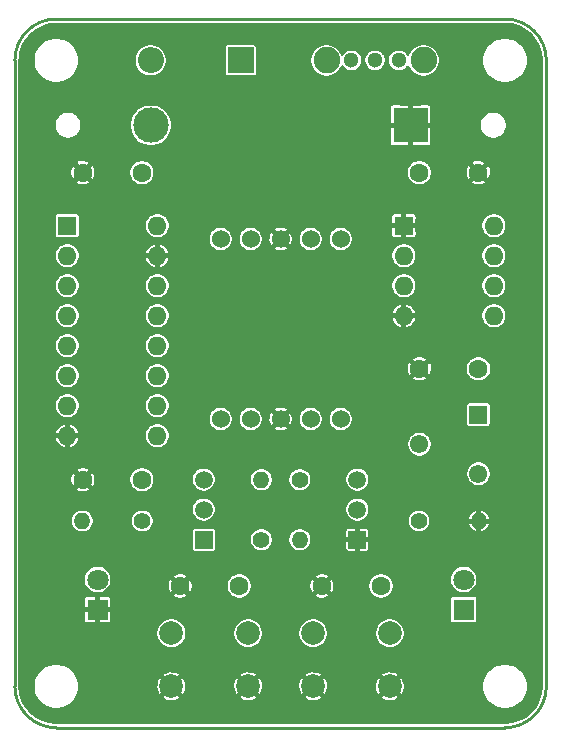
<source format=gbr>
%TF.GenerationSoftware,KiCad,Pcbnew,(5.1.8)-1*%
%TF.CreationDate,2020-12-25T19:20:46-06:00*%
%TF.ProjectId,Reaction Time Game,52656163-7469-46f6-9e20-54696d652047,rev?*%
%TF.SameCoordinates,Original*%
%TF.FileFunction,Copper,L2,Bot*%
%TF.FilePolarity,Positive*%
%FSLAX46Y46*%
G04 Gerber Fmt 4.6, Leading zero omitted, Abs format (unit mm)*
G04 Created by KiCad (PCBNEW (5.1.8)-1) date 2020-12-25 19:20:46*
%MOMM*%
%LPD*%
G01*
G04 APERTURE LIST*
%TA.AperFunction,Profile*%
%ADD10C,0.254000*%
%TD*%
%TA.AperFunction,ComponentPad*%
%ADD11R,3.000000X3.000000*%
%TD*%
%TA.AperFunction,ComponentPad*%
%ADD12C,3.000000*%
%TD*%
%TA.AperFunction,ComponentPad*%
%ADD13C,1.300000*%
%TD*%
%TA.AperFunction,ComponentPad*%
%ADD14C,2.250000*%
%TD*%
%TA.AperFunction,ComponentPad*%
%ADD15C,1.524000*%
%TD*%
%TA.AperFunction,ComponentPad*%
%ADD16R,1.500000X1.500000*%
%TD*%
%TA.AperFunction,ComponentPad*%
%ADD17C,1.500000*%
%TD*%
%TA.AperFunction,ComponentPad*%
%ADD18C,1.550000*%
%TD*%
%TA.AperFunction,ComponentPad*%
%ADD19R,1.550000X1.550000*%
%TD*%
%TA.AperFunction,ComponentPad*%
%ADD20C,2.000000*%
%TD*%
%TA.AperFunction,ComponentPad*%
%ADD21O,1.400000X1.400000*%
%TD*%
%TA.AperFunction,ComponentPad*%
%ADD22C,1.400000*%
%TD*%
%TA.AperFunction,ComponentPad*%
%ADD23C,1.800000*%
%TD*%
%TA.AperFunction,ComponentPad*%
%ADD24R,1.800000X1.800000*%
%TD*%
%TA.AperFunction,ComponentPad*%
%ADD25C,1.600000*%
%TD*%
%TA.AperFunction,ComponentPad*%
%ADD26R,1.600000X1.600000*%
%TD*%
%TA.AperFunction,ComponentPad*%
%ADD27O,1.600000X1.600000*%
%TD*%
%TA.AperFunction,ComponentPad*%
%ADD28O,2.200000X2.200000*%
%TD*%
%TA.AperFunction,ComponentPad*%
%ADD29R,2.200000X2.200000*%
%TD*%
%TA.AperFunction,ViaPad*%
%ADD30C,0.600000*%
%TD*%
%TA.AperFunction,Conductor*%
%ADD31C,0.127000*%
%TD*%
%TA.AperFunction,Conductor*%
%ADD32C,0.150000*%
%TD*%
G04 APERTURE END LIST*
D10*
X122500000Y-73500000D02*
X122500000Y-126500000D01*
X77500000Y-126500000D02*
X77500000Y-73500000D01*
X81000000Y-130000000D02*
X119000000Y-130000000D01*
X81000000Y-70000000D02*
X119000000Y-70000000D01*
X122500000Y-126500000D02*
G75*
G02*
X119000000Y-130000000I-3500000J0D01*
G01*
X81000000Y-130000000D02*
G75*
G02*
X77500000Y-126500000I0J3500000D01*
G01*
X119000000Y-70000000D02*
G75*
G02*
X122500000Y-73500000I0J-3500000D01*
G01*
X77500000Y-73500000D02*
G75*
G02*
X81000000Y-70000000I3500000J0D01*
G01*
D11*
X111000000Y-79000000D03*
D12*
X89000000Y-79000000D03*
D13*
X108000000Y-73500000D03*
D14*
X103900000Y-73500000D03*
X112100000Y-73500000D03*
D13*
X110000000Y-73500000D03*
X106000000Y-73500000D03*
D15*
X94920000Y-88630000D03*
X97460000Y-88630000D03*
X100000000Y-88630000D03*
X102540000Y-88630000D03*
X105080000Y-88630000D03*
X105080000Y-103870000D03*
X102540000Y-103870000D03*
X100000000Y-103870000D03*
X97460000Y-103870000D03*
X94920000Y-103870000D03*
D16*
X106500000Y-114080000D03*
D17*
X106500000Y-109000000D03*
X106500000Y-111540000D03*
D16*
X93500000Y-114080000D03*
D17*
X93500000Y-109000000D03*
X93500000Y-111540000D03*
D18*
X111750000Y-106000000D03*
D19*
X116750000Y-103500000D03*
D18*
X116750000Y-108500000D03*
D20*
X109250000Y-122000000D03*
X109250000Y-126500000D03*
X102750000Y-122000000D03*
X102750000Y-126500000D03*
D21*
X116790000Y-112500000D03*
D22*
X111710000Y-112500000D03*
D21*
X101625000Y-114080000D03*
D22*
X101625000Y-109000000D03*
D21*
X98375000Y-109000000D03*
D22*
X98375000Y-114080000D03*
D21*
X83210000Y-112500000D03*
D22*
X88290000Y-112500000D03*
D23*
X115500000Y-117460000D03*
D24*
X115500000Y-120000000D03*
D23*
X84500000Y-117460000D03*
D24*
X84500000Y-120000000D03*
D25*
X96500000Y-118000000D03*
X91500000Y-118000000D03*
X108500000Y-118000000D03*
X103500000Y-118000000D03*
X88250000Y-109000000D03*
X83250000Y-109000000D03*
D26*
X81940000Y-87500000D03*
D27*
X89560000Y-105280000D03*
X81940000Y-90040000D03*
X89560000Y-102740000D03*
X81940000Y-92580000D03*
X89560000Y-100200000D03*
X81940000Y-95120000D03*
X89560000Y-97660000D03*
X81940000Y-97660000D03*
X89560000Y-95120000D03*
X81940000Y-100200000D03*
X89560000Y-92580000D03*
X81940000Y-102740000D03*
X89560000Y-90040000D03*
X81940000Y-105280000D03*
X89560000Y-87500000D03*
D26*
X110440000Y-87500000D03*
D27*
X118060000Y-95120000D03*
X110440000Y-90040000D03*
X118060000Y-92580000D03*
X110440000Y-92580000D03*
X118060000Y-90040000D03*
X110440000Y-95120000D03*
X118060000Y-87500000D03*
D20*
X90750000Y-126500000D03*
X90750000Y-122000000D03*
X97250000Y-126500000D03*
X97250000Y-122000000D03*
D28*
X89000000Y-73500000D03*
D29*
X96620000Y-73500000D03*
D25*
X111750000Y-83000000D03*
X116750000Y-83000000D03*
X88250000Y-83000000D03*
X83250000Y-83000000D03*
X116750000Y-99620000D03*
X111750000Y-99620000D03*
D30*
X80581500Y-93535500D03*
X98996500Y-98234500D03*
X91567000Y-92519500D03*
X78943000Y-75574999D03*
X78943000Y-84374999D03*
X78943000Y-93174999D03*
X78943000Y-101974999D03*
X78943000Y-110774999D03*
X78943000Y-119574999D03*
X82943000Y-124374999D03*
X83743000Y-71574999D03*
X83743000Y-80374999D03*
X83743000Y-105974999D03*
X84543000Y-89974999D03*
X84543000Y-113974999D03*
X86143000Y-97974999D03*
X87743000Y-128374999D03*
X88543000Y-118774999D03*
X90143000Y-75574999D03*
X90143000Y-109974999D03*
X90943000Y-83574999D03*
X91743000Y-94774999D03*
X93343000Y-101974999D03*
X93343000Y-122774999D03*
X94943000Y-71574999D03*
X94943000Y-115574999D03*
X95743000Y-79574999D03*
X96543000Y-90774999D03*
X96543000Y-107574999D03*
X96543000Y-128374999D03*
X99743000Y-119574999D03*
X100543000Y-74774999D03*
X100543000Y-83574999D03*
X100543000Y-99574999D03*
X101343000Y-111574999D03*
X103743000Y-105174999D03*
X104543000Y-125174999D03*
X105343000Y-78774999D03*
X105343000Y-94774999D03*
X105343000Y-116374999D03*
X106943000Y-71574999D03*
X108543000Y-85974999D03*
X108543000Y-100374999D03*
X108543000Y-109974999D03*
X110143000Y-128374999D03*
X110943000Y-119574999D03*
X111743000Y-75574999D03*
X112543000Y-90774999D03*
X113343000Y-105974999D03*
X114143000Y-81974999D03*
X114943000Y-97174999D03*
X114943000Y-113174999D03*
X115743000Y-125174999D03*
X116543000Y-71574999D03*
X118943000Y-85974999D03*
X118943000Y-101974999D03*
X118943000Y-117974999D03*
X119743000Y-77174999D03*
X120543000Y-93174999D03*
X120543000Y-109174999D03*
D31*
X119603607Y-70451557D02*
X120184223Y-70626855D01*
X120719736Y-70911592D01*
X121189742Y-71294919D01*
X121576339Y-71762235D01*
X121864808Y-72295749D01*
X122044154Y-72875121D01*
X122109486Y-73496708D01*
X122109500Y-73500783D01*
X122109501Y-126480894D01*
X122048443Y-127103607D01*
X121873145Y-127684225D01*
X121588408Y-128219736D01*
X121205083Y-128689739D01*
X120737765Y-129076339D01*
X120204253Y-129364808D01*
X119624878Y-129544154D01*
X119003292Y-129609486D01*
X118999217Y-129609500D01*
X81019095Y-129609500D01*
X80396393Y-129548443D01*
X79815775Y-129373145D01*
X79280264Y-129088408D01*
X78810261Y-128705083D01*
X78423661Y-128237765D01*
X78135192Y-127704253D01*
X77955846Y-127124878D01*
X77890514Y-126503292D01*
X77890500Y-126499217D01*
X77890500Y-126311143D01*
X79082500Y-126311143D01*
X79082500Y-126688857D01*
X79156188Y-127059314D01*
X79300734Y-127408277D01*
X79510580Y-127722335D01*
X79777665Y-127989420D01*
X80091723Y-128199266D01*
X80440686Y-128343812D01*
X80811143Y-128417500D01*
X81188857Y-128417500D01*
X81559314Y-128343812D01*
X81908277Y-128199266D01*
X82222335Y-127989420D01*
X82489420Y-127722335D01*
X82680592Y-127436224D01*
X89993381Y-127436224D01*
X90110228Y-127596636D01*
X90336465Y-127700378D01*
X90578593Y-127757990D01*
X90827309Y-127767258D01*
X91073053Y-127727826D01*
X91306383Y-127641210D01*
X91389772Y-127596636D01*
X91506619Y-127436224D01*
X96493381Y-127436224D01*
X96610228Y-127596636D01*
X96836465Y-127700378D01*
X97078593Y-127757990D01*
X97327309Y-127767258D01*
X97573053Y-127727826D01*
X97806383Y-127641210D01*
X97889772Y-127596636D01*
X98006619Y-127436224D01*
X101993381Y-127436224D01*
X102110228Y-127596636D01*
X102336465Y-127700378D01*
X102578593Y-127757990D01*
X102827309Y-127767258D01*
X103073053Y-127727826D01*
X103306383Y-127641210D01*
X103389772Y-127596636D01*
X103506619Y-127436224D01*
X108493381Y-127436224D01*
X108610228Y-127596636D01*
X108836465Y-127700378D01*
X109078593Y-127757990D01*
X109327309Y-127767258D01*
X109573053Y-127727826D01*
X109806383Y-127641210D01*
X109889772Y-127596636D01*
X110006619Y-127436224D01*
X109250000Y-126679605D01*
X108493381Y-127436224D01*
X103506619Y-127436224D01*
X102750000Y-126679605D01*
X101993381Y-127436224D01*
X98006619Y-127436224D01*
X97250000Y-126679605D01*
X96493381Y-127436224D01*
X91506619Y-127436224D01*
X90750000Y-126679605D01*
X89993381Y-127436224D01*
X82680592Y-127436224D01*
X82699266Y-127408277D01*
X82843812Y-127059314D01*
X82917500Y-126688857D01*
X82917500Y-126577309D01*
X89482742Y-126577309D01*
X89522174Y-126823053D01*
X89608790Y-127056383D01*
X89653364Y-127139772D01*
X89813776Y-127256619D01*
X90570395Y-126500000D01*
X90929605Y-126500000D01*
X91686224Y-127256619D01*
X91846636Y-127139772D01*
X91950378Y-126913535D01*
X92007990Y-126671407D01*
X92011496Y-126577309D01*
X95982742Y-126577309D01*
X96022174Y-126823053D01*
X96108790Y-127056383D01*
X96153364Y-127139772D01*
X96313776Y-127256619D01*
X97070395Y-126500000D01*
X97429605Y-126500000D01*
X98186224Y-127256619D01*
X98346636Y-127139772D01*
X98450378Y-126913535D01*
X98507990Y-126671407D01*
X98511496Y-126577309D01*
X101482742Y-126577309D01*
X101522174Y-126823053D01*
X101608790Y-127056383D01*
X101653364Y-127139772D01*
X101813776Y-127256619D01*
X102570395Y-126500000D01*
X102929605Y-126500000D01*
X103686224Y-127256619D01*
X103846636Y-127139772D01*
X103950378Y-126913535D01*
X104007990Y-126671407D01*
X104011496Y-126577309D01*
X107982742Y-126577309D01*
X108022174Y-126823053D01*
X108108790Y-127056383D01*
X108153364Y-127139772D01*
X108313776Y-127256619D01*
X109070395Y-126500000D01*
X109429605Y-126500000D01*
X110186224Y-127256619D01*
X110346636Y-127139772D01*
X110450378Y-126913535D01*
X110507990Y-126671407D01*
X110517258Y-126422691D01*
X110499360Y-126311143D01*
X117082500Y-126311143D01*
X117082500Y-126688857D01*
X117156188Y-127059314D01*
X117300734Y-127408277D01*
X117510580Y-127722335D01*
X117777665Y-127989420D01*
X118091723Y-128199266D01*
X118440686Y-128343812D01*
X118811143Y-128417500D01*
X119188857Y-128417500D01*
X119559314Y-128343812D01*
X119908277Y-128199266D01*
X120222335Y-127989420D01*
X120489420Y-127722335D01*
X120699266Y-127408277D01*
X120843812Y-127059314D01*
X120917500Y-126688857D01*
X120917500Y-126311143D01*
X120843812Y-125940686D01*
X120699266Y-125591723D01*
X120489420Y-125277665D01*
X120222335Y-125010580D01*
X119908277Y-124800734D01*
X119559314Y-124656188D01*
X119188857Y-124582500D01*
X118811143Y-124582500D01*
X118440686Y-124656188D01*
X118091723Y-124800734D01*
X117777665Y-125010580D01*
X117510580Y-125277665D01*
X117300734Y-125591723D01*
X117156188Y-125940686D01*
X117082500Y-126311143D01*
X110499360Y-126311143D01*
X110477826Y-126176947D01*
X110391210Y-125943617D01*
X110346636Y-125860228D01*
X110186224Y-125743381D01*
X109429605Y-126500000D01*
X109070395Y-126500000D01*
X108313776Y-125743381D01*
X108153364Y-125860228D01*
X108049622Y-126086465D01*
X107992010Y-126328593D01*
X107982742Y-126577309D01*
X104011496Y-126577309D01*
X104017258Y-126422691D01*
X103977826Y-126176947D01*
X103891210Y-125943617D01*
X103846636Y-125860228D01*
X103686224Y-125743381D01*
X102929605Y-126500000D01*
X102570395Y-126500000D01*
X101813776Y-125743381D01*
X101653364Y-125860228D01*
X101549622Y-126086465D01*
X101492010Y-126328593D01*
X101482742Y-126577309D01*
X98511496Y-126577309D01*
X98517258Y-126422691D01*
X98477826Y-126176947D01*
X98391210Y-125943617D01*
X98346636Y-125860228D01*
X98186224Y-125743381D01*
X97429605Y-126500000D01*
X97070395Y-126500000D01*
X96313776Y-125743381D01*
X96153364Y-125860228D01*
X96049622Y-126086465D01*
X95992010Y-126328593D01*
X95982742Y-126577309D01*
X92011496Y-126577309D01*
X92017258Y-126422691D01*
X91977826Y-126176947D01*
X91891210Y-125943617D01*
X91846636Y-125860228D01*
X91686224Y-125743381D01*
X90929605Y-126500000D01*
X90570395Y-126500000D01*
X89813776Y-125743381D01*
X89653364Y-125860228D01*
X89549622Y-126086465D01*
X89492010Y-126328593D01*
X89482742Y-126577309D01*
X82917500Y-126577309D01*
X82917500Y-126311143D01*
X82843812Y-125940686D01*
X82699266Y-125591723D01*
X82680593Y-125563776D01*
X89993381Y-125563776D01*
X90750000Y-126320395D01*
X91506619Y-125563776D01*
X96493381Y-125563776D01*
X97250000Y-126320395D01*
X98006619Y-125563776D01*
X101993381Y-125563776D01*
X102750000Y-126320395D01*
X103506619Y-125563776D01*
X108493381Y-125563776D01*
X109250000Y-126320395D01*
X110006619Y-125563776D01*
X109889772Y-125403364D01*
X109663535Y-125299622D01*
X109421407Y-125242010D01*
X109172691Y-125232742D01*
X108926947Y-125272174D01*
X108693617Y-125358790D01*
X108610228Y-125403364D01*
X108493381Y-125563776D01*
X103506619Y-125563776D01*
X103389772Y-125403364D01*
X103163535Y-125299622D01*
X102921407Y-125242010D01*
X102672691Y-125232742D01*
X102426947Y-125272174D01*
X102193617Y-125358790D01*
X102110228Y-125403364D01*
X101993381Y-125563776D01*
X98006619Y-125563776D01*
X97889772Y-125403364D01*
X97663535Y-125299622D01*
X97421407Y-125242010D01*
X97172691Y-125232742D01*
X96926947Y-125272174D01*
X96693617Y-125358790D01*
X96610228Y-125403364D01*
X96493381Y-125563776D01*
X91506619Y-125563776D01*
X91389772Y-125403364D01*
X91163535Y-125299622D01*
X90921407Y-125242010D01*
X90672691Y-125232742D01*
X90426947Y-125272174D01*
X90193617Y-125358790D01*
X90110228Y-125403364D01*
X89993381Y-125563776D01*
X82680593Y-125563776D01*
X82489420Y-125277665D01*
X82222335Y-125010580D01*
X81908277Y-124800734D01*
X81559314Y-124656188D01*
X81188857Y-124582500D01*
X80811143Y-124582500D01*
X80440686Y-124656188D01*
X80091723Y-124800734D01*
X79777665Y-125010580D01*
X79510580Y-125277665D01*
X79300734Y-125591723D01*
X79156188Y-125940686D01*
X79082500Y-126311143D01*
X77890500Y-126311143D01*
X77890500Y-121875556D01*
X89486500Y-121875556D01*
X89486500Y-122124444D01*
X89535055Y-122368549D01*
X89630300Y-122598492D01*
X89768575Y-122805435D01*
X89944565Y-122981425D01*
X90151508Y-123119700D01*
X90381451Y-123214945D01*
X90625556Y-123263500D01*
X90874444Y-123263500D01*
X91118549Y-123214945D01*
X91348492Y-123119700D01*
X91555435Y-122981425D01*
X91731425Y-122805435D01*
X91869700Y-122598492D01*
X91964945Y-122368549D01*
X92013500Y-122124444D01*
X92013500Y-121875556D01*
X95986500Y-121875556D01*
X95986500Y-122124444D01*
X96035055Y-122368549D01*
X96130300Y-122598492D01*
X96268575Y-122805435D01*
X96444565Y-122981425D01*
X96651508Y-123119700D01*
X96881451Y-123214945D01*
X97125556Y-123263500D01*
X97374444Y-123263500D01*
X97618549Y-123214945D01*
X97848492Y-123119700D01*
X98055435Y-122981425D01*
X98231425Y-122805435D01*
X98369700Y-122598492D01*
X98464945Y-122368549D01*
X98513500Y-122124444D01*
X98513500Y-121875556D01*
X101486500Y-121875556D01*
X101486500Y-122124444D01*
X101535055Y-122368549D01*
X101630300Y-122598492D01*
X101768575Y-122805435D01*
X101944565Y-122981425D01*
X102151508Y-123119700D01*
X102381451Y-123214945D01*
X102625556Y-123263500D01*
X102874444Y-123263500D01*
X103118549Y-123214945D01*
X103348492Y-123119700D01*
X103555435Y-122981425D01*
X103731425Y-122805435D01*
X103869700Y-122598492D01*
X103964945Y-122368549D01*
X104013500Y-122124444D01*
X104013500Y-121875556D01*
X107986500Y-121875556D01*
X107986500Y-122124444D01*
X108035055Y-122368549D01*
X108130300Y-122598492D01*
X108268575Y-122805435D01*
X108444565Y-122981425D01*
X108651508Y-123119700D01*
X108881451Y-123214945D01*
X109125556Y-123263500D01*
X109374444Y-123263500D01*
X109618549Y-123214945D01*
X109848492Y-123119700D01*
X110055435Y-122981425D01*
X110231425Y-122805435D01*
X110369700Y-122598492D01*
X110464945Y-122368549D01*
X110513500Y-122124444D01*
X110513500Y-121875556D01*
X110464945Y-121631451D01*
X110369700Y-121401508D01*
X110231425Y-121194565D01*
X110055435Y-121018575D01*
X109848492Y-120880300D01*
X109618549Y-120785055D01*
X109374444Y-120736500D01*
X109125556Y-120736500D01*
X108881451Y-120785055D01*
X108651508Y-120880300D01*
X108444565Y-121018575D01*
X108268575Y-121194565D01*
X108130300Y-121401508D01*
X108035055Y-121631451D01*
X107986500Y-121875556D01*
X104013500Y-121875556D01*
X103964945Y-121631451D01*
X103869700Y-121401508D01*
X103731425Y-121194565D01*
X103555435Y-121018575D01*
X103348492Y-120880300D01*
X103118549Y-120785055D01*
X102874444Y-120736500D01*
X102625556Y-120736500D01*
X102381451Y-120785055D01*
X102151508Y-120880300D01*
X101944565Y-121018575D01*
X101768575Y-121194565D01*
X101630300Y-121401508D01*
X101535055Y-121631451D01*
X101486500Y-121875556D01*
X98513500Y-121875556D01*
X98464945Y-121631451D01*
X98369700Y-121401508D01*
X98231425Y-121194565D01*
X98055435Y-121018575D01*
X97848492Y-120880300D01*
X97618549Y-120785055D01*
X97374444Y-120736500D01*
X97125556Y-120736500D01*
X96881451Y-120785055D01*
X96651508Y-120880300D01*
X96444565Y-121018575D01*
X96268575Y-121194565D01*
X96130300Y-121401508D01*
X96035055Y-121631451D01*
X95986500Y-121875556D01*
X92013500Y-121875556D01*
X91964945Y-121631451D01*
X91869700Y-121401508D01*
X91731425Y-121194565D01*
X91555435Y-121018575D01*
X91348492Y-120880300D01*
X91118549Y-120785055D01*
X90874444Y-120736500D01*
X90625556Y-120736500D01*
X90381451Y-120785055D01*
X90151508Y-120880300D01*
X89944565Y-121018575D01*
X89768575Y-121194565D01*
X89630300Y-121401508D01*
X89535055Y-121631451D01*
X89486500Y-121875556D01*
X77890500Y-121875556D01*
X77890500Y-120900000D01*
X83335225Y-120900000D01*
X83340313Y-120951655D01*
X83355380Y-121001325D01*
X83379848Y-121047101D01*
X83412776Y-121087224D01*
X83452899Y-121120152D01*
X83498675Y-121144620D01*
X83548345Y-121159687D01*
X83600000Y-121164775D01*
X84307125Y-121163500D01*
X84373000Y-121097625D01*
X84373000Y-120127000D01*
X84627000Y-120127000D01*
X84627000Y-121097625D01*
X84692875Y-121163500D01*
X85400000Y-121164775D01*
X85451655Y-121159687D01*
X85501325Y-121144620D01*
X85547101Y-121120152D01*
X85587224Y-121087224D01*
X85620152Y-121047101D01*
X85644620Y-121001325D01*
X85659687Y-120951655D01*
X85664775Y-120900000D01*
X85663500Y-120192875D01*
X85597625Y-120127000D01*
X84627000Y-120127000D01*
X84373000Y-120127000D01*
X83402375Y-120127000D01*
X83336500Y-120192875D01*
X83335225Y-120900000D01*
X77890500Y-120900000D01*
X77890500Y-119100000D01*
X83335225Y-119100000D01*
X83336500Y-119807125D01*
X83402375Y-119873000D01*
X84373000Y-119873000D01*
X84373000Y-118902375D01*
X84627000Y-118902375D01*
X84627000Y-119873000D01*
X85597625Y-119873000D01*
X85663500Y-119807125D01*
X85664775Y-119100000D01*
X114335226Y-119100000D01*
X114335226Y-120900000D01*
X114340314Y-120951655D01*
X114355381Y-121001325D01*
X114379848Y-121047101D01*
X114412777Y-121087223D01*
X114452899Y-121120152D01*
X114498675Y-121144619D01*
X114548345Y-121159686D01*
X114600000Y-121164774D01*
X116400000Y-121164774D01*
X116451655Y-121159686D01*
X116501325Y-121144619D01*
X116547101Y-121120152D01*
X116587223Y-121087223D01*
X116620152Y-121047101D01*
X116644619Y-121001325D01*
X116659686Y-120951655D01*
X116664774Y-120900000D01*
X116664774Y-119100000D01*
X116659686Y-119048345D01*
X116644619Y-118998675D01*
X116620152Y-118952899D01*
X116587223Y-118912777D01*
X116547101Y-118879848D01*
X116501325Y-118855381D01*
X116451655Y-118840314D01*
X116400000Y-118835226D01*
X114600000Y-118835226D01*
X114548345Y-118840314D01*
X114498675Y-118855381D01*
X114452899Y-118879848D01*
X114412777Y-118912777D01*
X114379848Y-118952899D01*
X114355381Y-118998675D01*
X114340314Y-119048345D01*
X114335226Y-119100000D01*
X85664775Y-119100000D01*
X85659687Y-119048345D01*
X85644620Y-118998675D01*
X85620152Y-118952899D01*
X85587224Y-118912776D01*
X85547101Y-118879848D01*
X85501325Y-118855380D01*
X85451655Y-118840313D01*
X85400000Y-118835225D01*
X84692875Y-118836500D01*
X84627000Y-118902375D01*
X84373000Y-118902375D01*
X84307125Y-118836500D01*
X83600000Y-118835225D01*
X83548345Y-118840313D01*
X83498675Y-118855380D01*
X83452899Y-118879848D01*
X83412776Y-118912776D01*
X83379848Y-118952899D01*
X83355380Y-118998675D01*
X83340313Y-119048345D01*
X83335225Y-119100000D01*
X77890500Y-119100000D01*
X77890500Y-118793159D01*
X90886446Y-118793159D01*
X90979062Y-118933075D01*
X91171106Y-119016776D01*
X91375790Y-119061403D01*
X91585245Y-119065240D01*
X91791426Y-119028142D01*
X91986407Y-118951532D01*
X92020938Y-118933075D01*
X92113554Y-118793159D01*
X91500000Y-118179605D01*
X90886446Y-118793159D01*
X77890500Y-118793159D01*
X77890500Y-117345405D01*
X83336500Y-117345405D01*
X83336500Y-117574595D01*
X83381212Y-117799381D01*
X83468919Y-118011124D01*
X83596250Y-118201688D01*
X83758312Y-118363750D01*
X83948876Y-118491081D01*
X84160619Y-118578788D01*
X84385405Y-118623500D01*
X84614595Y-118623500D01*
X84839381Y-118578788D01*
X85051124Y-118491081D01*
X85241688Y-118363750D01*
X85403750Y-118201688D01*
X85481554Y-118085245D01*
X90434760Y-118085245D01*
X90471858Y-118291426D01*
X90548468Y-118486407D01*
X90566925Y-118520938D01*
X90706841Y-118613554D01*
X91320395Y-118000000D01*
X91679605Y-118000000D01*
X92293159Y-118613554D01*
X92433075Y-118520938D01*
X92516776Y-118328894D01*
X92561403Y-118124210D01*
X92565240Y-117914755D01*
X92561732Y-117895254D01*
X95436500Y-117895254D01*
X95436500Y-118104746D01*
X95477370Y-118310212D01*
X95557538Y-118503756D01*
X95673925Y-118677942D01*
X95822058Y-118826075D01*
X95996244Y-118942462D01*
X96189788Y-119022630D01*
X96395254Y-119063500D01*
X96604746Y-119063500D01*
X96810212Y-119022630D01*
X97003756Y-118942462D01*
X97177942Y-118826075D01*
X97210858Y-118793159D01*
X102886446Y-118793159D01*
X102979062Y-118933075D01*
X103171106Y-119016776D01*
X103375790Y-119061403D01*
X103585245Y-119065240D01*
X103791426Y-119028142D01*
X103986407Y-118951532D01*
X104020938Y-118933075D01*
X104113554Y-118793159D01*
X103500000Y-118179605D01*
X102886446Y-118793159D01*
X97210858Y-118793159D01*
X97326075Y-118677942D01*
X97442462Y-118503756D01*
X97522630Y-118310212D01*
X97563500Y-118104746D01*
X97563500Y-118085245D01*
X102434760Y-118085245D01*
X102471858Y-118291426D01*
X102548468Y-118486407D01*
X102566925Y-118520938D01*
X102706841Y-118613554D01*
X103320395Y-118000000D01*
X103679605Y-118000000D01*
X104293159Y-118613554D01*
X104433075Y-118520938D01*
X104516776Y-118328894D01*
X104561403Y-118124210D01*
X104565240Y-117914755D01*
X104561732Y-117895254D01*
X107436500Y-117895254D01*
X107436500Y-118104746D01*
X107477370Y-118310212D01*
X107557538Y-118503756D01*
X107673925Y-118677942D01*
X107822058Y-118826075D01*
X107996244Y-118942462D01*
X108189788Y-119022630D01*
X108395254Y-119063500D01*
X108604746Y-119063500D01*
X108810212Y-119022630D01*
X109003756Y-118942462D01*
X109177942Y-118826075D01*
X109326075Y-118677942D01*
X109442462Y-118503756D01*
X109522630Y-118310212D01*
X109563500Y-118104746D01*
X109563500Y-117895254D01*
X109522630Y-117689788D01*
X109442462Y-117496244D01*
X109341675Y-117345405D01*
X114336500Y-117345405D01*
X114336500Y-117574595D01*
X114381212Y-117799381D01*
X114468919Y-118011124D01*
X114596250Y-118201688D01*
X114758312Y-118363750D01*
X114948876Y-118491081D01*
X115160619Y-118578788D01*
X115385405Y-118623500D01*
X115614595Y-118623500D01*
X115839381Y-118578788D01*
X116051124Y-118491081D01*
X116241688Y-118363750D01*
X116403750Y-118201688D01*
X116531081Y-118011124D01*
X116618788Y-117799381D01*
X116663500Y-117574595D01*
X116663500Y-117345405D01*
X116618788Y-117120619D01*
X116531081Y-116908876D01*
X116403750Y-116718312D01*
X116241688Y-116556250D01*
X116051124Y-116428919D01*
X115839381Y-116341212D01*
X115614595Y-116296500D01*
X115385405Y-116296500D01*
X115160619Y-116341212D01*
X114948876Y-116428919D01*
X114758312Y-116556250D01*
X114596250Y-116718312D01*
X114468919Y-116908876D01*
X114381212Y-117120619D01*
X114336500Y-117345405D01*
X109341675Y-117345405D01*
X109326075Y-117322058D01*
X109177942Y-117173925D01*
X109003756Y-117057538D01*
X108810212Y-116977370D01*
X108604746Y-116936500D01*
X108395254Y-116936500D01*
X108189788Y-116977370D01*
X107996244Y-117057538D01*
X107822058Y-117173925D01*
X107673925Y-117322058D01*
X107557538Y-117496244D01*
X107477370Y-117689788D01*
X107436500Y-117895254D01*
X104561732Y-117895254D01*
X104528142Y-117708574D01*
X104451532Y-117513593D01*
X104433075Y-117479062D01*
X104293159Y-117386446D01*
X103679605Y-118000000D01*
X103320395Y-118000000D01*
X102706841Y-117386446D01*
X102566925Y-117479062D01*
X102483224Y-117671106D01*
X102438597Y-117875790D01*
X102434760Y-118085245D01*
X97563500Y-118085245D01*
X97563500Y-117895254D01*
X97522630Y-117689788D01*
X97442462Y-117496244D01*
X97326075Y-117322058D01*
X97210858Y-117206841D01*
X102886446Y-117206841D01*
X103500000Y-117820395D01*
X104113554Y-117206841D01*
X104020938Y-117066925D01*
X103828894Y-116983224D01*
X103624210Y-116938597D01*
X103414755Y-116934760D01*
X103208574Y-116971858D01*
X103013593Y-117048468D01*
X102979062Y-117066925D01*
X102886446Y-117206841D01*
X97210858Y-117206841D01*
X97177942Y-117173925D01*
X97003756Y-117057538D01*
X96810212Y-116977370D01*
X96604746Y-116936500D01*
X96395254Y-116936500D01*
X96189788Y-116977370D01*
X95996244Y-117057538D01*
X95822058Y-117173925D01*
X95673925Y-117322058D01*
X95557538Y-117496244D01*
X95477370Y-117689788D01*
X95436500Y-117895254D01*
X92561732Y-117895254D01*
X92528142Y-117708574D01*
X92451532Y-117513593D01*
X92433075Y-117479062D01*
X92293159Y-117386446D01*
X91679605Y-118000000D01*
X91320395Y-118000000D01*
X90706841Y-117386446D01*
X90566925Y-117479062D01*
X90483224Y-117671106D01*
X90438597Y-117875790D01*
X90434760Y-118085245D01*
X85481554Y-118085245D01*
X85531081Y-118011124D01*
X85618788Y-117799381D01*
X85663500Y-117574595D01*
X85663500Y-117345405D01*
X85635939Y-117206841D01*
X90886446Y-117206841D01*
X91500000Y-117820395D01*
X92113554Y-117206841D01*
X92020938Y-117066925D01*
X91828894Y-116983224D01*
X91624210Y-116938597D01*
X91414755Y-116934760D01*
X91208574Y-116971858D01*
X91013593Y-117048468D01*
X90979062Y-117066925D01*
X90886446Y-117206841D01*
X85635939Y-117206841D01*
X85618788Y-117120619D01*
X85531081Y-116908876D01*
X85403750Y-116718312D01*
X85241688Y-116556250D01*
X85051124Y-116428919D01*
X84839381Y-116341212D01*
X84614595Y-116296500D01*
X84385405Y-116296500D01*
X84160619Y-116341212D01*
X83948876Y-116428919D01*
X83758312Y-116556250D01*
X83596250Y-116718312D01*
X83468919Y-116908876D01*
X83381212Y-117120619D01*
X83336500Y-117345405D01*
X77890500Y-117345405D01*
X77890500Y-112405104D01*
X82246500Y-112405104D01*
X82246500Y-112594896D01*
X82283527Y-112781043D01*
X82356157Y-112956388D01*
X82461601Y-113114195D01*
X82595805Y-113248399D01*
X82753612Y-113353843D01*
X82928957Y-113426473D01*
X83115104Y-113463500D01*
X83304896Y-113463500D01*
X83491043Y-113426473D01*
X83666388Y-113353843D01*
X83824195Y-113248399D01*
X83958399Y-113114195D01*
X84063843Y-112956388D01*
X84136473Y-112781043D01*
X84173500Y-112594896D01*
X84173500Y-112405104D01*
X87326500Y-112405104D01*
X87326500Y-112594896D01*
X87363527Y-112781043D01*
X87436157Y-112956388D01*
X87541601Y-113114195D01*
X87675805Y-113248399D01*
X87833612Y-113353843D01*
X88008957Y-113426473D01*
X88195104Y-113463500D01*
X88384896Y-113463500D01*
X88571043Y-113426473D01*
X88746388Y-113353843D01*
X88782071Y-113330000D01*
X92485226Y-113330000D01*
X92485226Y-114830000D01*
X92490314Y-114881655D01*
X92505381Y-114931325D01*
X92529848Y-114977101D01*
X92562777Y-115017223D01*
X92602899Y-115050152D01*
X92648675Y-115074619D01*
X92698345Y-115089686D01*
X92750000Y-115094774D01*
X94250000Y-115094774D01*
X94301655Y-115089686D01*
X94351325Y-115074619D01*
X94397101Y-115050152D01*
X94437223Y-115017223D01*
X94470152Y-114977101D01*
X94494619Y-114931325D01*
X94509686Y-114881655D01*
X94514774Y-114830000D01*
X94514774Y-113985104D01*
X97411500Y-113985104D01*
X97411500Y-114174896D01*
X97448527Y-114361043D01*
X97521157Y-114536388D01*
X97626601Y-114694195D01*
X97760805Y-114828399D01*
X97918612Y-114933843D01*
X98093957Y-115006473D01*
X98280104Y-115043500D01*
X98469896Y-115043500D01*
X98656043Y-115006473D01*
X98831388Y-114933843D01*
X98989195Y-114828399D01*
X99123399Y-114694195D01*
X99228843Y-114536388D01*
X99301473Y-114361043D01*
X99338500Y-114174896D01*
X99338500Y-113985104D01*
X100661500Y-113985104D01*
X100661500Y-114174896D01*
X100698527Y-114361043D01*
X100771157Y-114536388D01*
X100876601Y-114694195D01*
X101010805Y-114828399D01*
X101168612Y-114933843D01*
X101343957Y-115006473D01*
X101530104Y-115043500D01*
X101719896Y-115043500D01*
X101906043Y-115006473D01*
X102081388Y-114933843D01*
X102236798Y-114830000D01*
X105485225Y-114830000D01*
X105490313Y-114881655D01*
X105505380Y-114931325D01*
X105529848Y-114977101D01*
X105562776Y-115017224D01*
X105602899Y-115050152D01*
X105648675Y-115074620D01*
X105698345Y-115089687D01*
X105750000Y-115094775D01*
X106307125Y-115093500D01*
X106373000Y-115027625D01*
X106373000Y-114207000D01*
X106627000Y-114207000D01*
X106627000Y-115027625D01*
X106692875Y-115093500D01*
X107250000Y-115094775D01*
X107301655Y-115089687D01*
X107351325Y-115074620D01*
X107397101Y-115050152D01*
X107437224Y-115017224D01*
X107470152Y-114977101D01*
X107494620Y-114931325D01*
X107509687Y-114881655D01*
X107514775Y-114830000D01*
X107513500Y-114272875D01*
X107447625Y-114207000D01*
X106627000Y-114207000D01*
X106373000Y-114207000D01*
X105552375Y-114207000D01*
X105486500Y-114272875D01*
X105485225Y-114830000D01*
X102236798Y-114830000D01*
X102239195Y-114828399D01*
X102373399Y-114694195D01*
X102478843Y-114536388D01*
X102551473Y-114361043D01*
X102588500Y-114174896D01*
X102588500Y-113985104D01*
X102551473Y-113798957D01*
X102478843Y-113623612D01*
X102373399Y-113465805D01*
X102239195Y-113331601D01*
X102236799Y-113330000D01*
X105485225Y-113330000D01*
X105486500Y-113887125D01*
X105552375Y-113953000D01*
X106373000Y-113953000D01*
X106373000Y-113132375D01*
X106627000Y-113132375D01*
X106627000Y-113953000D01*
X107447625Y-113953000D01*
X107513500Y-113887125D01*
X107514775Y-113330000D01*
X107509687Y-113278345D01*
X107494620Y-113228675D01*
X107470152Y-113182899D01*
X107437224Y-113142776D01*
X107397101Y-113109848D01*
X107351325Y-113085380D01*
X107301655Y-113070313D01*
X107250000Y-113065225D01*
X106692875Y-113066500D01*
X106627000Y-113132375D01*
X106373000Y-113132375D01*
X106307125Y-113066500D01*
X105750000Y-113065225D01*
X105698345Y-113070313D01*
X105648675Y-113085380D01*
X105602899Y-113109848D01*
X105562776Y-113142776D01*
X105529848Y-113182899D01*
X105505380Y-113228675D01*
X105490313Y-113278345D01*
X105485225Y-113330000D01*
X102236799Y-113330000D01*
X102081388Y-113226157D01*
X101906043Y-113153527D01*
X101719896Y-113116500D01*
X101530104Y-113116500D01*
X101343957Y-113153527D01*
X101168612Y-113226157D01*
X101010805Y-113331601D01*
X100876601Y-113465805D01*
X100771157Y-113623612D01*
X100698527Y-113798957D01*
X100661500Y-113985104D01*
X99338500Y-113985104D01*
X99301473Y-113798957D01*
X99228843Y-113623612D01*
X99123399Y-113465805D01*
X98989195Y-113331601D01*
X98831388Y-113226157D01*
X98656043Y-113153527D01*
X98469896Y-113116500D01*
X98280104Y-113116500D01*
X98093957Y-113153527D01*
X97918612Y-113226157D01*
X97760805Y-113331601D01*
X97626601Y-113465805D01*
X97521157Y-113623612D01*
X97448527Y-113798957D01*
X97411500Y-113985104D01*
X94514774Y-113985104D01*
X94514774Y-113330000D01*
X94509686Y-113278345D01*
X94494619Y-113228675D01*
X94470152Y-113182899D01*
X94437223Y-113142777D01*
X94397101Y-113109848D01*
X94351325Y-113085381D01*
X94301655Y-113070314D01*
X94250000Y-113065226D01*
X92750000Y-113065226D01*
X92698345Y-113070314D01*
X92648675Y-113085381D01*
X92602899Y-113109848D01*
X92562777Y-113142777D01*
X92529848Y-113182899D01*
X92505381Y-113228675D01*
X92490314Y-113278345D01*
X92485226Y-113330000D01*
X88782071Y-113330000D01*
X88904195Y-113248399D01*
X89038399Y-113114195D01*
X89143843Y-112956388D01*
X89216473Y-112781043D01*
X89253500Y-112594896D01*
X89253500Y-112405104D01*
X89216473Y-112218957D01*
X89143843Y-112043612D01*
X89038399Y-111885805D01*
X88904195Y-111751601D01*
X88746388Y-111646157D01*
X88571043Y-111573527D01*
X88384896Y-111536500D01*
X88195104Y-111536500D01*
X88008957Y-111573527D01*
X87833612Y-111646157D01*
X87675805Y-111751601D01*
X87541601Y-111885805D01*
X87436157Y-112043612D01*
X87363527Y-112218957D01*
X87326500Y-112405104D01*
X84173500Y-112405104D01*
X84136473Y-112218957D01*
X84063843Y-112043612D01*
X83958399Y-111885805D01*
X83824195Y-111751601D01*
X83666388Y-111646157D01*
X83491043Y-111573527D01*
X83304896Y-111536500D01*
X83115104Y-111536500D01*
X82928957Y-111573527D01*
X82753612Y-111646157D01*
X82595805Y-111751601D01*
X82461601Y-111885805D01*
X82356157Y-112043612D01*
X82283527Y-112218957D01*
X82246500Y-112405104D01*
X77890500Y-112405104D01*
X77890500Y-111440179D01*
X92486500Y-111440179D01*
X92486500Y-111639821D01*
X92525448Y-111835627D01*
X92601848Y-112020072D01*
X92712763Y-112186069D01*
X92853931Y-112327237D01*
X93019928Y-112438152D01*
X93204373Y-112514552D01*
X93400179Y-112553500D01*
X93599821Y-112553500D01*
X93795627Y-112514552D01*
X93980072Y-112438152D01*
X94146069Y-112327237D01*
X94287237Y-112186069D01*
X94398152Y-112020072D01*
X94474552Y-111835627D01*
X94513500Y-111639821D01*
X94513500Y-111440179D01*
X105486500Y-111440179D01*
X105486500Y-111639821D01*
X105525448Y-111835627D01*
X105601848Y-112020072D01*
X105712763Y-112186069D01*
X105853931Y-112327237D01*
X106019928Y-112438152D01*
X106204373Y-112514552D01*
X106400179Y-112553500D01*
X106599821Y-112553500D01*
X106795627Y-112514552D01*
X106980072Y-112438152D01*
X107029532Y-112405104D01*
X110746500Y-112405104D01*
X110746500Y-112594896D01*
X110783527Y-112781043D01*
X110856157Y-112956388D01*
X110961601Y-113114195D01*
X111095805Y-113248399D01*
X111253612Y-113353843D01*
X111428957Y-113426473D01*
X111615104Y-113463500D01*
X111804896Y-113463500D01*
X111991043Y-113426473D01*
X112166388Y-113353843D01*
X112324195Y-113248399D01*
X112458399Y-113114195D01*
X112563843Y-112956388D01*
X112636473Y-112781043D01*
X112637705Y-112774846D01*
X115866533Y-112774846D01*
X115869461Y-112784529D01*
X115942658Y-112958650D01*
X116048418Y-113115145D01*
X116182676Y-113248001D01*
X116340273Y-113352111D01*
X116515153Y-113423475D01*
X116663000Y-113389226D01*
X116663000Y-112627000D01*
X116917000Y-112627000D01*
X116917000Y-113389226D01*
X117064847Y-113423475D01*
X117239727Y-113352111D01*
X117397324Y-113248001D01*
X117531582Y-113115145D01*
X117637342Y-112958650D01*
X117710539Y-112784529D01*
X117713467Y-112774846D01*
X117678595Y-112627000D01*
X116917000Y-112627000D01*
X116663000Y-112627000D01*
X115901405Y-112627000D01*
X115866533Y-112774846D01*
X112637705Y-112774846D01*
X112673500Y-112594896D01*
X112673500Y-112405104D01*
X112637706Y-112225154D01*
X115866533Y-112225154D01*
X115901405Y-112373000D01*
X116663000Y-112373000D01*
X116663000Y-111610774D01*
X116917000Y-111610774D01*
X116917000Y-112373000D01*
X117678595Y-112373000D01*
X117713467Y-112225154D01*
X117710539Y-112215471D01*
X117637342Y-112041350D01*
X117531582Y-111884855D01*
X117397324Y-111751999D01*
X117239727Y-111647889D01*
X117064847Y-111576525D01*
X116917000Y-111610774D01*
X116663000Y-111610774D01*
X116515153Y-111576525D01*
X116340273Y-111647889D01*
X116182676Y-111751999D01*
X116048418Y-111884855D01*
X115942658Y-112041350D01*
X115869461Y-112215471D01*
X115866533Y-112225154D01*
X112637706Y-112225154D01*
X112636473Y-112218957D01*
X112563843Y-112043612D01*
X112458399Y-111885805D01*
X112324195Y-111751601D01*
X112166388Y-111646157D01*
X111991043Y-111573527D01*
X111804896Y-111536500D01*
X111615104Y-111536500D01*
X111428957Y-111573527D01*
X111253612Y-111646157D01*
X111095805Y-111751601D01*
X110961601Y-111885805D01*
X110856157Y-112043612D01*
X110783527Y-112218957D01*
X110746500Y-112405104D01*
X107029532Y-112405104D01*
X107146069Y-112327237D01*
X107287237Y-112186069D01*
X107398152Y-112020072D01*
X107474552Y-111835627D01*
X107513500Y-111639821D01*
X107513500Y-111440179D01*
X107474552Y-111244373D01*
X107398152Y-111059928D01*
X107287237Y-110893931D01*
X107146069Y-110752763D01*
X106980072Y-110641848D01*
X106795627Y-110565448D01*
X106599821Y-110526500D01*
X106400179Y-110526500D01*
X106204373Y-110565448D01*
X106019928Y-110641848D01*
X105853931Y-110752763D01*
X105712763Y-110893931D01*
X105601848Y-111059928D01*
X105525448Y-111244373D01*
X105486500Y-111440179D01*
X94513500Y-111440179D01*
X94474552Y-111244373D01*
X94398152Y-111059928D01*
X94287237Y-110893931D01*
X94146069Y-110752763D01*
X93980072Y-110641848D01*
X93795627Y-110565448D01*
X93599821Y-110526500D01*
X93400179Y-110526500D01*
X93204373Y-110565448D01*
X93019928Y-110641848D01*
X92853931Y-110752763D01*
X92712763Y-110893931D01*
X92601848Y-111059928D01*
X92525448Y-111244373D01*
X92486500Y-111440179D01*
X77890500Y-111440179D01*
X77890500Y-109793159D01*
X82636446Y-109793159D01*
X82729062Y-109933075D01*
X82921106Y-110016776D01*
X83125790Y-110061403D01*
X83335245Y-110065240D01*
X83541426Y-110028142D01*
X83736407Y-109951532D01*
X83770938Y-109933075D01*
X83863554Y-109793159D01*
X83250000Y-109179605D01*
X82636446Y-109793159D01*
X77890500Y-109793159D01*
X77890500Y-109085245D01*
X82184760Y-109085245D01*
X82221858Y-109291426D01*
X82298468Y-109486407D01*
X82316925Y-109520938D01*
X82456841Y-109613554D01*
X83070395Y-109000000D01*
X83429605Y-109000000D01*
X84043159Y-109613554D01*
X84183075Y-109520938D01*
X84266776Y-109328894D01*
X84311403Y-109124210D01*
X84315240Y-108914755D01*
X84311732Y-108895254D01*
X87186500Y-108895254D01*
X87186500Y-109104746D01*
X87227370Y-109310212D01*
X87307538Y-109503756D01*
X87423925Y-109677942D01*
X87572058Y-109826075D01*
X87746244Y-109942462D01*
X87939788Y-110022630D01*
X88145254Y-110063500D01*
X88354746Y-110063500D01*
X88560212Y-110022630D01*
X88753756Y-109942462D01*
X88927942Y-109826075D01*
X89076075Y-109677942D01*
X89192462Y-109503756D01*
X89272630Y-109310212D01*
X89313500Y-109104746D01*
X89313500Y-108900179D01*
X92486500Y-108900179D01*
X92486500Y-109099821D01*
X92525448Y-109295627D01*
X92601848Y-109480072D01*
X92712763Y-109646069D01*
X92853931Y-109787237D01*
X93019928Y-109898152D01*
X93204373Y-109974552D01*
X93400179Y-110013500D01*
X93599821Y-110013500D01*
X93795627Y-109974552D01*
X93980072Y-109898152D01*
X94146069Y-109787237D01*
X94287237Y-109646069D01*
X94398152Y-109480072D01*
X94474552Y-109295627D01*
X94513500Y-109099821D01*
X94513500Y-108905104D01*
X97411500Y-108905104D01*
X97411500Y-109094896D01*
X97448527Y-109281043D01*
X97521157Y-109456388D01*
X97626601Y-109614195D01*
X97760805Y-109748399D01*
X97918612Y-109853843D01*
X98093957Y-109926473D01*
X98280104Y-109963500D01*
X98469896Y-109963500D01*
X98656043Y-109926473D01*
X98831388Y-109853843D01*
X98989195Y-109748399D01*
X99123399Y-109614195D01*
X99228843Y-109456388D01*
X99301473Y-109281043D01*
X99338500Y-109094896D01*
X99338500Y-108905104D01*
X100661500Y-108905104D01*
X100661500Y-109094896D01*
X100698527Y-109281043D01*
X100771157Y-109456388D01*
X100876601Y-109614195D01*
X101010805Y-109748399D01*
X101168612Y-109853843D01*
X101343957Y-109926473D01*
X101530104Y-109963500D01*
X101719896Y-109963500D01*
X101906043Y-109926473D01*
X102081388Y-109853843D01*
X102239195Y-109748399D01*
X102373399Y-109614195D01*
X102478843Y-109456388D01*
X102551473Y-109281043D01*
X102588500Y-109094896D01*
X102588500Y-108905104D01*
X102587521Y-108900179D01*
X105486500Y-108900179D01*
X105486500Y-109099821D01*
X105525448Y-109295627D01*
X105601848Y-109480072D01*
X105712763Y-109646069D01*
X105853931Y-109787237D01*
X106019928Y-109898152D01*
X106204373Y-109974552D01*
X106400179Y-110013500D01*
X106599821Y-110013500D01*
X106795627Y-109974552D01*
X106980072Y-109898152D01*
X107146069Y-109787237D01*
X107287237Y-109646069D01*
X107398152Y-109480072D01*
X107474552Y-109295627D01*
X107513500Y-109099821D01*
X107513500Y-108900179D01*
X107474552Y-108704373D01*
X107398152Y-108519928D01*
X107316494Y-108397717D01*
X115711500Y-108397717D01*
X115711500Y-108602283D01*
X115751409Y-108802919D01*
X115829693Y-108991914D01*
X115943344Y-109162005D01*
X116087995Y-109306656D01*
X116258086Y-109420307D01*
X116447081Y-109498591D01*
X116647717Y-109538500D01*
X116852283Y-109538500D01*
X117052919Y-109498591D01*
X117241914Y-109420307D01*
X117412005Y-109306656D01*
X117556656Y-109162005D01*
X117670307Y-108991914D01*
X117748591Y-108802919D01*
X117788500Y-108602283D01*
X117788500Y-108397717D01*
X117748591Y-108197081D01*
X117670307Y-108008086D01*
X117556656Y-107837995D01*
X117412005Y-107693344D01*
X117241914Y-107579693D01*
X117052919Y-107501409D01*
X116852283Y-107461500D01*
X116647717Y-107461500D01*
X116447081Y-107501409D01*
X116258086Y-107579693D01*
X116087995Y-107693344D01*
X115943344Y-107837995D01*
X115829693Y-108008086D01*
X115751409Y-108197081D01*
X115711500Y-108397717D01*
X107316494Y-108397717D01*
X107287237Y-108353931D01*
X107146069Y-108212763D01*
X106980072Y-108101848D01*
X106795627Y-108025448D01*
X106599821Y-107986500D01*
X106400179Y-107986500D01*
X106204373Y-108025448D01*
X106019928Y-108101848D01*
X105853931Y-108212763D01*
X105712763Y-108353931D01*
X105601848Y-108519928D01*
X105525448Y-108704373D01*
X105486500Y-108900179D01*
X102587521Y-108900179D01*
X102551473Y-108718957D01*
X102478843Y-108543612D01*
X102373399Y-108385805D01*
X102239195Y-108251601D01*
X102081388Y-108146157D01*
X101906043Y-108073527D01*
X101719896Y-108036500D01*
X101530104Y-108036500D01*
X101343957Y-108073527D01*
X101168612Y-108146157D01*
X101010805Y-108251601D01*
X100876601Y-108385805D01*
X100771157Y-108543612D01*
X100698527Y-108718957D01*
X100661500Y-108905104D01*
X99338500Y-108905104D01*
X99301473Y-108718957D01*
X99228843Y-108543612D01*
X99123399Y-108385805D01*
X98989195Y-108251601D01*
X98831388Y-108146157D01*
X98656043Y-108073527D01*
X98469896Y-108036500D01*
X98280104Y-108036500D01*
X98093957Y-108073527D01*
X97918612Y-108146157D01*
X97760805Y-108251601D01*
X97626601Y-108385805D01*
X97521157Y-108543612D01*
X97448527Y-108718957D01*
X97411500Y-108905104D01*
X94513500Y-108905104D01*
X94513500Y-108900179D01*
X94474552Y-108704373D01*
X94398152Y-108519928D01*
X94287237Y-108353931D01*
X94146069Y-108212763D01*
X93980072Y-108101848D01*
X93795627Y-108025448D01*
X93599821Y-107986500D01*
X93400179Y-107986500D01*
X93204373Y-108025448D01*
X93019928Y-108101848D01*
X92853931Y-108212763D01*
X92712763Y-108353931D01*
X92601848Y-108519928D01*
X92525448Y-108704373D01*
X92486500Y-108900179D01*
X89313500Y-108900179D01*
X89313500Y-108895254D01*
X89272630Y-108689788D01*
X89192462Y-108496244D01*
X89076075Y-108322058D01*
X88927942Y-108173925D01*
X88753756Y-108057538D01*
X88560212Y-107977370D01*
X88354746Y-107936500D01*
X88145254Y-107936500D01*
X87939788Y-107977370D01*
X87746244Y-108057538D01*
X87572058Y-108173925D01*
X87423925Y-108322058D01*
X87307538Y-108496244D01*
X87227370Y-108689788D01*
X87186500Y-108895254D01*
X84311732Y-108895254D01*
X84278142Y-108708574D01*
X84201532Y-108513593D01*
X84183075Y-108479062D01*
X84043159Y-108386446D01*
X83429605Y-109000000D01*
X83070395Y-109000000D01*
X82456841Y-108386446D01*
X82316925Y-108479062D01*
X82233224Y-108671106D01*
X82188597Y-108875790D01*
X82184760Y-109085245D01*
X77890500Y-109085245D01*
X77890500Y-108206841D01*
X82636446Y-108206841D01*
X83250000Y-108820395D01*
X83863554Y-108206841D01*
X83770938Y-108066925D01*
X83578894Y-107983224D01*
X83374210Y-107938597D01*
X83164755Y-107934760D01*
X82958574Y-107971858D01*
X82763593Y-108048468D01*
X82729062Y-108066925D01*
X82636446Y-108206841D01*
X77890500Y-108206841D01*
X77890500Y-105570614D01*
X80916977Y-105570614D01*
X80927924Y-105606727D01*
X81011112Y-105797895D01*
X81129997Y-105969161D01*
X81280010Y-106113943D01*
X81455386Y-106226677D01*
X81649385Y-106303030D01*
X81813000Y-106270022D01*
X81813000Y-105407000D01*
X82067000Y-105407000D01*
X82067000Y-106270022D01*
X82230615Y-106303030D01*
X82424614Y-106226677D01*
X82599990Y-106113943D01*
X82750003Y-105969161D01*
X82868888Y-105797895D01*
X82952076Y-105606727D01*
X82963023Y-105570614D01*
X82929508Y-105407000D01*
X82067000Y-105407000D01*
X81813000Y-105407000D01*
X80950492Y-105407000D01*
X80916977Y-105570614D01*
X77890500Y-105570614D01*
X77890500Y-105175254D01*
X88496500Y-105175254D01*
X88496500Y-105384746D01*
X88537370Y-105590212D01*
X88617538Y-105783756D01*
X88733925Y-105957942D01*
X88882058Y-106106075D01*
X89056244Y-106222462D01*
X89249788Y-106302630D01*
X89455254Y-106343500D01*
X89664746Y-106343500D01*
X89870212Y-106302630D01*
X90063756Y-106222462D01*
X90237942Y-106106075D01*
X90386075Y-105957942D01*
X90426315Y-105897717D01*
X110711500Y-105897717D01*
X110711500Y-106102283D01*
X110751409Y-106302919D01*
X110829693Y-106491914D01*
X110943344Y-106662005D01*
X111087995Y-106806656D01*
X111258086Y-106920307D01*
X111447081Y-106998591D01*
X111647717Y-107038500D01*
X111852283Y-107038500D01*
X112052919Y-106998591D01*
X112241914Y-106920307D01*
X112412005Y-106806656D01*
X112556656Y-106662005D01*
X112670307Y-106491914D01*
X112748591Y-106302919D01*
X112788500Y-106102283D01*
X112788500Y-105897717D01*
X112748591Y-105697081D01*
X112670307Y-105508086D01*
X112556656Y-105337995D01*
X112412005Y-105193344D01*
X112241914Y-105079693D01*
X112052919Y-105001409D01*
X111852283Y-104961500D01*
X111647717Y-104961500D01*
X111447081Y-105001409D01*
X111258086Y-105079693D01*
X111087995Y-105193344D01*
X110943344Y-105337995D01*
X110829693Y-105508086D01*
X110751409Y-105697081D01*
X110711500Y-105897717D01*
X90426315Y-105897717D01*
X90502462Y-105783756D01*
X90582630Y-105590212D01*
X90623500Y-105384746D01*
X90623500Y-105175254D01*
X90582630Y-104969788D01*
X90502462Y-104776244D01*
X90386075Y-104602058D01*
X90237942Y-104453925D01*
X90063756Y-104337538D01*
X89870212Y-104257370D01*
X89664746Y-104216500D01*
X89455254Y-104216500D01*
X89249788Y-104257370D01*
X89056244Y-104337538D01*
X88882058Y-104453925D01*
X88733925Y-104602058D01*
X88617538Y-104776244D01*
X88537370Y-104969788D01*
X88496500Y-105175254D01*
X77890500Y-105175254D01*
X77890500Y-104989386D01*
X80916977Y-104989386D01*
X80950492Y-105153000D01*
X81813000Y-105153000D01*
X81813000Y-104289978D01*
X82067000Y-104289978D01*
X82067000Y-105153000D01*
X82929508Y-105153000D01*
X82963023Y-104989386D01*
X82952076Y-104953273D01*
X82868888Y-104762105D01*
X82750003Y-104590839D01*
X82599990Y-104446057D01*
X82424614Y-104333323D01*
X82230615Y-104256970D01*
X82067000Y-104289978D01*
X81813000Y-104289978D01*
X81649385Y-104256970D01*
X81455386Y-104333323D01*
X81280010Y-104446057D01*
X81129997Y-104590839D01*
X81011112Y-104762105D01*
X80927924Y-104953273D01*
X80916977Y-104989386D01*
X77890500Y-104989386D01*
X77890500Y-102635254D01*
X80876500Y-102635254D01*
X80876500Y-102844746D01*
X80917370Y-103050212D01*
X80997538Y-103243756D01*
X81113925Y-103417942D01*
X81262058Y-103566075D01*
X81436244Y-103682462D01*
X81629788Y-103762630D01*
X81835254Y-103803500D01*
X82044746Y-103803500D01*
X82250212Y-103762630D01*
X82443756Y-103682462D01*
X82617942Y-103566075D01*
X82766075Y-103417942D01*
X82882462Y-103243756D01*
X82962630Y-103050212D01*
X83003500Y-102844746D01*
X83003500Y-102635254D01*
X88496500Y-102635254D01*
X88496500Y-102844746D01*
X88537370Y-103050212D01*
X88617538Y-103243756D01*
X88733925Y-103417942D01*
X88882058Y-103566075D01*
X89056244Y-103682462D01*
X89249788Y-103762630D01*
X89455254Y-103803500D01*
X89664746Y-103803500D01*
X89838203Y-103768997D01*
X93894500Y-103768997D01*
X93894500Y-103971003D01*
X93933909Y-104169127D01*
X94011214Y-104355756D01*
X94123442Y-104523718D01*
X94266282Y-104666558D01*
X94434244Y-104778786D01*
X94620873Y-104856091D01*
X94818997Y-104895500D01*
X95021003Y-104895500D01*
X95219127Y-104856091D01*
X95405756Y-104778786D01*
X95573718Y-104666558D01*
X95716558Y-104523718D01*
X95828786Y-104355756D01*
X95906091Y-104169127D01*
X95945500Y-103971003D01*
X95945500Y-103768997D01*
X96434500Y-103768997D01*
X96434500Y-103971003D01*
X96473909Y-104169127D01*
X96551214Y-104355756D01*
X96663442Y-104523718D01*
X96806282Y-104666558D01*
X96974244Y-104778786D01*
X97160873Y-104856091D01*
X97358997Y-104895500D01*
X97561003Y-104895500D01*
X97759127Y-104856091D01*
X97945756Y-104778786D01*
X98113718Y-104666558D01*
X98144345Y-104635931D01*
X99413674Y-104635931D01*
X99501672Y-104771954D01*
X99687210Y-104851842D01*
X99884768Y-104893999D01*
X100086754Y-104896803D01*
X100285407Y-104860149D01*
X100473091Y-104785443D01*
X100498328Y-104771954D01*
X100586326Y-104635931D01*
X100000000Y-104049605D01*
X99413674Y-104635931D01*
X98144345Y-104635931D01*
X98256558Y-104523718D01*
X98368786Y-104355756D01*
X98446091Y-104169127D01*
X98485500Y-103971003D01*
X98485500Y-103956754D01*
X98973197Y-103956754D01*
X99009851Y-104155407D01*
X99084557Y-104343091D01*
X99098046Y-104368328D01*
X99234069Y-104456326D01*
X99820395Y-103870000D01*
X100179605Y-103870000D01*
X100765931Y-104456326D01*
X100901954Y-104368328D01*
X100981842Y-104182790D01*
X101023999Y-103985232D01*
X101026803Y-103783246D01*
X101024174Y-103768997D01*
X101514500Y-103768997D01*
X101514500Y-103971003D01*
X101553909Y-104169127D01*
X101631214Y-104355756D01*
X101743442Y-104523718D01*
X101886282Y-104666558D01*
X102054244Y-104778786D01*
X102240873Y-104856091D01*
X102438997Y-104895500D01*
X102641003Y-104895500D01*
X102839127Y-104856091D01*
X103025756Y-104778786D01*
X103193718Y-104666558D01*
X103336558Y-104523718D01*
X103448786Y-104355756D01*
X103526091Y-104169127D01*
X103565500Y-103971003D01*
X103565500Y-103768997D01*
X104054500Y-103768997D01*
X104054500Y-103971003D01*
X104093909Y-104169127D01*
X104171214Y-104355756D01*
X104283442Y-104523718D01*
X104426282Y-104666558D01*
X104594244Y-104778786D01*
X104780873Y-104856091D01*
X104978997Y-104895500D01*
X105181003Y-104895500D01*
X105379127Y-104856091D01*
X105565756Y-104778786D01*
X105733718Y-104666558D01*
X105876558Y-104523718D01*
X105988786Y-104355756D01*
X106066091Y-104169127D01*
X106105500Y-103971003D01*
X106105500Y-103768997D01*
X106066091Y-103570873D01*
X105988786Y-103384244D01*
X105876558Y-103216282D01*
X105733718Y-103073442D01*
X105565756Y-102961214D01*
X105379127Y-102883909D01*
X105181003Y-102844500D01*
X104978997Y-102844500D01*
X104780873Y-102883909D01*
X104594244Y-102961214D01*
X104426282Y-103073442D01*
X104283442Y-103216282D01*
X104171214Y-103384244D01*
X104093909Y-103570873D01*
X104054500Y-103768997D01*
X103565500Y-103768997D01*
X103526091Y-103570873D01*
X103448786Y-103384244D01*
X103336558Y-103216282D01*
X103193718Y-103073442D01*
X103025756Y-102961214D01*
X102839127Y-102883909D01*
X102641003Y-102844500D01*
X102438997Y-102844500D01*
X102240873Y-102883909D01*
X102054244Y-102961214D01*
X101886282Y-103073442D01*
X101743442Y-103216282D01*
X101631214Y-103384244D01*
X101553909Y-103570873D01*
X101514500Y-103768997D01*
X101024174Y-103768997D01*
X100990149Y-103584593D01*
X100915443Y-103396909D01*
X100901954Y-103371672D01*
X100765931Y-103283674D01*
X100179605Y-103870000D01*
X99820395Y-103870000D01*
X99234069Y-103283674D01*
X99098046Y-103371672D01*
X99018158Y-103557210D01*
X98976001Y-103754768D01*
X98973197Y-103956754D01*
X98485500Y-103956754D01*
X98485500Y-103768997D01*
X98446091Y-103570873D01*
X98368786Y-103384244D01*
X98256558Y-103216282D01*
X98144345Y-103104069D01*
X99413674Y-103104069D01*
X100000000Y-103690395D01*
X100586326Y-103104069D01*
X100498328Y-102968046D01*
X100312790Y-102888158D01*
X100115232Y-102846001D01*
X99913246Y-102843197D01*
X99714593Y-102879851D01*
X99526909Y-102954557D01*
X99501672Y-102968046D01*
X99413674Y-103104069D01*
X98144345Y-103104069D01*
X98113718Y-103073442D01*
X97945756Y-102961214D01*
X97759127Y-102883909D01*
X97561003Y-102844500D01*
X97358997Y-102844500D01*
X97160873Y-102883909D01*
X96974244Y-102961214D01*
X96806282Y-103073442D01*
X96663442Y-103216282D01*
X96551214Y-103384244D01*
X96473909Y-103570873D01*
X96434500Y-103768997D01*
X95945500Y-103768997D01*
X95906091Y-103570873D01*
X95828786Y-103384244D01*
X95716558Y-103216282D01*
X95573718Y-103073442D01*
X95405756Y-102961214D01*
X95219127Y-102883909D01*
X95021003Y-102844500D01*
X94818997Y-102844500D01*
X94620873Y-102883909D01*
X94434244Y-102961214D01*
X94266282Y-103073442D01*
X94123442Y-103216282D01*
X94011214Y-103384244D01*
X93933909Y-103570873D01*
X93894500Y-103768997D01*
X89838203Y-103768997D01*
X89870212Y-103762630D01*
X90063756Y-103682462D01*
X90237942Y-103566075D01*
X90386075Y-103417942D01*
X90502462Y-103243756D01*
X90582630Y-103050212D01*
X90623500Y-102844746D01*
X90623500Y-102725000D01*
X115710226Y-102725000D01*
X115710226Y-104275000D01*
X115715314Y-104326655D01*
X115730381Y-104376325D01*
X115754848Y-104422101D01*
X115787777Y-104462223D01*
X115827899Y-104495152D01*
X115873675Y-104519619D01*
X115923345Y-104534686D01*
X115975000Y-104539774D01*
X117525000Y-104539774D01*
X117576655Y-104534686D01*
X117626325Y-104519619D01*
X117672101Y-104495152D01*
X117712223Y-104462223D01*
X117745152Y-104422101D01*
X117769619Y-104376325D01*
X117784686Y-104326655D01*
X117789774Y-104275000D01*
X117789774Y-102725000D01*
X117784686Y-102673345D01*
X117769619Y-102623675D01*
X117745152Y-102577899D01*
X117712223Y-102537777D01*
X117672101Y-102504848D01*
X117626325Y-102480381D01*
X117576655Y-102465314D01*
X117525000Y-102460226D01*
X115975000Y-102460226D01*
X115923345Y-102465314D01*
X115873675Y-102480381D01*
X115827899Y-102504848D01*
X115787777Y-102537777D01*
X115754848Y-102577899D01*
X115730381Y-102623675D01*
X115715314Y-102673345D01*
X115710226Y-102725000D01*
X90623500Y-102725000D01*
X90623500Y-102635254D01*
X90582630Y-102429788D01*
X90502462Y-102236244D01*
X90386075Y-102062058D01*
X90237942Y-101913925D01*
X90063756Y-101797538D01*
X89870212Y-101717370D01*
X89664746Y-101676500D01*
X89455254Y-101676500D01*
X89249788Y-101717370D01*
X89056244Y-101797538D01*
X88882058Y-101913925D01*
X88733925Y-102062058D01*
X88617538Y-102236244D01*
X88537370Y-102429788D01*
X88496500Y-102635254D01*
X83003500Y-102635254D01*
X82962630Y-102429788D01*
X82882462Y-102236244D01*
X82766075Y-102062058D01*
X82617942Y-101913925D01*
X82443756Y-101797538D01*
X82250212Y-101717370D01*
X82044746Y-101676500D01*
X81835254Y-101676500D01*
X81629788Y-101717370D01*
X81436244Y-101797538D01*
X81262058Y-101913925D01*
X81113925Y-102062058D01*
X80997538Y-102236244D01*
X80917370Y-102429788D01*
X80876500Y-102635254D01*
X77890500Y-102635254D01*
X77890500Y-100095254D01*
X80876500Y-100095254D01*
X80876500Y-100304746D01*
X80917370Y-100510212D01*
X80997538Y-100703756D01*
X81113925Y-100877942D01*
X81262058Y-101026075D01*
X81436244Y-101142462D01*
X81629788Y-101222630D01*
X81835254Y-101263500D01*
X82044746Y-101263500D01*
X82250212Y-101222630D01*
X82443756Y-101142462D01*
X82617942Y-101026075D01*
X82766075Y-100877942D01*
X82882462Y-100703756D01*
X82962630Y-100510212D01*
X83003500Y-100304746D01*
X83003500Y-100095254D01*
X88496500Y-100095254D01*
X88496500Y-100304746D01*
X88537370Y-100510212D01*
X88617538Y-100703756D01*
X88733925Y-100877942D01*
X88882058Y-101026075D01*
X89056244Y-101142462D01*
X89249788Y-101222630D01*
X89455254Y-101263500D01*
X89664746Y-101263500D01*
X89870212Y-101222630D01*
X90063756Y-101142462D01*
X90237942Y-101026075D01*
X90386075Y-100877942D01*
X90502462Y-100703756D01*
X90582630Y-100510212D01*
X90601935Y-100413159D01*
X111136446Y-100413159D01*
X111229062Y-100553075D01*
X111421106Y-100636776D01*
X111625790Y-100681403D01*
X111835245Y-100685240D01*
X112041426Y-100648142D01*
X112236407Y-100571532D01*
X112270938Y-100553075D01*
X112363554Y-100413159D01*
X111750000Y-99799605D01*
X111136446Y-100413159D01*
X90601935Y-100413159D01*
X90623500Y-100304746D01*
X90623500Y-100095254D01*
X90582630Y-99889788D01*
X90506191Y-99705245D01*
X110684760Y-99705245D01*
X110721858Y-99911426D01*
X110798468Y-100106407D01*
X110816925Y-100140938D01*
X110956841Y-100233554D01*
X111570395Y-99620000D01*
X111929605Y-99620000D01*
X112543159Y-100233554D01*
X112683075Y-100140938D01*
X112766776Y-99948894D01*
X112811403Y-99744210D01*
X112815240Y-99534755D01*
X112811732Y-99515254D01*
X115686500Y-99515254D01*
X115686500Y-99724746D01*
X115727370Y-99930212D01*
X115807538Y-100123756D01*
X115923925Y-100297942D01*
X116072058Y-100446075D01*
X116246244Y-100562462D01*
X116439788Y-100642630D01*
X116645254Y-100683500D01*
X116854746Y-100683500D01*
X117060212Y-100642630D01*
X117253756Y-100562462D01*
X117427942Y-100446075D01*
X117576075Y-100297942D01*
X117692462Y-100123756D01*
X117772630Y-99930212D01*
X117813500Y-99724746D01*
X117813500Y-99515254D01*
X117772630Y-99309788D01*
X117692462Y-99116244D01*
X117576075Y-98942058D01*
X117427942Y-98793925D01*
X117253756Y-98677538D01*
X117060212Y-98597370D01*
X116854746Y-98556500D01*
X116645254Y-98556500D01*
X116439788Y-98597370D01*
X116246244Y-98677538D01*
X116072058Y-98793925D01*
X115923925Y-98942058D01*
X115807538Y-99116244D01*
X115727370Y-99309788D01*
X115686500Y-99515254D01*
X112811732Y-99515254D01*
X112778142Y-99328574D01*
X112701532Y-99133593D01*
X112683075Y-99099062D01*
X112543159Y-99006446D01*
X111929605Y-99620000D01*
X111570395Y-99620000D01*
X110956841Y-99006446D01*
X110816925Y-99099062D01*
X110733224Y-99291106D01*
X110688597Y-99495790D01*
X110684760Y-99705245D01*
X90506191Y-99705245D01*
X90502462Y-99696244D01*
X90386075Y-99522058D01*
X90237942Y-99373925D01*
X90063756Y-99257538D01*
X89870212Y-99177370D01*
X89664746Y-99136500D01*
X89455254Y-99136500D01*
X89249788Y-99177370D01*
X89056244Y-99257538D01*
X88882058Y-99373925D01*
X88733925Y-99522058D01*
X88617538Y-99696244D01*
X88537370Y-99889788D01*
X88496500Y-100095254D01*
X83003500Y-100095254D01*
X82962630Y-99889788D01*
X82882462Y-99696244D01*
X82766075Y-99522058D01*
X82617942Y-99373925D01*
X82443756Y-99257538D01*
X82250212Y-99177370D01*
X82044746Y-99136500D01*
X81835254Y-99136500D01*
X81629788Y-99177370D01*
X81436244Y-99257538D01*
X81262058Y-99373925D01*
X81113925Y-99522058D01*
X80997538Y-99696244D01*
X80917370Y-99889788D01*
X80876500Y-100095254D01*
X77890500Y-100095254D01*
X77890500Y-98826841D01*
X111136446Y-98826841D01*
X111750000Y-99440395D01*
X112363554Y-98826841D01*
X112270938Y-98686925D01*
X112078894Y-98603224D01*
X111874210Y-98558597D01*
X111664755Y-98554760D01*
X111458574Y-98591858D01*
X111263593Y-98668468D01*
X111229062Y-98686925D01*
X111136446Y-98826841D01*
X77890500Y-98826841D01*
X77890500Y-97555254D01*
X80876500Y-97555254D01*
X80876500Y-97764746D01*
X80917370Y-97970212D01*
X80997538Y-98163756D01*
X81113925Y-98337942D01*
X81262058Y-98486075D01*
X81436244Y-98602462D01*
X81629788Y-98682630D01*
X81835254Y-98723500D01*
X82044746Y-98723500D01*
X82250212Y-98682630D01*
X82443756Y-98602462D01*
X82617942Y-98486075D01*
X82766075Y-98337942D01*
X82882462Y-98163756D01*
X82962630Y-97970212D01*
X83003500Y-97764746D01*
X83003500Y-97555254D01*
X88496500Y-97555254D01*
X88496500Y-97764746D01*
X88537370Y-97970212D01*
X88617538Y-98163756D01*
X88733925Y-98337942D01*
X88882058Y-98486075D01*
X89056244Y-98602462D01*
X89249788Y-98682630D01*
X89455254Y-98723500D01*
X89664746Y-98723500D01*
X89870212Y-98682630D01*
X90063756Y-98602462D01*
X90237942Y-98486075D01*
X90386075Y-98337942D01*
X90502462Y-98163756D01*
X90582630Y-97970212D01*
X90623500Y-97764746D01*
X90623500Y-97555254D01*
X90582630Y-97349788D01*
X90502462Y-97156244D01*
X90386075Y-96982058D01*
X90237942Y-96833925D01*
X90063756Y-96717538D01*
X89870212Y-96637370D01*
X89664746Y-96596500D01*
X89455254Y-96596500D01*
X89249788Y-96637370D01*
X89056244Y-96717538D01*
X88882058Y-96833925D01*
X88733925Y-96982058D01*
X88617538Y-97156244D01*
X88537370Y-97349788D01*
X88496500Y-97555254D01*
X83003500Y-97555254D01*
X82962630Y-97349788D01*
X82882462Y-97156244D01*
X82766075Y-96982058D01*
X82617942Y-96833925D01*
X82443756Y-96717538D01*
X82250212Y-96637370D01*
X82044746Y-96596500D01*
X81835254Y-96596500D01*
X81629788Y-96637370D01*
X81436244Y-96717538D01*
X81262058Y-96833925D01*
X81113925Y-96982058D01*
X80997538Y-97156244D01*
X80917370Y-97349788D01*
X80876500Y-97555254D01*
X77890500Y-97555254D01*
X77890500Y-95015254D01*
X80876500Y-95015254D01*
X80876500Y-95224746D01*
X80917370Y-95430212D01*
X80997538Y-95623756D01*
X81113925Y-95797942D01*
X81262058Y-95946075D01*
X81436244Y-96062462D01*
X81629788Y-96142630D01*
X81835254Y-96183500D01*
X82044746Y-96183500D01*
X82250212Y-96142630D01*
X82443756Y-96062462D01*
X82617942Y-95946075D01*
X82766075Y-95797942D01*
X82882462Y-95623756D01*
X82962630Y-95430212D01*
X83003500Y-95224746D01*
X83003500Y-95015254D01*
X88496500Y-95015254D01*
X88496500Y-95224746D01*
X88537370Y-95430212D01*
X88617538Y-95623756D01*
X88733925Y-95797942D01*
X88882058Y-95946075D01*
X89056244Y-96062462D01*
X89249788Y-96142630D01*
X89455254Y-96183500D01*
X89664746Y-96183500D01*
X89870212Y-96142630D01*
X90063756Y-96062462D01*
X90237942Y-95946075D01*
X90386075Y-95797942D01*
X90502462Y-95623756D01*
X90582630Y-95430212D01*
X90586528Y-95410614D01*
X109416977Y-95410614D01*
X109427924Y-95446727D01*
X109511112Y-95637895D01*
X109629997Y-95809161D01*
X109780010Y-95953943D01*
X109955386Y-96066677D01*
X110149385Y-96143030D01*
X110313000Y-96110022D01*
X110313000Y-95247000D01*
X110567000Y-95247000D01*
X110567000Y-96110022D01*
X110730615Y-96143030D01*
X110924614Y-96066677D01*
X111099990Y-95953943D01*
X111250003Y-95809161D01*
X111368888Y-95637895D01*
X111452076Y-95446727D01*
X111463023Y-95410614D01*
X111429508Y-95247000D01*
X110567000Y-95247000D01*
X110313000Y-95247000D01*
X109450492Y-95247000D01*
X109416977Y-95410614D01*
X90586528Y-95410614D01*
X90623500Y-95224746D01*
X90623500Y-95015254D01*
X116996500Y-95015254D01*
X116996500Y-95224746D01*
X117037370Y-95430212D01*
X117117538Y-95623756D01*
X117233925Y-95797942D01*
X117382058Y-95946075D01*
X117556244Y-96062462D01*
X117749788Y-96142630D01*
X117955254Y-96183500D01*
X118164746Y-96183500D01*
X118370212Y-96142630D01*
X118563756Y-96062462D01*
X118737942Y-95946075D01*
X118886075Y-95797942D01*
X119002462Y-95623756D01*
X119082630Y-95430212D01*
X119123500Y-95224746D01*
X119123500Y-95015254D01*
X119082630Y-94809788D01*
X119002462Y-94616244D01*
X118886075Y-94442058D01*
X118737942Y-94293925D01*
X118563756Y-94177538D01*
X118370212Y-94097370D01*
X118164746Y-94056500D01*
X117955254Y-94056500D01*
X117749788Y-94097370D01*
X117556244Y-94177538D01*
X117382058Y-94293925D01*
X117233925Y-94442058D01*
X117117538Y-94616244D01*
X117037370Y-94809788D01*
X116996500Y-95015254D01*
X90623500Y-95015254D01*
X90586529Y-94829386D01*
X109416977Y-94829386D01*
X109450492Y-94993000D01*
X110313000Y-94993000D01*
X110313000Y-94129978D01*
X110567000Y-94129978D01*
X110567000Y-94993000D01*
X111429508Y-94993000D01*
X111463023Y-94829386D01*
X111452076Y-94793273D01*
X111368888Y-94602105D01*
X111250003Y-94430839D01*
X111099990Y-94286057D01*
X110924614Y-94173323D01*
X110730615Y-94096970D01*
X110567000Y-94129978D01*
X110313000Y-94129978D01*
X110149385Y-94096970D01*
X109955386Y-94173323D01*
X109780010Y-94286057D01*
X109629997Y-94430839D01*
X109511112Y-94602105D01*
X109427924Y-94793273D01*
X109416977Y-94829386D01*
X90586529Y-94829386D01*
X90582630Y-94809788D01*
X90502462Y-94616244D01*
X90386075Y-94442058D01*
X90237942Y-94293925D01*
X90063756Y-94177538D01*
X89870212Y-94097370D01*
X89664746Y-94056500D01*
X89455254Y-94056500D01*
X89249788Y-94097370D01*
X89056244Y-94177538D01*
X88882058Y-94293925D01*
X88733925Y-94442058D01*
X88617538Y-94616244D01*
X88537370Y-94809788D01*
X88496500Y-95015254D01*
X83003500Y-95015254D01*
X82962630Y-94809788D01*
X82882462Y-94616244D01*
X82766075Y-94442058D01*
X82617942Y-94293925D01*
X82443756Y-94177538D01*
X82250212Y-94097370D01*
X82044746Y-94056500D01*
X81835254Y-94056500D01*
X81629788Y-94097370D01*
X81436244Y-94177538D01*
X81262058Y-94293925D01*
X81113925Y-94442058D01*
X80997538Y-94616244D01*
X80917370Y-94809788D01*
X80876500Y-95015254D01*
X77890500Y-95015254D01*
X77890500Y-92475254D01*
X80876500Y-92475254D01*
X80876500Y-92684746D01*
X80917370Y-92890212D01*
X80997538Y-93083756D01*
X81113925Y-93257942D01*
X81262058Y-93406075D01*
X81436244Y-93522462D01*
X81629788Y-93602630D01*
X81835254Y-93643500D01*
X82044746Y-93643500D01*
X82250212Y-93602630D01*
X82443756Y-93522462D01*
X82617942Y-93406075D01*
X82766075Y-93257942D01*
X82882462Y-93083756D01*
X82962630Y-92890212D01*
X83003500Y-92684746D01*
X83003500Y-92475254D01*
X88496500Y-92475254D01*
X88496500Y-92684746D01*
X88537370Y-92890212D01*
X88617538Y-93083756D01*
X88733925Y-93257942D01*
X88882058Y-93406075D01*
X89056244Y-93522462D01*
X89249788Y-93602630D01*
X89455254Y-93643500D01*
X89664746Y-93643500D01*
X89870212Y-93602630D01*
X90063756Y-93522462D01*
X90237942Y-93406075D01*
X90386075Y-93257942D01*
X90502462Y-93083756D01*
X90582630Y-92890212D01*
X90623500Y-92684746D01*
X90623500Y-92475254D01*
X109376500Y-92475254D01*
X109376500Y-92684746D01*
X109417370Y-92890212D01*
X109497538Y-93083756D01*
X109613925Y-93257942D01*
X109762058Y-93406075D01*
X109936244Y-93522462D01*
X110129788Y-93602630D01*
X110335254Y-93643500D01*
X110544746Y-93643500D01*
X110750212Y-93602630D01*
X110943756Y-93522462D01*
X111117942Y-93406075D01*
X111266075Y-93257942D01*
X111382462Y-93083756D01*
X111462630Y-92890212D01*
X111503500Y-92684746D01*
X111503500Y-92475254D01*
X116996500Y-92475254D01*
X116996500Y-92684746D01*
X117037370Y-92890212D01*
X117117538Y-93083756D01*
X117233925Y-93257942D01*
X117382058Y-93406075D01*
X117556244Y-93522462D01*
X117749788Y-93602630D01*
X117955254Y-93643500D01*
X118164746Y-93643500D01*
X118370212Y-93602630D01*
X118563756Y-93522462D01*
X118737942Y-93406075D01*
X118886075Y-93257942D01*
X119002462Y-93083756D01*
X119082630Y-92890212D01*
X119123500Y-92684746D01*
X119123500Y-92475254D01*
X119082630Y-92269788D01*
X119002462Y-92076244D01*
X118886075Y-91902058D01*
X118737942Y-91753925D01*
X118563756Y-91637538D01*
X118370212Y-91557370D01*
X118164746Y-91516500D01*
X117955254Y-91516500D01*
X117749788Y-91557370D01*
X117556244Y-91637538D01*
X117382058Y-91753925D01*
X117233925Y-91902058D01*
X117117538Y-92076244D01*
X117037370Y-92269788D01*
X116996500Y-92475254D01*
X111503500Y-92475254D01*
X111462630Y-92269788D01*
X111382462Y-92076244D01*
X111266075Y-91902058D01*
X111117942Y-91753925D01*
X110943756Y-91637538D01*
X110750212Y-91557370D01*
X110544746Y-91516500D01*
X110335254Y-91516500D01*
X110129788Y-91557370D01*
X109936244Y-91637538D01*
X109762058Y-91753925D01*
X109613925Y-91902058D01*
X109497538Y-92076244D01*
X109417370Y-92269788D01*
X109376500Y-92475254D01*
X90623500Y-92475254D01*
X90582630Y-92269788D01*
X90502462Y-92076244D01*
X90386075Y-91902058D01*
X90237942Y-91753925D01*
X90063756Y-91637538D01*
X89870212Y-91557370D01*
X89664746Y-91516500D01*
X89455254Y-91516500D01*
X89249788Y-91557370D01*
X89056244Y-91637538D01*
X88882058Y-91753925D01*
X88733925Y-91902058D01*
X88617538Y-92076244D01*
X88537370Y-92269788D01*
X88496500Y-92475254D01*
X83003500Y-92475254D01*
X82962630Y-92269788D01*
X82882462Y-92076244D01*
X82766075Y-91902058D01*
X82617942Y-91753925D01*
X82443756Y-91637538D01*
X82250212Y-91557370D01*
X82044746Y-91516500D01*
X81835254Y-91516500D01*
X81629788Y-91557370D01*
X81436244Y-91637538D01*
X81262058Y-91753925D01*
X81113925Y-91902058D01*
X80997538Y-92076244D01*
X80917370Y-92269788D01*
X80876500Y-92475254D01*
X77890500Y-92475254D01*
X77890500Y-89935254D01*
X80876500Y-89935254D01*
X80876500Y-90144746D01*
X80917370Y-90350212D01*
X80997538Y-90543756D01*
X81113925Y-90717942D01*
X81262058Y-90866075D01*
X81436244Y-90982462D01*
X81629788Y-91062630D01*
X81835254Y-91103500D01*
X82044746Y-91103500D01*
X82250212Y-91062630D01*
X82443756Y-90982462D01*
X82617942Y-90866075D01*
X82766075Y-90717942D01*
X82882462Y-90543756D01*
X82962630Y-90350212D01*
X82966528Y-90330614D01*
X88536977Y-90330614D01*
X88547924Y-90366727D01*
X88631112Y-90557895D01*
X88749997Y-90729161D01*
X88900010Y-90873943D01*
X89075386Y-90986677D01*
X89269385Y-91063030D01*
X89433000Y-91030022D01*
X89433000Y-90167000D01*
X89687000Y-90167000D01*
X89687000Y-91030022D01*
X89850615Y-91063030D01*
X90044614Y-90986677D01*
X90219990Y-90873943D01*
X90370003Y-90729161D01*
X90488888Y-90557895D01*
X90572076Y-90366727D01*
X90583023Y-90330614D01*
X90549508Y-90167000D01*
X89687000Y-90167000D01*
X89433000Y-90167000D01*
X88570492Y-90167000D01*
X88536977Y-90330614D01*
X82966528Y-90330614D01*
X83003500Y-90144746D01*
X83003500Y-89935254D01*
X109376500Y-89935254D01*
X109376500Y-90144746D01*
X109417370Y-90350212D01*
X109497538Y-90543756D01*
X109613925Y-90717942D01*
X109762058Y-90866075D01*
X109936244Y-90982462D01*
X110129788Y-91062630D01*
X110335254Y-91103500D01*
X110544746Y-91103500D01*
X110750212Y-91062630D01*
X110943756Y-90982462D01*
X111117942Y-90866075D01*
X111266075Y-90717942D01*
X111382462Y-90543756D01*
X111462630Y-90350212D01*
X111503500Y-90144746D01*
X111503500Y-89935254D01*
X116996500Y-89935254D01*
X116996500Y-90144746D01*
X117037370Y-90350212D01*
X117117538Y-90543756D01*
X117233925Y-90717942D01*
X117382058Y-90866075D01*
X117556244Y-90982462D01*
X117749788Y-91062630D01*
X117955254Y-91103500D01*
X118164746Y-91103500D01*
X118370212Y-91062630D01*
X118563756Y-90982462D01*
X118737942Y-90866075D01*
X118886075Y-90717942D01*
X119002462Y-90543756D01*
X119082630Y-90350212D01*
X119123500Y-90144746D01*
X119123500Y-89935254D01*
X119082630Y-89729788D01*
X119002462Y-89536244D01*
X118886075Y-89362058D01*
X118737942Y-89213925D01*
X118563756Y-89097538D01*
X118370212Y-89017370D01*
X118164746Y-88976500D01*
X117955254Y-88976500D01*
X117749788Y-89017370D01*
X117556244Y-89097538D01*
X117382058Y-89213925D01*
X117233925Y-89362058D01*
X117117538Y-89536244D01*
X117037370Y-89729788D01*
X116996500Y-89935254D01*
X111503500Y-89935254D01*
X111462630Y-89729788D01*
X111382462Y-89536244D01*
X111266075Y-89362058D01*
X111117942Y-89213925D01*
X110943756Y-89097538D01*
X110750212Y-89017370D01*
X110544746Y-88976500D01*
X110335254Y-88976500D01*
X110129788Y-89017370D01*
X109936244Y-89097538D01*
X109762058Y-89213925D01*
X109613925Y-89362058D01*
X109497538Y-89536244D01*
X109417370Y-89729788D01*
X109376500Y-89935254D01*
X83003500Y-89935254D01*
X82966529Y-89749386D01*
X88536977Y-89749386D01*
X88570492Y-89913000D01*
X89433000Y-89913000D01*
X89433000Y-89049978D01*
X89687000Y-89049978D01*
X89687000Y-89913000D01*
X90549508Y-89913000D01*
X90583023Y-89749386D01*
X90572076Y-89713273D01*
X90488888Y-89522105D01*
X90370003Y-89350839D01*
X90219990Y-89206057D01*
X90044614Y-89093323D01*
X89850615Y-89016970D01*
X89687000Y-89049978D01*
X89433000Y-89049978D01*
X89269385Y-89016970D01*
X89075386Y-89093323D01*
X88900010Y-89206057D01*
X88749997Y-89350839D01*
X88631112Y-89522105D01*
X88547924Y-89713273D01*
X88536977Y-89749386D01*
X82966529Y-89749386D01*
X82962630Y-89729788D01*
X82882462Y-89536244D01*
X82766075Y-89362058D01*
X82617942Y-89213925D01*
X82443756Y-89097538D01*
X82250212Y-89017370D01*
X82044746Y-88976500D01*
X81835254Y-88976500D01*
X81629788Y-89017370D01*
X81436244Y-89097538D01*
X81262058Y-89213925D01*
X81113925Y-89362058D01*
X80997538Y-89536244D01*
X80917370Y-89729788D01*
X80876500Y-89935254D01*
X77890500Y-89935254D01*
X77890500Y-86700000D01*
X80875226Y-86700000D01*
X80875226Y-88300000D01*
X80880314Y-88351655D01*
X80895381Y-88401325D01*
X80919848Y-88447101D01*
X80952777Y-88487223D01*
X80992899Y-88520152D01*
X81038675Y-88544619D01*
X81088345Y-88559686D01*
X81140000Y-88564774D01*
X82740000Y-88564774D01*
X82791655Y-88559686D01*
X82841325Y-88544619D01*
X82887101Y-88520152D01*
X82927223Y-88487223D01*
X82960152Y-88447101D01*
X82984619Y-88401325D01*
X82999686Y-88351655D01*
X83004774Y-88300000D01*
X83004774Y-87395254D01*
X88496500Y-87395254D01*
X88496500Y-87604746D01*
X88537370Y-87810212D01*
X88617538Y-88003756D01*
X88733925Y-88177942D01*
X88882058Y-88326075D01*
X89056244Y-88442462D01*
X89249788Y-88522630D01*
X89455254Y-88563500D01*
X89664746Y-88563500D01*
X89838203Y-88528997D01*
X93894500Y-88528997D01*
X93894500Y-88731003D01*
X93933909Y-88929127D01*
X94011214Y-89115756D01*
X94123442Y-89283718D01*
X94266282Y-89426558D01*
X94434244Y-89538786D01*
X94620873Y-89616091D01*
X94818997Y-89655500D01*
X95021003Y-89655500D01*
X95219127Y-89616091D01*
X95405756Y-89538786D01*
X95573718Y-89426558D01*
X95716558Y-89283718D01*
X95828786Y-89115756D01*
X95906091Y-88929127D01*
X95945500Y-88731003D01*
X95945500Y-88528997D01*
X96434500Y-88528997D01*
X96434500Y-88731003D01*
X96473909Y-88929127D01*
X96551214Y-89115756D01*
X96663442Y-89283718D01*
X96806282Y-89426558D01*
X96974244Y-89538786D01*
X97160873Y-89616091D01*
X97358997Y-89655500D01*
X97561003Y-89655500D01*
X97759127Y-89616091D01*
X97945756Y-89538786D01*
X98113718Y-89426558D01*
X98144345Y-89395931D01*
X99413674Y-89395931D01*
X99501672Y-89531954D01*
X99687210Y-89611842D01*
X99884768Y-89653999D01*
X100086754Y-89656803D01*
X100285407Y-89620149D01*
X100473091Y-89545443D01*
X100498328Y-89531954D01*
X100586326Y-89395931D01*
X100000000Y-88809605D01*
X99413674Y-89395931D01*
X98144345Y-89395931D01*
X98256558Y-89283718D01*
X98368786Y-89115756D01*
X98446091Y-88929127D01*
X98485500Y-88731003D01*
X98485500Y-88716754D01*
X98973197Y-88716754D01*
X99009851Y-88915407D01*
X99084557Y-89103091D01*
X99098046Y-89128328D01*
X99234069Y-89216326D01*
X99820395Y-88630000D01*
X100179605Y-88630000D01*
X100765931Y-89216326D01*
X100901954Y-89128328D01*
X100981842Y-88942790D01*
X101023999Y-88745232D01*
X101026803Y-88543246D01*
X101024174Y-88528997D01*
X101514500Y-88528997D01*
X101514500Y-88731003D01*
X101553909Y-88929127D01*
X101631214Y-89115756D01*
X101743442Y-89283718D01*
X101886282Y-89426558D01*
X102054244Y-89538786D01*
X102240873Y-89616091D01*
X102438997Y-89655500D01*
X102641003Y-89655500D01*
X102839127Y-89616091D01*
X103025756Y-89538786D01*
X103193718Y-89426558D01*
X103336558Y-89283718D01*
X103448786Y-89115756D01*
X103526091Y-88929127D01*
X103565500Y-88731003D01*
X103565500Y-88528997D01*
X104054500Y-88528997D01*
X104054500Y-88731003D01*
X104093909Y-88929127D01*
X104171214Y-89115756D01*
X104283442Y-89283718D01*
X104426282Y-89426558D01*
X104594244Y-89538786D01*
X104780873Y-89616091D01*
X104978997Y-89655500D01*
X105181003Y-89655500D01*
X105379127Y-89616091D01*
X105565756Y-89538786D01*
X105733718Y-89426558D01*
X105876558Y-89283718D01*
X105988786Y-89115756D01*
X106066091Y-88929127D01*
X106105500Y-88731003D01*
X106105500Y-88528997D01*
X106066091Y-88330873D01*
X106053303Y-88300000D01*
X109375225Y-88300000D01*
X109380313Y-88351655D01*
X109395380Y-88401325D01*
X109419848Y-88447101D01*
X109452776Y-88487224D01*
X109492899Y-88520152D01*
X109538675Y-88544620D01*
X109588345Y-88559687D01*
X109640000Y-88564775D01*
X110247125Y-88563500D01*
X110313000Y-88497625D01*
X110313000Y-87627000D01*
X110567000Y-87627000D01*
X110567000Y-88497625D01*
X110632875Y-88563500D01*
X111240000Y-88564775D01*
X111291655Y-88559687D01*
X111341325Y-88544620D01*
X111387101Y-88520152D01*
X111427224Y-88487224D01*
X111460152Y-88447101D01*
X111484620Y-88401325D01*
X111499687Y-88351655D01*
X111504775Y-88300000D01*
X111503500Y-87692875D01*
X111437625Y-87627000D01*
X110567000Y-87627000D01*
X110313000Y-87627000D01*
X109442375Y-87627000D01*
X109376500Y-87692875D01*
X109375225Y-88300000D01*
X106053303Y-88300000D01*
X105988786Y-88144244D01*
X105876558Y-87976282D01*
X105733718Y-87833442D01*
X105565756Y-87721214D01*
X105379127Y-87643909D01*
X105181003Y-87604500D01*
X104978997Y-87604500D01*
X104780873Y-87643909D01*
X104594244Y-87721214D01*
X104426282Y-87833442D01*
X104283442Y-87976282D01*
X104171214Y-88144244D01*
X104093909Y-88330873D01*
X104054500Y-88528997D01*
X103565500Y-88528997D01*
X103526091Y-88330873D01*
X103448786Y-88144244D01*
X103336558Y-87976282D01*
X103193718Y-87833442D01*
X103025756Y-87721214D01*
X102839127Y-87643909D01*
X102641003Y-87604500D01*
X102438997Y-87604500D01*
X102240873Y-87643909D01*
X102054244Y-87721214D01*
X101886282Y-87833442D01*
X101743442Y-87976282D01*
X101631214Y-88144244D01*
X101553909Y-88330873D01*
X101514500Y-88528997D01*
X101024174Y-88528997D01*
X100990149Y-88344593D01*
X100915443Y-88156909D01*
X100901954Y-88131672D01*
X100765931Y-88043674D01*
X100179605Y-88630000D01*
X99820395Y-88630000D01*
X99234069Y-88043674D01*
X99098046Y-88131672D01*
X99018158Y-88317210D01*
X98976001Y-88514768D01*
X98973197Y-88716754D01*
X98485500Y-88716754D01*
X98485500Y-88528997D01*
X98446091Y-88330873D01*
X98368786Y-88144244D01*
X98256558Y-87976282D01*
X98144345Y-87864069D01*
X99413674Y-87864069D01*
X100000000Y-88450395D01*
X100586326Y-87864069D01*
X100498328Y-87728046D01*
X100312790Y-87648158D01*
X100115232Y-87606001D01*
X99913246Y-87603197D01*
X99714593Y-87639851D01*
X99526909Y-87714557D01*
X99501672Y-87728046D01*
X99413674Y-87864069D01*
X98144345Y-87864069D01*
X98113718Y-87833442D01*
X97945756Y-87721214D01*
X97759127Y-87643909D01*
X97561003Y-87604500D01*
X97358997Y-87604500D01*
X97160873Y-87643909D01*
X96974244Y-87721214D01*
X96806282Y-87833442D01*
X96663442Y-87976282D01*
X96551214Y-88144244D01*
X96473909Y-88330873D01*
X96434500Y-88528997D01*
X95945500Y-88528997D01*
X95906091Y-88330873D01*
X95828786Y-88144244D01*
X95716558Y-87976282D01*
X95573718Y-87833442D01*
X95405756Y-87721214D01*
X95219127Y-87643909D01*
X95021003Y-87604500D01*
X94818997Y-87604500D01*
X94620873Y-87643909D01*
X94434244Y-87721214D01*
X94266282Y-87833442D01*
X94123442Y-87976282D01*
X94011214Y-88144244D01*
X93933909Y-88330873D01*
X93894500Y-88528997D01*
X89838203Y-88528997D01*
X89870212Y-88522630D01*
X90063756Y-88442462D01*
X90237942Y-88326075D01*
X90386075Y-88177942D01*
X90502462Y-88003756D01*
X90582630Y-87810212D01*
X90623500Y-87604746D01*
X90623500Y-87395254D01*
X116996500Y-87395254D01*
X116996500Y-87604746D01*
X117037370Y-87810212D01*
X117117538Y-88003756D01*
X117233925Y-88177942D01*
X117382058Y-88326075D01*
X117556244Y-88442462D01*
X117749788Y-88522630D01*
X117955254Y-88563500D01*
X118164746Y-88563500D01*
X118370212Y-88522630D01*
X118563756Y-88442462D01*
X118737942Y-88326075D01*
X118886075Y-88177942D01*
X119002462Y-88003756D01*
X119082630Y-87810212D01*
X119123500Y-87604746D01*
X119123500Y-87395254D01*
X119082630Y-87189788D01*
X119002462Y-86996244D01*
X118886075Y-86822058D01*
X118737942Y-86673925D01*
X118563756Y-86557538D01*
X118370212Y-86477370D01*
X118164746Y-86436500D01*
X117955254Y-86436500D01*
X117749788Y-86477370D01*
X117556244Y-86557538D01*
X117382058Y-86673925D01*
X117233925Y-86822058D01*
X117117538Y-86996244D01*
X117037370Y-87189788D01*
X116996500Y-87395254D01*
X90623500Y-87395254D01*
X90582630Y-87189788D01*
X90502462Y-86996244D01*
X90386075Y-86822058D01*
X90264017Y-86700000D01*
X109375225Y-86700000D01*
X109376500Y-87307125D01*
X109442375Y-87373000D01*
X110313000Y-87373000D01*
X110313000Y-86502375D01*
X110567000Y-86502375D01*
X110567000Y-87373000D01*
X111437625Y-87373000D01*
X111503500Y-87307125D01*
X111504775Y-86700000D01*
X111499687Y-86648345D01*
X111484620Y-86598675D01*
X111460152Y-86552899D01*
X111427224Y-86512776D01*
X111387101Y-86479848D01*
X111341325Y-86455380D01*
X111291655Y-86440313D01*
X111240000Y-86435225D01*
X110632875Y-86436500D01*
X110567000Y-86502375D01*
X110313000Y-86502375D01*
X110247125Y-86436500D01*
X109640000Y-86435225D01*
X109588345Y-86440313D01*
X109538675Y-86455380D01*
X109492899Y-86479848D01*
X109452776Y-86512776D01*
X109419848Y-86552899D01*
X109395380Y-86598675D01*
X109380313Y-86648345D01*
X109375225Y-86700000D01*
X90264017Y-86700000D01*
X90237942Y-86673925D01*
X90063756Y-86557538D01*
X89870212Y-86477370D01*
X89664746Y-86436500D01*
X89455254Y-86436500D01*
X89249788Y-86477370D01*
X89056244Y-86557538D01*
X88882058Y-86673925D01*
X88733925Y-86822058D01*
X88617538Y-86996244D01*
X88537370Y-87189788D01*
X88496500Y-87395254D01*
X83004774Y-87395254D01*
X83004774Y-86700000D01*
X82999686Y-86648345D01*
X82984619Y-86598675D01*
X82960152Y-86552899D01*
X82927223Y-86512777D01*
X82887101Y-86479848D01*
X82841325Y-86455381D01*
X82791655Y-86440314D01*
X82740000Y-86435226D01*
X81140000Y-86435226D01*
X81088345Y-86440314D01*
X81038675Y-86455381D01*
X80992899Y-86479848D01*
X80952777Y-86512777D01*
X80919848Y-86552899D01*
X80895381Y-86598675D01*
X80880314Y-86648345D01*
X80875226Y-86700000D01*
X77890500Y-86700000D01*
X77890500Y-83793159D01*
X82636446Y-83793159D01*
X82729062Y-83933075D01*
X82921106Y-84016776D01*
X83125790Y-84061403D01*
X83335245Y-84065240D01*
X83541426Y-84028142D01*
X83736407Y-83951532D01*
X83770938Y-83933075D01*
X83863554Y-83793159D01*
X83250000Y-83179605D01*
X82636446Y-83793159D01*
X77890500Y-83793159D01*
X77890500Y-83085245D01*
X82184760Y-83085245D01*
X82221858Y-83291426D01*
X82298468Y-83486407D01*
X82316925Y-83520938D01*
X82456841Y-83613554D01*
X83070395Y-83000000D01*
X83429605Y-83000000D01*
X84043159Y-83613554D01*
X84183075Y-83520938D01*
X84266776Y-83328894D01*
X84311403Y-83124210D01*
X84315240Y-82914755D01*
X84311732Y-82895254D01*
X87186500Y-82895254D01*
X87186500Y-83104746D01*
X87227370Y-83310212D01*
X87307538Y-83503756D01*
X87423925Y-83677942D01*
X87572058Y-83826075D01*
X87746244Y-83942462D01*
X87939788Y-84022630D01*
X88145254Y-84063500D01*
X88354746Y-84063500D01*
X88560212Y-84022630D01*
X88753756Y-83942462D01*
X88927942Y-83826075D01*
X89076075Y-83677942D01*
X89192462Y-83503756D01*
X89272630Y-83310212D01*
X89313500Y-83104746D01*
X89313500Y-82895254D01*
X110686500Y-82895254D01*
X110686500Y-83104746D01*
X110727370Y-83310212D01*
X110807538Y-83503756D01*
X110923925Y-83677942D01*
X111072058Y-83826075D01*
X111246244Y-83942462D01*
X111439788Y-84022630D01*
X111645254Y-84063500D01*
X111854746Y-84063500D01*
X112060212Y-84022630D01*
X112253756Y-83942462D01*
X112427942Y-83826075D01*
X112460858Y-83793159D01*
X116136446Y-83793159D01*
X116229062Y-83933075D01*
X116421106Y-84016776D01*
X116625790Y-84061403D01*
X116835245Y-84065240D01*
X117041426Y-84028142D01*
X117236407Y-83951532D01*
X117270938Y-83933075D01*
X117363554Y-83793159D01*
X116750000Y-83179605D01*
X116136446Y-83793159D01*
X112460858Y-83793159D01*
X112576075Y-83677942D01*
X112692462Y-83503756D01*
X112772630Y-83310212D01*
X112813500Y-83104746D01*
X112813500Y-83085245D01*
X115684760Y-83085245D01*
X115721858Y-83291426D01*
X115798468Y-83486407D01*
X115816925Y-83520938D01*
X115956841Y-83613554D01*
X116570395Y-83000000D01*
X116929605Y-83000000D01*
X117543159Y-83613554D01*
X117683075Y-83520938D01*
X117766776Y-83328894D01*
X117811403Y-83124210D01*
X117815240Y-82914755D01*
X117778142Y-82708574D01*
X117701532Y-82513593D01*
X117683075Y-82479062D01*
X117543159Y-82386446D01*
X116929605Y-83000000D01*
X116570395Y-83000000D01*
X115956841Y-82386446D01*
X115816925Y-82479062D01*
X115733224Y-82671106D01*
X115688597Y-82875790D01*
X115684760Y-83085245D01*
X112813500Y-83085245D01*
X112813500Y-82895254D01*
X112772630Y-82689788D01*
X112692462Y-82496244D01*
X112576075Y-82322058D01*
X112460858Y-82206841D01*
X116136446Y-82206841D01*
X116750000Y-82820395D01*
X117363554Y-82206841D01*
X117270938Y-82066925D01*
X117078894Y-81983224D01*
X116874210Y-81938597D01*
X116664755Y-81934760D01*
X116458574Y-81971858D01*
X116263593Y-82048468D01*
X116229062Y-82066925D01*
X116136446Y-82206841D01*
X112460858Y-82206841D01*
X112427942Y-82173925D01*
X112253756Y-82057538D01*
X112060212Y-81977370D01*
X111854746Y-81936500D01*
X111645254Y-81936500D01*
X111439788Y-81977370D01*
X111246244Y-82057538D01*
X111072058Y-82173925D01*
X110923925Y-82322058D01*
X110807538Y-82496244D01*
X110727370Y-82689788D01*
X110686500Y-82895254D01*
X89313500Y-82895254D01*
X89272630Y-82689788D01*
X89192462Y-82496244D01*
X89076075Y-82322058D01*
X88927942Y-82173925D01*
X88753756Y-82057538D01*
X88560212Y-81977370D01*
X88354746Y-81936500D01*
X88145254Y-81936500D01*
X87939788Y-81977370D01*
X87746244Y-82057538D01*
X87572058Y-82173925D01*
X87423925Y-82322058D01*
X87307538Y-82496244D01*
X87227370Y-82689788D01*
X87186500Y-82895254D01*
X84311732Y-82895254D01*
X84278142Y-82708574D01*
X84201532Y-82513593D01*
X84183075Y-82479062D01*
X84043159Y-82386446D01*
X83429605Y-83000000D01*
X83070395Y-83000000D01*
X82456841Y-82386446D01*
X82316925Y-82479062D01*
X82233224Y-82671106D01*
X82188597Y-82875790D01*
X82184760Y-83085245D01*
X77890500Y-83085245D01*
X77890500Y-82206841D01*
X82636446Y-82206841D01*
X83250000Y-82820395D01*
X83863554Y-82206841D01*
X83770938Y-82066925D01*
X83578894Y-81983224D01*
X83374210Y-81938597D01*
X83164755Y-81934760D01*
X82958574Y-81971858D01*
X82763593Y-82048468D01*
X82729062Y-82066925D01*
X82636446Y-82206841D01*
X77890500Y-82206841D01*
X77890500Y-78887868D01*
X80861500Y-78887868D01*
X80861500Y-79112132D01*
X80905252Y-79332088D01*
X80991074Y-79539282D01*
X81115669Y-79725752D01*
X81274248Y-79884331D01*
X81460718Y-80008926D01*
X81667912Y-80094748D01*
X81887868Y-80138500D01*
X82112132Y-80138500D01*
X82332088Y-80094748D01*
X82539282Y-80008926D01*
X82725752Y-79884331D01*
X82884331Y-79725752D01*
X83008926Y-79539282D01*
X83094748Y-79332088D01*
X83138500Y-79112132D01*
X83138500Y-78887868D01*
X83126256Y-78826310D01*
X87236500Y-78826310D01*
X87236500Y-79173690D01*
X87304270Y-79514394D01*
X87437206Y-79835331D01*
X87630200Y-80124166D01*
X87875834Y-80369800D01*
X88164669Y-80562794D01*
X88485606Y-80695730D01*
X88826310Y-80763500D01*
X89173690Y-80763500D01*
X89514394Y-80695730D01*
X89835331Y-80562794D01*
X89929308Y-80500000D01*
X109235225Y-80500000D01*
X109240313Y-80551655D01*
X109255380Y-80601325D01*
X109279848Y-80647101D01*
X109312776Y-80687224D01*
X109352899Y-80720152D01*
X109398675Y-80744620D01*
X109448345Y-80759687D01*
X109500000Y-80764775D01*
X110807125Y-80763500D01*
X110873000Y-80697625D01*
X110873000Y-79127000D01*
X111127000Y-79127000D01*
X111127000Y-80697625D01*
X111192875Y-80763500D01*
X112500000Y-80764775D01*
X112551655Y-80759687D01*
X112601325Y-80744620D01*
X112647101Y-80720152D01*
X112687224Y-80687224D01*
X112720152Y-80647101D01*
X112744620Y-80601325D01*
X112759687Y-80551655D01*
X112764775Y-80500000D01*
X112763500Y-79192875D01*
X112697625Y-79127000D01*
X111127000Y-79127000D01*
X110873000Y-79127000D01*
X109302375Y-79127000D01*
X109236500Y-79192875D01*
X109235225Y-80500000D01*
X89929308Y-80500000D01*
X90124166Y-80369800D01*
X90369800Y-80124166D01*
X90562794Y-79835331D01*
X90695730Y-79514394D01*
X90763500Y-79173690D01*
X90763500Y-78887868D01*
X116861500Y-78887868D01*
X116861500Y-79112132D01*
X116905252Y-79332088D01*
X116991074Y-79539282D01*
X117115669Y-79725752D01*
X117274248Y-79884331D01*
X117460718Y-80008926D01*
X117667912Y-80094748D01*
X117887868Y-80138500D01*
X118112132Y-80138500D01*
X118332088Y-80094748D01*
X118539282Y-80008926D01*
X118725752Y-79884331D01*
X118884331Y-79725752D01*
X119008926Y-79539282D01*
X119094748Y-79332088D01*
X119138500Y-79112132D01*
X119138500Y-78887868D01*
X119094748Y-78667912D01*
X119008926Y-78460718D01*
X118884331Y-78274248D01*
X118725752Y-78115669D01*
X118539282Y-77991074D01*
X118332088Y-77905252D01*
X118112132Y-77861500D01*
X117887868Y-77861500D01*
X117667912Y-77905252D01*
X117460718Y-77991074D01*
X117274248Y-78115669D01*
X117115669Y-78274248D01*
X116991074Y-78460718D01*
X116905252Y-78667912D01*
X116861500Y-78887868D01*
X90763500Y-78887868D01*
X90763500Y-78826310D01*
X90695730Y-78485606D01*
X90562794Y-78164669D01*
X90369800Y-77875834D01*
X90124166Y-77630200D01*
X89929309Y-77500000D01*
X109235225Y-77500000D01*
X109236500Y-78807125D01*
X109302375Y-78873000D01*
X110873000Y-78873000D01*
X110873000Y-77302375D01*
X111127000Y-77302375D01*
X111127000Y-78873000D01*
X112697625Y-78873000D01*
X112763500Y-78807125D01*
X112764775Y-77500000D01*
X112759687Y-77448345D01*
X112744620Y-77398675D01*
X112720152Y-77352899D01*
X112687224Y-77312776D01*
X112647101Y-77279848D01*
X112601325Y-77255380D01*
X112551655Y-77240313D01*
X112500000Y-77235225D01*
X111192875Y-77236500D01*
X111127000Y-77302375D01*
X110873000Y-77302375D01*
X110807125Y-77236500D01*
X109500000Y-77235225D01*
X109448345Y-77240313D01*
X109398675Y-77255380D01*
X109352899Y-77279848D01*
X109312776Y-77312776D01*
X109279848Y-77352899D01*
X109255380Y-77398675D01*
X109240313Y-77448345D01*
X109235225Y-77500000D01*
X89929309Y-77500000D01*
X89835331Y-77437206D01*
X89514394Y-77304270D01*
X89173690Y-77236500D01*
X88826310Y-77236500D01*
X88485606Y-77304270D01*
X88164669Y-77437206D01*
X87875834Y-77630200D01*
X87630200Y-77875834D01*
X87437206Y-78164669D01*
X87304270Y-78485606D01*
X87236500Y-78826310D01*
X83126256Y-78826310D01*
X83094748Y-78667912D01*
X83008926Y-78460718D01*
X82884331Y-78274248D01*
X82725752Y-78115669D01*
X82539282Y-77991074D01*
X82332088Y-77905252D01*
X82112132Y-77861500D01*
X81887868Y-77861500D01*
X81667912Y-77905252D01*
X81460718Y-77991074D01*
X81274248Y-78115669D01*
X81115669Y-78274248D01*
X80991074Y-78460718D01*
X80905252Y-78667912D01*
X80861500Y-78887868D01*
X77890500Y-78887868D01*
X77890500Y-73519095D01*
X77910890Y-73311143D01*
X79082500Y-73311143D01*
X79082500Y-73688857D01*
X79156188Y-74059314D01*
X79300734Y-74408277D01*
X79510580Y-74722335D01*
X79777665Y-74989420D01*
X80091723Y-75199266D01*
X80440686Y-75343812D01*
X80811143Y-75417500D01*
X81188857Y-75417500D01*
X81559314Y-75343812D01*
X81908277Y-75199266D01*
X82222335Y-74989420D01*
X82489420Y-74722335D01*
X82699266Y-74408277D01*
X82843812Y-74059314D01*
X82917500Y-73688857D01*
X82917500Y-73365707D01*
X87636500Y-73365707D01*
X87636500Y-73634293D01*
X87688899Y-73897718D01*
X87791682Y-74145859D01*
X87940901Y-74369180D01*
X88130820Y-74559099D01*
X88354141Y-74708318D01*
X88602282Y-74811101D01*
X88865707Y-74863500D01*
X89134293Y-74863500D01*
X89397718Y-74811101D01*
X89645859Y-74708318D01*
X89869180Y-74559099D01*
X90059099Y-74369180D01*
X90208318Y-74145859D01*
X90311101Y-73897718D01*
X90363500Y-73634293D01*
X90363500Y-73365707D01*
X90311101Y-73102282D01*
X90208318Y-72854141D01*
X90059099Y-72630820D01*
X89869180Y-72440901D01*
X89807968Y-72400000D01*
X95255226Y-72400000D01*
X95255226Y-74600000D01*
X95260314Y-74651655D01*
X95275381Y-74701325D01*
X95299848Y-74747101D01*
X95332777Y-74787223D01*
X95372899Y-74820152D01*
X95418675Y-74844619D01*
X95468345Y-74859686D01*
X95520000Y-74864774D01*
X97720000Y-74864774D01*
X97771655Y-74859686D01*
X97821325Y-74844619D01*
X97867101Y-74820152D01*
X97907223Y-74787223D01*
X97940152Y-74747101D01*
X97964619Y-74701325D01*
X97979686Y-74651655D01*
X97984774Y-74600000D01*
X97984774Y-73363245D01*
X102511500Y-73363245D01*
X102511500Y-73636755D01*
X102564860Y-73905010D01*
X102669528Y-74157701D01*
X102821482Y-74385117D01*
X103014883Y-74578518D01*
X103242299Y-74730472D01*
X103494990Y-74835140D01*
X103763245Y-74888500D01*
X104036755Y-74888500D01*
X104305010Y-74835140D01*
X104557701Y-74730472D01*
X104785117Y-74578518D01*
X104978518Y-74385117D01*
X105130472Y-74157701D01*
X105210963Y-73963379D01*
X105290438Y-74082322D01*
X105417678Y-74209562D01*
X105567296Y-74309533D01*
X105733542Y-74378395D01*
X105910028Y-74413500D01*
X106089972Y-74413500D01*
X106266458Y-74378395D01*
X106432704Y-74309533D01*
X106582322Y-74209562D01*
X106709562Y-74082322D01*
X106809533Y-73932704D01*
X106878395Y-73766458D01*
X106913500Y-73589972D01*
X106913500Y-73410028D01*
X107086500Y-73410028D01*
X107086500Y-73589972D01*
X107121605Y-73766458D01*
X107190467Y-73932704D01*
X107290438Y-74082322D01*
X107417678Y-74209562D01*
X107567296Y-74309533D01*
X107733542Y-74378395D01*
X107910028Y-74413500D01*
X108089972Y-74413500D01*
X108266458Y-74378395D01*
X108432704Y-74309533D01*
X108582322Y-74209562D01*
X108709562Y-74082322D01*
X108809533Y-73932704D01*
X108878395Y-73766458D01*
X108913500Y-73589972D01*
X108913500Y-73410028D01*
X109086500Y-73410028D01*
X109086500Y-73589972D01*
X109121605Y-73766458D01*
X109190467Y-73932704D01*
X109290438Y-74082322D01*
X109417678Y-74209562D01*
X109567296Y-74309533D01*
X109733542Y-74378395D01*
X109910028Y-74413500D01*
X110089972Y-74413500D01*
X110266458Y-74378395D01*
X110432704Y-74309533D01*
X110582322Y-74209562D01*
X110709562Y-74082322D01*
X110789037Y-73963379D01*
X110869528Y-74157701D01*
X111021482Y-74385117D01*
X111214883Y-74578518D01*
X111442299Y-74730472D01*
X111694990Y-74835140D01*
X111963245Y-74888500D01*
X112236755Y-74888500D01*
X112505010Y-74835140D01*
X112757701Y-74730472D01*
X112985117Y-74578518D01*
X113178518Y-74385117D01*
X113330472Y-74157701D01*
X113435140Y-73905010D01*
X113488500Y-73636755D01*
X113488500Y-73363245D01*
X113478137Y-73311143D01*
X117082500Y-73311143D01*
X117082500Y-73688857D01*
X117156188Y-74059314D01*
X117300734Y-74408277D01*
X117510580Y-74722335D01*
X117777665Y-74989420D01*
X118091723Y-75199266D01*
X118440686Y-75343812D01*
X118811143Y-75417500D01*
X119188857Y-75417500D01*
X119559314Y-75343812D01*
X119908277Y-75199266D01*
X120222335Y-74989420D01*
X120489420Y-74722335D01*
X120699266Y-74408277D01*
X120843812Y-74059314D01*
X120917500Y-73688857D01*
X120917500Y-73311143D01*
X120843812Y-72940686D01*
X120699266Y-72591723D01*
X120489420Y-72277665D01*
X120222335Y-72010580D01*
X119908277Y-71800734D01*
X119559314Y-71656188D01*
X119188857Y-71582500D01*
X118811143Y-71582500D01*
X118440686Y-71656188D01*
X118091723Y-71800734D01*
X117777665Y-72010580D01*
X117510580Y-72277665D01*
X117300734Y-72591723D01*
X117156188Y-72940686D01*
X117082500Y-73311143D01*
X113478137Y-73311143D01*
X113435140Y-73094990D01*
X113330472Y-72842299D01*
X113178518Y-72614883D01*
X112985117Y-72421482D01*
X112757701Y-72269528D01*
X112505010Y-72164860D01*
X112236755Y-72111500D01*
X111963245Y-72111500D01*
X111694990Y-72164860D01*
X111442299Y-72269528D01*
X111214883Y-72421482D01*
X111021482Y-72614883D01*
X110869528Y-72842299D01*
X110789037Y-73036621D01*
X110709562Y-72917678D01*
X110582322Y-72790438D01*
X110432704Y-72690467D01*
X110266458Y-72621605D01*
X110089972Y-72586500D01*
X109910028Y-72586500D01*
X109733542Y-72621605D01*
X109567296Y-72690467D01*
X109417678Y-72790438D01*
X109290438Y-72917678D01*
X109190467Y-73067296D01*
X109121605Y-73233542D01*
X109086500Y-73410028D01*
X108913500Y-73410028D01*
X108878395Y-73233542D01*
X108809533Y-73067296D01*
X108709562Y-72917678D01*
X108582322Y-72790438D01*
X108432704Y-72690467D01*
X108266458Y-72621605D01*
X108089972Y-72586500D01*
X107910028Y-72586500D01*
X107733542Y-72621605D01*
X107567296Y-72690467D01*
X107417678Y-72790438D01*
X107290438Y-72917678D01*
X107190467Y-73067296D01*
X107121605Y-73233542D01*
X107086500Y-73410028D01*
X106913500Y-73410028D01*
X106878395Y-73233542D01*
X106809533Y-73067296D01*
X106709562Y-72917678D01*
X106582322Y-72790438D01*
X106432704Y-72690467D01*
X106266458Y-72621605D01*
X106089972Y-72586500D01*
X105910028Y-72586500D01*
X105733542Y-72621605D01*
X105567296Y-72690467D01*
X105417678Y-72790438D01*
X105290438Y-72917678D01*
X105210963Y-73036621D01*
X105130472Y-72842299D01*
X104978518Y-72614883D01*
X104785117Y-72421482D01*
X104557701Y-72269528D01*
X104305010Y-72164860D01*
X104036755Y-72111500D01*
X103763245Y-72111500D01*
X103494990Y-72164860D01*
X103242299Y-72269528D01*
X103014883Y-72421482D01*
X102821482Y-72614883D01*
X102669528Y-72842299D01*
X102564860Y-73094990D01*
X102511500Y-73363245D01*
X97984774Y-73363245D01*
X97984774Y-72400000D01*
X97979686Y-72348345D01*
X97964619Y-72298675D01*
X97940152Y-72252899D01*
X97907223Y-72212777D01*
X97867101Y-72179848D01*
X97821325Y-72155381D01*
X97771655Y-72140314D01*
X97720000Y-72135226D01*
X95520000Y-72135226D01*
X95468345Y-72140314D01*
X95418675Y-72155381D01*
X95372899Y-72179848D01*
X95332777Y-72212777D01*
X95299848Y-72252899D01*
X95275381Y-72298675D01*
X95260314Y-72348345D01*
X95255226Y-72400000D01*
X89807968Y-72400000D01*
X89645859Y-72291682D01*
X89397718Y-72188899D01*
X89134293Y-72136500D01*
X88865707Y-72136500D01*
X88602282Y-72188899D01*
X88354141Y-72291682D01*
X88130820Y-72440901D01*
X87940901Y-72630820D01*
X87791682Y-72854141D01*
X87688899Y-73102282D01*
X87636500Y-73365707D01*
X82917500Y-73365707D01*
X82917500Y-73311143D01*
X82843812Y-72940686D01*
X82699266Y-72591723D01*
X82489420Y-72277665D01*
X82222335Y-72010580D01*
X81908277Y-71800734D01*
X81559314Y-71656188D01*
X81188857Y-71582500D01*
X80811143Y-71582500D01*
X80440686Y-71656188D01*
X80091723Y-71800734D01*
X79777665Y-72010580D01*
X79510580Y-72277665D01*
X79300734Y-72591723D01*
X79156188Y-72940686D01*
X79082500Y-73311143D01*
X77910890Y-73311143D01*
X77951557Y-72896393D01*
X78126855Y-72315777D01*
X78411592Y-71780264D01*
X78794919Y-71310258D01*
X79262235Y-70923661D01*
X79795749Y-70635192D01*
X80375121Y-70455846D01*
X80996708Y-70390514D01*
X81000783Y-70390500D01*
X118980905Y-70390500D01*
X119603607Y-70451557D01*
%TA.AperFunction,Conductor*%
D32*
G36*
X119603607Y-70451557D02*
G01*
X120184223Y-70626855D01*
X120719736Y-70911592D01*
X121189742Y-71294919D01*
X121576339Y-71762235D01*
X121864808Y-72295749D01*
X122044154Y-72875121D01*
X122109486Y-73496708D01*
X122109500Y-73500783D01*
X122109501Y-126480894D01*
X122048443Y-127103607D01*
X121873145Y-127684225D01*
X121588408Y-128219736D01*
X121205083Y-128689739D01*
X120737765Y-129076339D01*
X120204253Y-129364808D01*
X119624878Y-129544154D01*
X119003292Y-129609486D01*
X118999217Y-129609500D01*
X81019095Y-129609500D01*
X80396393Y-129548443D01*
X79815775Y-129373145D01*
X79280264Y-129088408D01*
X78810261Y-128705083D01*
X78423661Y-128237765D01*
X78135192Y-127704253D01*
X77955846Y-127124878D01*
X77890514Y-126503292D01*
X77890500Y-126499217D01*
X77890500Y-126311143D01*
X79082500Y-126311143D01*
X79082500Y-126688857D01*
X79156188Y-127059314D01*
X79300734Y-127408277D01*
X79510580Y-127722335D01*
X79777665Y-127989420D01*
X80091723Y-128199266D01*
X80440686Y-128343812D01*
X80811143Y-128417500D01*
X81188857Y-128417500D01*
X81559314Y-128343812D01*
X81908277Y-128199266D01*
X82222335Y-127989420D01*
X82489420Y-127722335D01*
X82680592Y-127436224D01*
X89993381Y-127436224D01*
X90110228Y-127596636D01*
X90336465Y-127700378D01*
X90578593Y-127757990D01*
X90827309Y-127767258D01*
X91073053Y-127727826D01*
X91306383Y-127641210D01*
X91389772Y-127596636D01*
X91506619Y-127436224D01*
X96493381Y-127436224D01*
X96610228Y-127596636D01*
X96836465Y-127700378D01*
X97078593Y-127757990D01*
X97327309Y-127767258D01*
X97573053Y-127727826D01*
X97806383Y-127641210D01*
X97889772Y-127596636D01*
X98006619Y-127436224D01*
X101993381Y-127436224D01*
X102110228Y-127596636D01*
X102336465Y-127700378D01*
X102578593Y-127757990D01*
X102827309Y-127767258D01*
X103073053Y-127727826D01*
X103306383Y-127641210D01*
X103389772Y-127596636D01*
X103506619Y-127436224D01*
X108493381Y-127436224D01*
X108610228Y-127596636D01*
X108836465Y-127700378D01*
X109078593Y-127757990D01*
X109327309Y-127767258D01*
X109573053Y-127727826D01*
X109806383Y-127641210D01*
X109889772Y-127596636D01*
X110006619Y-127436224D01*
X109250000Y-126679605D01*
X108493381Y-127436224D01*
X103506619Y-127436224D01*
X102750000Y-126679605D01*
X101993381Y-127436224D01*
X98006619Y-127436224D01*
X97250000Y-126679605D01*
X96493381Y-127436224D01*
X91506619Y-127436224D01*
X90750000Y-126679605D01*
X89993381Y-127436224D01*
X82680592Y-127436224D01*
X82699266Y-127408277D01*
X82843812Y-127059314D01*
X82917500Y-126688857D01*
X82917500Y-126577309D01*
X89482742Y-126577309D01*
X89522174Y-126823053D01*
X89608790Y-127056383D01*
X89653364Y-127139772D01*
X89813776Y-127256619D01*
X90570395Y-126500000D01*
X90929605Y-126500000D01*
X91686224Y-127256619D01*
X91846636Y-127139772D01*
X91950378Y-126913535D01*
X92007990Y-126671407D01*
X92011496Y-126577309D01*
X95982742Y-126577309D01*
X96022174Y-126823053D01*
X96108790Y-127056383D01*
X96153364Y-127139772D01*
X96313776Y-127256619D01*
X97070395Y-126500000D01*
X97429605Y-126500000D01*
X98186224Y-127256619D01*
X98346636Y-127139772D01*
X98450378Y-126913535D01*
X98507990Y-126671407D01*
X98511496Y-126577309D01*
X101482742Y-126577309D01*
X101522174Y-126823053D01*
X101608790Y-127056383D01*
X101653364Y-127139772D01*
X101813776Y-127256619D01*
X102570395Y-126500000D01*
X102929605Y-126500000D01*
X103686224Y-127256619D01*
X103846636Y-127139772D01*
X103950378Y-126913535D01*
X104007990Y-126671407D01*
X104011496Y-126577309D01*
X107982742Y-126577309D01*
X108022174Y-126823053D01*
X108108790Y-127056383D01*
X108153364Y-127139772D01*
X108313776Y-127256619D01*
X109070395Y-126500000D01*
X109429605Y-126500000D01*
X110186224Y-127256619D01*
X110346636Y-127139772D01*
X110450378Y-126913535D01*
X110507990Y-126671407D01*
X110517258Y-126422691D01*
X110499360Y-126311143D01*
X117082500Y-126311143D01*
X117082500Y-126688857D01*
X117156188Y-127059314D01*
X117300734Y-127408277D01*
X117510580Y-127722335D01*
X117777665Y-127989420D01*
X118091723Y-128199266D01*
X118440686Y-128343812D01*
X118811143Y-128417500D01*
X119188857Y-128417500D01*
X119559314Y-128343812D01*
X119908277Y-128199266D01*
X120222335Y-127989420D01*
X120489420Y-127722335D01*
X120699266Y-127408277D01*
X120843812Y-127059314D01*
X120917500Y-126688857D01*
X120917500Y-126311143D01*
X120843812Y-125940686D01*
X120699266Y-125591723D01*
X120489420Y-125277665D01*
X120222335Y-125010580D01*
X119908277Y-124800734D01*
X119559314Y-124656188D01*
X119188857Y-124582500D01*
X118811143Y-124582500D01*
X118440686Y-124656188D01*
X118091723Y-124800734D01*
X117777665Y-125010580D01*
X117510580Y-125277665D01*
X117300734Y-125591723D01*
X117156188Y-125940686D01*
X117082500Y-126311143D01*
X110499360Y-126311143D01*
X110477826Y-126176947D01*
X110391210Y-125943617D01*
X110346636Y-125860228D01*
X110186224Y-125743381D01*
X109429605Y-126500000D01*
X109070395Y-126500000D01*
X108313776Y-125743381D01*
X108153364Y-125860228D01*
X108049622Y-126086465D01*
X107992010Y-126328593D01*
X107982742Y-126577309D01*
X104011496Y-126577309D01*
X104017258Y-126422691D01*
X103977826Y-126176947D01*
X103891210Y-125943617D01*
X103846636Y-125860228D01*
X103686224Y-125743381D01*
X102929605Y-126500000D01*
X102570395Y-126500000D01*
X101813776Y-125743381D01*
X101653364Y-125860228D01*
X101549622Y-126086465D01*
X101492010Y-126328593D01*
X101482742Y-126577309D01*
X98511496Y-126577309D01*
X98517258Y-126422691D01*
X98477826Y-126176947D01*
X98391210Y-125943617D01*
X98346636Y-125860228D01*
X98186224Y-125743381D01*
X97429605Y-126500000D01*
X97070395Y-126500000D01*
X96313776Y-125743381D01*
X96153364Y-125860228D01*
X96049622Y-126086465D01*
X95992010Y-126328593D01*
X95982742Y-126577309D01*
X92011496Y-126577309D01*
X92017258Y-126422691D01*
X91977826Y-126176947D01*
X91891210Y-125943617D01*
X91846636Y-125860228D01*
X91686224Y-125743381D01*
X90929605Y-126500000D01*
X90570395Y-126500000D01*
X89813776Y-125743381D01*
X89653364Y-125860228D01*
X89549622Y-126086465D01*
X89492010Y-126328593D01*
X89482742Y-126577309D01*
X82917500Y-126577309D01*
X82917500Y-126311143D01*
X82843812Y-125940686D01*
X82699266Y-125591723D01*
X82680593Y-125563776D01*
X89993381Y-125563776D01*
X90750000Y-126320395D01*
X91506619Y-125563776D01*
X96493381Y-125563776D01*
X97250000Y-126320395D01*
X98006619Y-125563776D01*
X101993381Y-125563776D01*
X102750000Y-126320395D01*
X103506619Y-125563776D01*
X108493381Y-125563776D01*
X109250000Y-126320395D01*
X110006619Y-125563776D01*
X109889772Y-125403364D01*
X109663535Y-125299622D01*
X109421407Y-125242010D01*
X109172691Y-125232742D01*
X108926947Y-125272174D01*
X108693617Y-125358790D01*
X108610228Y-125403364D01*
X108493381Y-125563776D01*
X103506619Y-125563776D01*
X103389772Y-125403364D01*
X103163535Y-125299622D01*
X102921407Y-125242010D01*
X102672691Y-125232742D01*
X102426947Y-125272174D01*
X102193617Y-125358790D01*
X102110228Y-125403364D01*
X101993381Y-125563776D01*
X98006619Y-125563776D01*
X97889772Y-125403364D01*
X97663535Y-125299622D01*
X97421407Y-125242010D01*
X97172691Y-125232742D01*
X96926947Y-125272174D01*
X96693617Y-125358790D01*
X96610228Y-125403364D01*
X96493381Y-125563776D01*
X91506619Y-125563776D01*
X91389772Y-125403364D01*
X91163535Y-125299622D01*
X90921407Y-125242010D01*
X90672691Y-125232742D01*
X90426947Y-125272174D01*
X90193617Y-125358790D01*
X90110228Y-125403364D01*
X89993381Y-125563776D01*
X82680593Y-125563776D01*
X82489420Y-125277665D01*
X82222335Y-125010580D01*
X81908277Y-124800734D01*
X81559314Y-124656188D01*
X81188857Y-124582500D01*
X80811143Y-124582500D01*
X80440686Y-124656188D01*
X80091723Y-124800734D01*
X79777665Y-125010580D01*
X79510580Y-125277665D01*
X79300734Y-125591723D01*
X79156188Y-125940686D01*
X79082500Y-126311143D01*
X77890500Y-126311143D01*
X77890500Y-121875556D01*
X89486500Y-121875556D01*
X89486500Y-122124444D01*
X89535055Y-122368549D01*
X89630300Y-122598492D01*
X89768575Y-122805435D01*
X89944565Y-122981425D01*
X90151508Y-123119700D01*
X90381451Y-123214945D01*
X90625556Y-123263500D01*
X90874444Y-123263500D01*
X91118549Y-123214945D01*
X91348492Y-123119700D01*
X91555435Y-122981425D01*
X91731425Y-122805435D01*
X91869700Y-122598492D01*
X91964945Y-122368549D01*
X92013500Y-122124444D01*
X92013500Y-121875556D01*
X95986500Y-121875556D01*
X95986500Y-122124444D01*
X96035055Y-122368549D01*
X96130300Y-122598492D01*
X96268575Y-122805435D01*
X96444565Y-122981425D01*
X96651508Y-123119700D01*
X96881451Y-123214945D01*
X97125556Y-123263500D01*
X97374444Y-123263500D01*
X97618549Y-123214945D01*
X97848492Y-123119700D01*
X98055435Y-122981425D01*
X98231425Y-122805435D01*
X98369700Y-122598492D01*
X98464945Y-122368549D01*
X98513500Y-122124444D01*
X98513500Y-121875556D01*
X101486500Y-121875556D01*
X101486500Y-122124444D01*
X101535055Y-122368549D01*
X101630300Y-122598492D01*
X101768575Y-122805435D01*
X101944565Y-122981425D01*
X102151508Y-123119700D01*
X102381451Y-123214945D01*
X102625556Y-123263500D01*
X102874444Y-123263500D01*
X103118549Y-123214945D01*
X103348492Y-123119700D01*
X103555435Y-122981425D01*
X103731425Y-122805435D01*
X103869700Y-122598492D01*
X103964945Y-122368549D01*
X104013500Y-122124444D01*
X104013500Y-121875556D01*
X107986500Y-121875556D01*
X107986500Y-122124444D01*
X108035055Y-122368549D01*
X108130300Y-122598492D01*
X108268575Y-122805435D01*
X108444565Y-122981425D01*
X108651508Y-123119700D01*
X108881451Y-123214945D01*
X109125556Y-123263500D01*
X109374444Y-123263500D01*
X109618549Y-123214945D01*
X109848492Y-123119700D01*
X110055435Y-122981425D01*
X110231425Y-122805435D01*
X110369700Y-122598492D01*
X110464945Y-122368549D01*
X110513500Y-122124444D01*
X110513500Y-121875556D01*
X110464945Y-121631451D01*
X110369700Y-121401508D01*
X110231425Y-121194565D01*
X110055435Y-121018575D01*
X109848492Y-120880300D01*
X109618549Y-120785055D01*
X109374444Y-120736500D01*
X109125556Y-120736500D01*
X108881451Y-120785055D01*
X108651508Y-120880300D01*
X108444565Y-121018575D01*
X108268575Y-121194565D01*
X108130300Y-121401508D01*
X108035055Y-121631451D01*
X107986500Y-121875556D01*
X104013500Y-121875556D01*
X103964945Y-121631451D01*
X103869700Y-121401508D01*
X103731425Y-121194565D01*
X103555435Y-121018575D01*
X103348492Y-120880300D01*
X103118549Y-120785055D01*
X102874444Y-120736500D01*
X102625556Y-120736500D01*
X102381451Y-120785055D01*
X102151508Y-120880300D01*
X101944565Y-121018575D01*
X101768575Y-121194565D01*
X101630300Y-121401508D01*
X101535055Y-121631451D01*
X101486500Y-121875556D01*
X98513500Y-121875556D01*
X98464945Y-121631451D01*
X98369700Y-121401508D01*
X98231425Y-121194565D01*
X98055435Y-121018575D01*
X97848492Y-120880300D01*
X97618549Y-120785055D01*
X97374444Y-120736500D01*
X97125556Y-120736500D01*
X96881451Y-120785055D01*
X96651508Y-120880300D01*
X96444565Y-121018575D01*
X96268575Y-121194565D01*
X96130300Y-121401508D01*
X96035055Y-121631451D01*
X95986500Y-121875556D01*
X92013500Y-121875556D01*
X91964945Y-121631451D01*
X91869700Y-121401508D01*
X91731425Y-121194565D01*
X91555435Y-121018575D01*
X91348492Y-120880300D01*
X91118549Y-120785055D01*
X90874444Y-120736500D01*
X90625556Y-120736500D01*
X90381451Y-120785055D01*
X90151508Y-120880300D01*
X89944565Y-121018575D01*
X89768575Y-121194565D01*
X89630300Y-121401508D01*
X89535055Y-121631451D01*
X89486500Y-121875556D01*
X77890500Y-121875556D01*
X77890500Y-120900000D01*
X83335225Y-120900000D01*
X83340313Y-120951655D01*
X83355380Y-121001325D01*
X83379848Y-121047101D01*
X83412776Y-121087224D01*
X83452899Y-121120152D01*
X83498675Y-121144620D01*
X83548345Y-121159687D01*
X83600000Y-121164775D01*
X84307125Y-121163500D01*
X84373000Y-121097625D01*
X84373000Y-120127000D01*
X84627000Y-120127000D01*
X84627000Y-121097625D01*
X84692875Y-121163500D01*
X85400000Y-121164775D01*
X85451655Y-121159687D01*
X85501325Y-121144620D01*
X85547101Y-121120152D01*
X85587224Y-121087224D01*
X85620152Y-121047101D01*
X85644620Y-121001325D01*
X85659687Y-120951655D01*
X85664775Y-120900000D01*
X85663500Y-120192875D01*
X85597625Y-120127000D01*
X84627000Y-120127000D01*
X84373000Y-120127000D01*
X83402375Y-120127000D01*
X83336500Y-120192875D01*
X83335225Y-120900000D01*
X77890500Y-120900000D01*
X77890500Y-119100000D01*
X83335225Y-119100000D01*
X83336500Y-119807125D01*
X83402375Y-119873000D01*
X84373000Y-119873000D01*
X84373000Y-118902375D01*
X84627000Y-118902375D01*
X84627000Y-119873000D01*
X85597625Y-119873000D01*
X85663500Y-119807125D01*
X85664775Y-119100000D01*
X114335226Y-119100000D01*
X114335226Y-120900000D01*
X114340314Y-120951655D01*
X114355381Y-121001325D01*
X114379848Y-121047101D01*
X114412777Y-121087223D01*
X114452899Y-121120152D01*
X114498675Y-121144619D01*
X114548345Y-121159686D01*
X114600000Y-121164774D01*
X116400000Y-121164774D01*
X116451655Y-121159686D01*
X116501325Y-121144619D01*
X116547101Y-121120152D01*
X116587223Y-121087223D01*
X116620152Y-121047101D01*
X116644619Y-121001325D01*
X116659686Y-120951655D01*
X116664774Y-120900000D01*
X116664774Y-119100000D01*
X116659686Y-119048345D01*
X116644619Y-118998675D01*
X116620152Y-118952899D01*
X116587223Y-118912777D01*
X116547101Y-118879848D01*
X116501325Y-118855381D01*
X116451655Y-118840314D01*
X116400000Y-118835226D01*
X114600000Y-118835226D01*
X114548345Y-118840314D01*
X114498675Y-118855381D01*
X114452899Y-118879848D01*
X114412777Y-118912777D01*
X114379848Y-118952899D01*
X114355381Y-118998675D01*
X114340314Y-119048345D01*
X114335226Y-119100000D01*
X85664775Y-119100000D01*
X85659687Y-119048345D01*
X85644620Y-118998675D01*
X85620152Y-118952899D01*
X85587224Y-118912776D01*
X85547101Y-118879848D01*
X85501325Y-118855380D01*
X85451655Y-118840313D01*
X85400000Y-118835225D01*
X84692875Y-118836500D01*
X84627000Y-118902375D01*
X84373000Y-118902375D01*
X84307125Y-118836500D01*
X83600000Y-118835225D01*
X83548345Y-118840313D01*
X83498675Y-118855380D01*
X83452899Y-118879848D01*
X83412776Y-118912776D01*
X83379848Y-118952899D01*
X83355380Y-118998675D01*
X83340313Y-119048345D01*
X83335225Y-119100000D01*
X77890500Y-119100000D01*
X77890500Y-118793159D01*
X90886446Y-118793159D01*
X90979062Y-118933075D01*
X91171106Y-119016776D01*
X91375790Y-119061403D01*
X91585245Y-119065240D01*
X91791426Y-119028142D01*
X91986407Y-118951532D01*
X92020938Y-118933075D01*
X92113554Y-118793159D01*
X91500000Y-118179605D01*
X90886446Y-118793159D01*
X77890500Y-118793159D01*
X77890500Y-117345405D01*
X83336500Y-117345405D01*
X83336500Y-117574595D01*
X83381212Y-117799381D01*
X83468919Y-118011124D01*
X83596250Y-118201688D01*
X83758312Y-118363750D01*
X83948876Y-118491081D01*
X84160619Y-118578788D01*
X84385405Y-118623500D01*
X84614595Y-118623500D01*
X84839381Y-118578788D01*
X85051124Y-118491081D01*
X85241688Y-118363750D01*
X85403750Y-118201688D01*
X85481554Y-118085245D01*
X90434760Y-118085245D01*
X90471858Y-118291426D01*
X90548468Y-118486407D01*
X90566925Y-118520938D01*
X90706841Y-118613554D01*
X91320395Y-118000000D01*
X91679605Y-118000000D01*
X92293159Y-118613554D01*
X92433075Y-118520938D01*
X92516776Y-118328894D01*
X92561403Y-118124210D01*
X92565240Y-117914755D01*
X92561732Y-117895254D01*
X95436500Y-117895254D01*
X95436500Y-118104746D01*
X95477370Y-118310212D01*
X95557538Y-118503756D01*
X95673925Y-118677942D01*
X95822058Y-118826075D01*
X95996244Y-118942462D01*
X96189788Y-119022630D01*
X96395254Y-119063500D01*
X96604746Y-119063500D01*
X96810212Y-119022630D01*
X97003756Y-118942462D01*
X97177942Y-118826075D01*
X97210858Y-118793159D01*
X102886446Y-118793159D01*
X102979062Y-118933075D01*
X103171106Y-119016776D01*
X103375790Y-119061403D01*
X103585245Y-119065240D01*
X103791426Y-119028142D01*
X103986407Y-118951532D01*
X104020938Y-118933075D01*
X104113554Y-118793159D01*
X103500000Y-118179605D01*
X102886446Y-118793159D01*
X97210858Y-118793159D01*
X97326075Y-118677942D01*
X97442462Y-118503756D01*
X97522630Y-118310212D01*
X97563500Y-118104746D01*
X97563500Y-118085245D01*
X102434760Y-118085245D01*
X102471858Y-118291426D01*
X102548468Y-118486407D01*
X102566925Y-118520938D01*
X102706841Y-118613554D01*
X103320395Y-118000000D01*
X103679605Y-118000000D01*
X104293159Y-118613554D01*
X104433075Y-118520938D01*
X104516776Y-118328894D01*
X104561403Y-118124210D01*
X104565240Y-117914755D01*
X104561732Y-117895254D01*
X107436500Y-117895254D01*
X107436500Y-118104746D01*
X107477370Y-118310212D01*
X107557538Y-118503756D01*
X107673925Y-118677942D01*
X107822058Y-118826075D01*
X107996244Y-118942462D01*
X108189788Y-119022630D01*
X108395254Y-119063500D01*
X108604746Y-119063500D01*
X108810212Y-119022630D01*
X109003756Y-118942462D01*
X109177942Y-118826075D01*
X109326075Y-118677942D01*
X109442462Y-118503756D01*
X109522630Y-118310212D01*
X109563500Y-118104746D01*
X109563500Y-117895254D01*
X109522630Y-117689788D01*
X109442462Y-117496244D01*
X109341675Y-117345405D01*
X114336500Y-117345405D01*
X114336500Y-117574595D01*
X114381212Y-117799381D01*
X114468919Y-118011124D01*
X114596250Y-118201688D01*
X114758312Y-118363750D01*
X114948876Y-118491081D01*
X115160619Y-118578788D01*
X115385405Y-118623500D01*
X115614595Y-118623500D01*
X115839381Y-118578788D01*
X116051124Y-118491081D01*
X116241688Y-118363750D01*
X116403750Y-118201688D01*
X116531081Y-118011124D01*
X116618788Y-117799381D01*
X116663500Y-117574595D01*
X116663500Y-117345405D01*
X116618788Y-117120619D01*
X116531081Y-116908876D01*
X116403750Y-116718312D01*
X116241688Y-116556250D01*
X116051124Y-116428919D01*
X115839381Y-116341212D01*
X115614595Y-116296500D01*
X115385405Y-116296500D01*
X115160619Y-116341212D01*
X114948876Y-116428919D01*
X114758312Y-116556250D01*
X114596250Y-116718312D01*
X114468919Y-116908876D01*
X114381212Y-117120619D01*
X114336500Y-117345405D01*
X109341675Y-117345405D01*
X109326075Y-117322058D01*
X109177942Y-117173925D01*
X109003756Y-117057538D01*
X108810212Y-116977370D01*
X108604746Y-116936500D01*
X108395254Y-116936500D01*
X108189788Y-116977370D01*
X107996244Y-117057538D01*
X107822058Y-117173925D01*
X107673925Y-117322058D01*
X107557538Y-117496244D01*
X107477370Y-117689788D01*
X107436500Y-117895254D01*
X104561732Y-117895254D01*
X104528142Y-117708574D01*
X104451532Y-117513593D01*
X104433075Y-117479062D01*
X104293159Y-117386446D01*
X103679605Y-118000000D01*
X103320395Y-118000000D01*
X102706841Y-117386446D01*
X102566925Y-117479062D01*
X102483224Y-117671106D01*
X102438597Y-117875790D01*
X102434760Y-118085245D01*
X97563500Y-118085245D01*
X97563500Y-117895254D01*
X97522630Y-117689788D01*
X97442462Y-117496244D01*
X97326075Y-117322058D01*
X97210858Y-117206841D01*
X102886446Y-117206841D01*
X103500000Y-117820395D01*
X104113554Y-117206841D01*
X104020938Y-117066925D01*
X103828894Y-116983224D01*
X103624210Y-116938597D01*
X103414755Y-116934760D01*
X103208574Y-116971858D01*
X103013593Y-117048468D01*
X102979062Y-117066925D01*
X102886446Y-117206841D01*
X97210858Y-117206841D01*
X97177942Y-117173925D01*
X97003756Y-117057538D01*
X96810212Y-116977370D01*
X96604746Y-116936500D01*
X96395254Y-116936500D01*
X96189788Y-116977370D01*
X95996244Y-117057538D01*
X95822058Y-117173925D01*
X95673925Y-117322058D01*
X95557538Y-117496244D01*
X95477370Y-117689788D01*
X95436500Y-117895254D01*
X92561732Y-117895254D01*
X92528142Y-117708574D01*
X92451532Y-117513593D01*
X92433075Y-117479062D01*
X92293159Y-117386446D01*
X91679605Y-118000000D01*
X91320395Y-118000000D01*
X90706841Y-117386446D01*
X90566925Y-117479062D01*
X90483224Y-117671106D01*
X90438597Y-117875790D01*
X90434760Y-118085245D01*
X85481554Y-118085245D01*
X85531081Y-118011124D01*
X85618788Y-117799381D01*
X85663500Y-117574595D01*
X85663500Y-117345405D01*
X85635939Y-117206841D01*
X90886446Y-117206841D01*
X91500000Y-117820395D01*
X92113554Y-117206841D01*
X92020938Y-117066925D01*
X91828894Y-116983224D01*
X91624210Y-116938597D01*
X91414755Y-116934760D01*
X91208574Y-116971858D01*
X91013593Y-117048468D01*
X90979062Y-117066925D01*
X90886446Y-117206841D01*
X85635939Y-117206841D01*
X85618788Y-117120619D01*
X85531081Y-116908876D01*
X85403750Y-116718312D01*
X85241688Y-116556250D01*
X85051124Y-116428919D01*
X84839381Y-116341212D01*
X84614595Y-116296500D01*
X84385405Y-116296500D01*
X84160619Y-116341212D01*
X83948876Y-116428919D01*
X83758312Y-116556250D01*
X83596250Y-116718312D01*
X83468919Y-116908876D01*
X83381212Y-117120619D01*
X83336500Y-117345405D01*
X77890500Y-117345405D01*
X77890500Y-112405104D01*
X82246500Y-112405104D01*
X82246500Y-112594896D01*
X82283527Y-112781043D01*
X82356157Y-112956388D01*
X82461601Y-113114195D01*
X82595805Y-113248399D01*
X82753612Y-113353843D01*
X82928957Y-113426473D01*
X83115104Y-113463500D01*
X83304896Y-113463500D01*
X83491043Y-113426473D01*
X83666388Y-113353843D01*
X83824195Y-113248399D01*
X83958399Y-113114195D01*
X84063843Y-112956388D01*
X84136473Y-112781043D01*
X84173500Y-112594896D01*
X84173500Y-112405104D01*
X87326500Y-112405104D01*
X87326500Y-112594896D01*
X87363527Y-112781043D01*
X87436157Y-112956388D01*
X87541601Y-113114195D01*
X87675805Y-113248399D01*
X87833612Y-113353843D01*
X88008957Y-113426473D01*
X88195104Y-113463500D01*
X88384896Y-113463500D01*
X88571043Y-113426473D01*
X88746388Y-113353843D01*
X88782071Y-113330000D01*
X92485226Y-113330000D01*
X92485226Y-114830000D01*
X92490314Y-114881655D01*
X92505381Y-114931325D01*
X92529848Y-114977101D01*
X92562777Y-115017223D01*
X92602899Y-115050152D01*
X92648675Y-115074619D01*
X92698345Y-115089686D01*
X92750000Y-115094774D01*
X94250000Y-115094774D01*
X94301655Y-115089686D01*
X94351325Y-115074619D01*
X94397101Y-115050152D01*
X94437223Y-115017223D01*
X94470152Y-114977101D01*
X94494619Y-114931325D01*
X94509686Y-114881655D01*
X94514774Y-114830000D01*
X94514774Y-113985104D01*
X97411500Y-113985104D01*
X97411500Y-114174896D01*
X97448527Y-114361043D01*
X97521157Y-114536388D01*
X97626601Y-114694195D01*
X97760805Y-114828399D01*
X97918612Y-114933843D01*
X98093957Y-115006473D01*
X98280104Y-115043500D01*
X98469896Y-115043500D01*
X98656043Y-115006473D01*
X98831388Y-114933843D01*
X98989195Y-114828399D01*
X99123399Y-114694195D01*
X99228843Y-114536388D01*
X99301473Y-114361043D01*
X99338500Y-114174896D01*
X99338500Y-113985104D01*
X100661500Y-113985104D01*
X100661500Y-114174896D01*
X100698527Y-114361043D01*
X100771157Y-114536388D01*
X100876601Y-114694195D01*
X101010805Y-114828399D01*
X101168612Y-114933843D01*
X101343957Y-115006473D01*
X101530104Y-115043500D01*
X101719896Y-115043500D01*
X101906043Y-115006473D01*
X102081388Y-114933843D01*
X102236798Y-114830000D01*
X105485225Y-114830000D01*
X105490313Y-114881655D01*
X105505380Y-114931325D01*
X105529848Y-114977101D01*
X105562776Y-115017224D01*
X105602899Y-115050152D01*
X105648675Y-115074620D01*
X105698345Y-115089687D01*
X105750000Y-115094775D01*
X106307125Y-115093500D01*
X106373000Y-115027625D01*
X106373000Y-114207000D01*
X106627000Y-114207000D01*
X106627000Y-115027625D01*
X106692875Y-115093500D01*
X107250000Y-115094775D01*
X107301655Y-115089687D01*
X107351325Y-115074620D01*
X107397101Y-115050152D01*
X107437224Y-115017224D01*
X107470152Y-114977101D01*
X107494620Y-114931325D01*
X107509687Y-114881655D01*
X107514775Y-114830000D01*
X107513500Y-114272875D01*
X107447625Y-114207000D01*
X106627000Y-114207000D01*
X106373000Y-114207000D01*
X105552375Y-114207000D01*
X105486500Y-114272875D01*
X105485225Y-114830000D01*
X102236798Y-114830000D01*
X102239195Y-114828399D01*
X102373399Y-114694195D01*
X102478843Y-114536388D01*
X102551473Y-114361043D01*
X102588500Y-114174896D01*
X102588500Y-113985104D01*
X102551473Y-113798957D01*
X102478843Y-113623612D01*
X102373399Y-113465805D01*
X102239195Y-113331601D01*
X102236799Y-113330000D01*
X105485225Y-113330000D01*
X105486500Y-113887125D01*
X105552375Y-113953000D01*
X106373000Y-113953000D01*
X106373000Y-113132375D01*
X106627000Y-113132375D01*
X106627000Y-113953000D01*
X107447625Y-113953000D01*
X107513500Y-113887125D01*
X107514775Y-113330000D01*
X107509687Y-113278345D01*
X107494620Y-113228675D01*
X107470152Y-113182899D01*
X107437224Y-113142776D01*
X107397101Y-113109848D01*
X107351325Y-113085380D01*
X107301655Y-113070313D01*
X107250000Y-113065225D01*
X106692875Y-113066500D01*
X106627000Y-113132375D01*
X106373000Y-113132375D01*
X106307125Y-113066500D01*
X105750000Y-113065225D01*
X105698345Y-113070313D01*
X105648675Y-113085380D01*
X105602899Y-113109848D01*
X105562776Y-113142776D01*
X105529848Y-113182899D01*
X105505380Y-113228675D01*
X105490313Y-113278345D01*
X105485225Y-113330000D01*
X102236799Y-113330000D01*
X102081388Y-113226157D01*
X101906043Y-113153527D01*
X101719896Y-113116500D01*
X101530104Y-113116500D01*
X101343957Y-113153527D01*
X101168612Y-113226157D01*
X101010805Y-113331601D01*
X100876601Y-113465805D01*
X100771157Y-113623612D01*
X100698527Y-113798957D01*
X100661500Y-113985104D01*
X99338500Y-113985104D01*
X99301473Y-113798957D01*
X99228843Y-113623612D01*
X99123399Y-113465805D01*
X98989195Y-113331601D01*
X98831388Y-113226157D01*
X98656043Y-113153527D01*
X98469896Y-113116500D01*
X98280104Y-113116500D01*
X98093957Y-113153527D01*
X97918612Y-113226157D01*
X97760805Y-113331601D01*
X97626601Y-113465805D01*
X97521157Y-113623612D01*
X97448527Y-113798957D01*
X97411500Y-113985104D01*
X94514774Y-113985104D01*
X94514774Y-113330000D01*
X94509686Y-113278345D01*
X94494619Y-113228675D01*
X94470152Y-113182899D01*
X94437223Y-113142777D01*
X94397101Y-113109848D01*
X94351325Y-113085381D01*
X94301655Y-113070314D01*
X94250000Y-113065226D01*
X92750000Y-113065226D01*
X92698345Y-113070314D01*
X92648675Y-113085381D01*
X92602899Y-113109848D01*
X92562777Y-113142777D01*
X92529848Y-113182899D01*
X92505381Y-113228675D01*
X92490314Y-113278345D01*
X92485226Y-113330000D01*
X88782071Y-113330000D01*
X88904195Y-113248399D01*
X89038399Y-113114195D01*
X89143843Y-112956388D01*
X89216473Y-112781043D01*
X89253500Y-112594896D01*
X89253500Y-112405104D01*
X89216473Y-112218957D01*
X89143843Y-112043612D01*
X89038399Y-111885805D01*
X88904195Y-111751601D01*
X88746388Y-111646157D01*
X88571043Y-111573527D01*
X88384896Y-111536500D01*
X88195104Y-111536500D01*
X88008957Y-111573527D01*
X87833612Y-111646157D01*
X87675805Y-111751601D01*
X87541601Y-111885805D01*
X87436157Y-112043612D01*
X87363527Y-112218957D01*
X87326500Y-112405104D01*
X84173500Y-112405104D01*
X84136473Y-112218957D01*
X84063843Y-112043612D01*
X83958399Y-111885805D01*
X83824195Y-111751601D01*
X83666388Y-111646157D01*
X83491043Y-111573527D01*
X83304896Y-111536500D01*
X83115104Y-111536500D01*
X82928957Y-111573527D01*
X82753612Y-111646157D01*
X82595805Y-111751601D01*
X82461601Y-111885805D01*
X82356157Y-112043612D01*
X82283527Y-112218957D01*
X82246500Y-112405104D01*
X77890500Y-112405104D01*
X77890500Y-111440179D01*
X92486500Y-111440179D01*
X92486500Y-111639821D01*
X92525448Y-111835627D01*
X92601848Y-112020072D01*
X92712763Y-112186069D01*
X92853931Y-112327237D01*
X93019928Y-112438152D01*
X93204373Y-112514552D01*
X93400179Y-112553500D01*
X93599821Y-112553500D01*
X93795627Y-112514552D01*
X93980072Y-112438152D01*
X94146069Y-112327237D01*
X94287237Y-112186069D01*
X94398152Y-112020072D01*
X94474552Y-111835627D01*
X94513500Y-111639821D01*
X94513500Y-111440179D01*
X105486500Y-111440179D01*
X105486500Y-111639821D01*
X105525448Y-111835627D01*
X105601848Y-112020072D01*
X105712763Y-112186069D01*
X105853931Y-112327237D01*
X106019928Y-112438152D01*
X106204373Y-112514552D01*
X106400179Y-112553500D01*
X106599821Y-112553500D01*
X106795627Y-112514552D01*
X106980072Y-112438152D01*
X107029532Y-112405104D01*
X110746500Y-112405104D01*
X110746500Y-112594896D01*
X110783527Y-112781043D01*
X110856157Y-112956388D01*
X110961601Y-113114195D01*
X111095805Y-113248399D01*
X111253612Y-113353843D01*
X111428957Y-113426473D01*
X111615104Y-113463500D01*
X111804896Y-113463500D01*
X111991043Y-113426473D01*
X112166388Y-113353843D01*
X112324195Y-113248399D01*
X112458399Y-113114195D01*
X112563843Y-112956388D01*
X112636473Y-112781043D01*
X112637705Y-112774846D01*
X115866533Y-112774846D01*
X115869461Y-112784529D01*
X115942658Y-112958650D01*
X116048418Y-113115145D01*
X116182676Y-113248001D01*
X116340273Y-113352111D01*
X116515153Y-113423475D01*
X116663000Y-113389226D01*
X116663000Y-112627000D01*
X116917000Y-112627000D01*
X116917000Y-113389226D01*
X117064847Y-113423475D01*
X117239727Y-113352111D01*
X117397324Y-113248001D01*
X117531582Y-113115145D01*
X117637342Y-112958650D01*
X117710539Y-112784529D01*
X117713467Y-112774846D01*
X117678595Y-112627000D01*
X116917000Y-112627000D01*
X116663000Y-112627000D01*
X115901405Y-112627000D01*
X115866533Y-112774846D01*
X112637705Y-112774846D01*
X112673500Y-112594896D01*
X112673500Y-112405104D01*
X112637706Y-112225154D01*
X115866533Y-112225154D01*
X115901405Y-112373000D01*
X116663000Y-112373000D01*
X116663000Y-111610774D01*
X116917000Y-111610774D01*
X116917000Y-112373000D01*
X117678595Y-112373000D01*
X117713467Y-112225154D01*
X117710539Y-112215471D01*
X117637342Y-112041350D01*
X117531582Y-111884855D01*
X117397324Y-111751999D01*
X117239727Y-111647889D01*
X117064847Y-111576525D01*
X116917000Y-111610774D01*
X116663000Y-111610774D01*
X116515153Y-111576525D01*
X116340273Y-111647889D01*
X116182676Y-111751999D01*
X116048418Y-111884855D01*
X115942658Y-112041350D01*
X115869461Y-112215471D01*
X115866533Y-112225154D01*
X112637706Y-112225154D01*
X112636473Y-112218957D01*
X112563843Y-112043612D01*
X112458399Y-111885805D01*
X112324195Y-111751601D01*
X112166388Y-111646157D01*
X111991043Y-111573527D01*
X111804896Y-111536500D01*
X111615104Y-111536500D01*
X111428957Y-111573527D01*
X111253612Y-111646157D01*
X111095805Y-111751601D01*
X110961601Y-111885805D01*
X110856157Y-112043612D01*
X110783527Y-112218957D01*
X110746500Y-112405104D01*
X107029532Y-112405104D01*
X107146069Y-112327237D01*
X107287237Y-112186069D01*
X107398152Y-112020072D01*
X107474552Y-111835627D01*
X107513500Y-111639821D01*
X107513500Y-111440179D01*
X107474552Y-111244373D01*
X107398152Y-111059928D01*
X107287237Y-110893931D01*
X107146069Y-110752763D01*
X106980072Y-110641848D01*
X106795627Y-110565448D01*
X106599821Y-110526500D01*
X106400179Y-110526500D01*
X106204373Y-110565448D01*
X106019928Y-110641848D01*
X105853931Y-110752763D01*
X105712763Y-110893931D01*
X105601848Y-111059928D01*
X105525448Y-111244373D01*
X105486500Y-111440179D01*
X94513500Y-111440179D01*
X94474552Y-111244373D01*
X94398152Y-111059928D01*
X94287237Y-110893931D01*
X94146069Y-110752763D01*
X93980072Y-110641848D01*
X93795627Y-110565448D01*
X93599821Y-110526500D01*
X93400179Y-110526500D01*
X93204373Y-110565448D01*
X93019928Y-110641848D01*
X92853931Y-110752763D01*
X92712763Y-110893931D01*
X92601848Y-111059928D01*
X92525448Y-111244373D01*
X92486500Y-111440179D01*
X77890500Y-111440179D01*
X77890500Y-109793159D01*
X82636446Y-109793159D01*
X82729062Y-109933075D01*
X82921106Y-110016776D01*
X83125790Y-110061403D01*
X83335245Y-110065240D01*
X83541426Y-110028142D01*
X83736407Y-109951532D01*
X83770938Y-109933075D01*
X83863554Y-109793159D01*
X83250000Y-109179605D01*
X82636446Y-109793159D01*
X77890500Y-109793159D01*
X77890500Y-109085245D01*
X82184760Y-109085245D01*
X82221858Y-109291426D01*
X82298468Y-109486407D01*
X82316925Y-109520938D01*
X82456841Y-109613554D01*
X83070395Y-109000000D01*
X83429605Y-109000000D01*
X84043159Y-109613554D01*
X84183075Y-109520938D01*
X84266776Y-109328894D01*
X84311403Y-109124210D01*
X84315240Y-108914755D01*
X84311732Y-108895254D01*
X87186500Y-108895254D01*
X87186500Y-109104746D01*
X87227370Y-109310212D01*
X87307538Y-109503756D01*
X87423925Y-109677942D01*
X87572058Y-109826075D01*
X87746244Y-109942462D01*
X87939788Y-110022630D01*
X88145254Y-110063500D01*
X88354746Y-110063500D01*
X88560212Y-110022630D01*
X88753756Y-109942462D01*
X88927942Y-109826075D01*
X89076075Y-109677942D01*
X89192462Y-109503756D01*
X89272630Y-109310212D01*
X89313500Y-109104746D01*
X89313500Y-108900179D01*
X92486500Y-108900179D01*
X92486500Y-109099821D01*
X92525448Y-109295627D01*
X92601848Y-109480072D01*
X92712763Y-109646069D01*
X92853931Y-109787237D01*
X93019928Y-109898152D01*
X93204373Y-109974552D01*
X93400179Y-110013500D01*
X93599821Y-110013500D01*
X93795627Y-109974552D01*
X93980072Y-109898152D01*
X94146069Y-109787237D01*
X94287237Y-109646069D01*
X94398152Y-109480072D01*
X94474552Y-109295627D01*
X94513500Y-109099821D01*
X94513500Y-108905104D01*
X97411500Y-108905104D01*
X97411500Y-109094896D01*
X97448527Y-109281043D01*
X97521157Y-109456388D01*
X97626601Y-109614195D01*
X97760805Y-109748399D01*
X97918612Y-109853843D01*
X98093957Y-109926473D01*
X98280104Y-109963500D01*
X98469896Y-109963500D01*
X98656043Y-109926473D01*
X98831388Y-109853843D01*
X98989195Y-109748399D01*
X99123399Y-109614195D01*
X99228843Y-109456388D01*
X99301473Y-109281043D01*
X99338500Y-109094896D01*
X99338500Y-108905104D01*
X100661500Y-108905104D01*
X100661500Y-109094896D01*
X100698527Y-109281043D01*
X100771157Y-109456388D01*
X100876601Y-109614195D01*
X101010805Y-109748399D01*
X101168612Y-109853843D01*
X101343957Y-109926473D01*
X101530104Y-109963500D01*
X101719896Y-109963500D01*
X101906043Y-109926473D01*
X102081388Y-109853843D01*
X102239195Y-109748399D01*
X102373399Y-109614195D01*
X102478843Y-109456388D01*
X102551473Y-109281043D01*
X102588500Y-109094896D01*
X102588500Y-108905104D01*
X102587521Y-108900179D01*
X105486500Y-108900179D01*
X105486500Y-109099821D01*
X105525448Y-109295627D01*
X105601848Y-109480072D01*
X105712763Y-109646069D01*
X105853931Y-109787237D01*
X106019928Y-109898152D01*
X106204373Y-109974552D01*
X106400179Y-110013500D01*
X106599821Y-110013500D01*
X106795627Y-109974552D01*
X106980072Y-109898152D01*
X107146069Y-109787237D01*
X107287237Y-109646069D01*
X107398152Y-109480072D01*
X107474552Y-109295627D01*
X107513500Y-109099821D01*
X107513500Y-108900179D01*
X107474552Y-108704373D01*
X107398152Y-108519928D01*
X107316494Y-108397717D01*
X115711500Y-108397717D01*
X115711500Y-108602283D01*
X115751409Y-108802919D01*
X115829693Y-108991914D01*
X115943344Y-109162005D01*
X116087995Y-109306656D01*
X116258086Y-109420307D01*
X116447081Y-109498591D01*
X116647717Y-109538500D01*
X116852283Y-109538500D01*
X117052919Y-109498591D01*
X117241914Y-109420307D01*
X117412005Y-109306656D01*
X117556656Y-109162005D01*
X117670307Y-108991914D01*
X117748591Y-108802919D01*
X117788500Y-108602283D01*
X117788500Y-108397717D01*
X117748591Y-108197081D01*
X117670307Y-108008086D01*
X117556656Y-107837995D01*
X117412005Y-107693344D01*
X117241914Y-107579693D01*
X117052919Y-107501409D01*
X116852283Y-107461500D01*
X116647717Y-107461500D01*
X116447081Y-107501409D01*
X116258086Y-107579693D01*
X116087995Y-107693344D01*
X115943344Y-107837995D01*
X115829693Y-108008086D01*
X115751409Y-108197081D01*
X115711500Y-108397717D01*
X107316494Y-108397717D01*
X107287237Y-108353931D01*
X107146069Y-108212763D01*
X106980072Y-108101848D01*
X106795627Y-108025448D01*
X106599821Y-107986500D01*
X106400179Y-107986500D01*
X106204373Y-108025448D01*
X106019928Y-108101848D01*
X105853931Y-108212763D01*
X105712763Y-108353931D01*
X105601848Y-108519928D01*
X105525448Y-108704373D01*
X105486500Y-108900179D01*
X102587521Y-108900179D01*
X102551473Y-108718957D01*
X102478843Y-108543612D01*
X102373399Y-108385805D01*
X102239195Y-108251601D01*
X102081388Y-108146157D01*
X101906043Y-108073527D01*
X101719896Y-108036500D01*
X101530104Y-108036500D01*
X101343957Y-108073527D01*
X101168612Y-108146157D01*
X101010805Y-108251601D01*
X100876601Y-108385805D01*
X100771157Y-108543612D01*
X100698527Y-108718957D01*
X100661500Y-108905104D01*
X99338500Y-108905104D01*
X99301473Y-108718957D01*
X99228843Y-108543612D01*
X99123399Y-108385805D01*
X98989195Y-108251601D01*
X98831388Y-108146157D01*
X98656043Y-108073527D01*
X98469896Y-108036500D01*
X98280104Y-108036500D01*
X98093957Y-108073527D01*
X97918612Y-108146157D01*
X97760805Y-108251601D01*
X97626601Y-108385805D01*
X97521157Y-108543612D01*
X97448527Y-108718957D01*
X97411500Y-108905104D01*
X94513500Y-108905104D01*
X94513500Y-108900179D01*
X94474552Y-108704373D01*
X94398152Y-108519928D01*
X94287237Y-108353931D01*
X94146069Y-108212763D01*
X93980072Y-108101848D01*
X93795627Y-108025448D01*
X93599821Y-107986500D01*
X93400179Y-107986500D01*
X93204373Y-108025448D01*
X93019928Y-108101848D01*
X92853931Y-108212763D01*
X92712763Y-108353931D01*
X92601848Y-108519928D01*
X92525448Y-108704373D01*
X92486500Y-108900179D01*
X89313500Y-108900179D01*
X89313500Y-108895254D01*
X89272630Y-108689788D01*
X89192462Y-108496244D01*
X89076075Y-108322058D01*
X88927942Y-108173925D01*
X88753756Y-108057538D01*
X88560212Y-107977370D01*
X88354746Y-107936500D01*
X88145254Y-107936500D01*
X87939788Y-107977370D01*
X87746244Y-108057538D01*
X87572058Y-108173925D01*
X87423925Y-108322058D01*
X87307538Y-108496244D01*
X87227370Y-108689788D01*
X87186500Y-108895254D01*
X84311732Y-108895254D01*
X84278142Y-108708574D01*
X84201532Y-108513593D01*
X84183075Y-108479062D01*
X84043159Y-108386446D01*
X83429605Y-109000000D01*
X83070395Y-109000000D01*
X82456841Y-108386446D01*
X82316925Y-108479062D01*
X82233224Y-108671106D01*
X82188597Y-108875790D01*
X82184760Y-109085245D01*
X77890500Y-109085245D01*
X77890500Y-108206841D01*
X82636446Y-108206841D01*
X83250000Y-108820395D01*
X83863554Y-108206841D01*
X83770938Y-108066925D01*
X83578894Y-107983224D01*
X83374210Y-107938597D01*
X83164755Y-107934760D01*
X82958574Y-107971858D01*
X82763593Y-108048468D01*
X82729062Y-108066925D01*
X82636446Y-108206841D01*
X77890500Y-108206841D01*
X77890500Y-105570614D01*
X80916977Y-105570614D01*
X80927924Y-105606727D01*
X81011112Y-105797895D01*
X81129997Y-105969161D01*
X81280010Y-106113943D01*
X81455386Y-106226677D01*
X81649385Y-106303030D01*
X81813000Y-106270022D01*
X81813000Y-105407000D01*
X82067000Y-105407000D01*
X82067000Y-106270022D01*
X82230615Y-106303030D01*
X82424614Y-106226677D01*
X82599990Y-106113943D01*
X82750003Y-105969161D01*
X82868888Y-105797895D01*
X82952076Y-105606727D01*
X82963023Y-105570614D01*
X82929508Y-105407000D01*
X82067000Y-105407000D01*
X81813000Y-105407000D01*
X80950492Y-105407000D01*
X80916977Y-105570614D01*
X77890500Y-105570614D01*
X77890500Y-105175254D01*
X88496500Y-105175254D01*
X88496500Y-105384746D01*
X88537370Y-105590212D01*
X88617538Y-105783756D01*
X88733925Y-105957942D01*
X88882058Y-106106075D01*
X89056244Y-106222462D01*
X89249788Y-106302630D01*
X89455254Y-106343500D01*
X89664746Y-106343500D01*
X89870212Y-106302630D01*
X90063756Y-106222462D01*
X90237942Y-106106075D01*
X90386075Y-105957942D01*
X90426315Y-105897717D01*
X110711500Y-105897717D01*
X110711500Y-106102283D01*
X110751409Y-106302919D01*
X110829693Y-106491914D01*
X110943344Y-106662005D01*
X111087995Y-106806656D01*
X111258086Y-106920307D01*
X111447081Y-106998591D01*
X111647717Y-107038500D01*
X111852283Y-107038500D01*
X112052919Y-106998591D01*
X112241914Y-106920307D01*
X112412005Y-106806656D01*
X112556656Y-106662005D01*
X112670307Y-106491914D01*
X112748591Y-106302919D01*
X112788500Y-106102283D01*
X112788500Y-105897717D01*
X112748591Y-105697081D01*
X112670307Y-105508086D01*
X112556656Y-105337995D01*
X112412005Y-105193344D01*
X112241914Y-105079693D01*
X112052919Y-105001409D01*
X111852283Y-104961500D01*
X111647717Y-104961500D01*
X111447081Y-105001409D01*
X111258086Y-105079693D01*
X111087995Y-105193344D01*
X110943344Y-105337995D01*
X110829693Y-105508086D01*
X110751409Y-105697081D01*
X110711500Y-105897717D01*
X90426315Y-105897717D01*
X90502462Y-105783756D01*
X90582630Y-105590212D01*
X90623500Y-105384746D01*
X90623500Y-105175254D01*
X90582630Y-104969788D01*
X90502462Y-104776244D01*
X90386075Y-104602058D01*
X90237942Y-104453925D01*
X90063756Y-104337538D01*
X89870212Y-104257370D01*
X89664746Y-104216500D01*
X89455254Y-104216500D01*
X89249788Y-104257370D01*
X89056244Y-104337538D01*
X88882058Y-104453925D01*
X88733925Y-104602058D01*
X88617538Y-104776244D01*
X88537370Y-104969788D01*
X88496500Y-105175254D01*
X77890500Y-105175254D01*
X77890500Y-104989386D01*
X80916977Y-104989386D01*
X80950492Y-105153000D01*
X81813000Y-105153000D01*
X81813000Y-104289978D01*
X82067000Y-104289978D01*
X82067000Y-105153000D01*
X82929508Y-105153000D01*
X82963023Y-104989386D01*
X82952076Y-104953273D01*
X82868888Y-104762105D01*
X82750003Y-104590839D01*
X82599990Y-104446057D01*
X82424614Y-104333323D01*
X82230615Y-104256970D01*
X82067000Y-104289978D01*
X81813000Y-104289978D01*
X81649385Y-104256970D01*
X81455386Y-104333323D01*
X81280010Y-104446057D01*
X81129997Y-104590839D01*
X81011112Y-104762105D01*
X80927924Y-104953273D01*
X80916977Y-104989386D01*
X77890500Y-104989386D01*
X77890500Y-102635254D01*
X80876500Y-102635254D01*
X80876500Y-102844746D01*
X80917370Y-103050212D01*
X80997538Y-103243756D01*
X81113925Y-103417942D01*
X81262058Y-103566075D01*
X81436244Y-103682462D01*
X81629788Y-103762630D01*
X81835254Y-103803500D01*
X82044746Y-103803500D01*
X82250212Y-103762630D01*
X82443756Y-103682462D01*
X82617942Y-103566075D01*
X82766075Y-103417942D01*
X82882462Y-103243756D01*
X82962630Y-103050212D01*
X83003500Y-102844746D01*
X83003500Y-102635254D01*
X88496500Y-102635254D01*
X88496500Y-102844746D01*
X88537370Y-103050212D01*
X88617538Y-103243756D01*
X88733925Y-103417942D01*
X88882058Y-103566075D01*
X89056244Y-103682462D01*
X89249788Y-103762630D01*
X89455254Y-103803500D01*
X89664746Y-103803500D01*
X89838203Y-103768997D01*
X93894500Y-103768997D01*
X93894500Y-103971003D01*
X93933909Y-104169127D01*
X94011214Y-104355756D01*
X94123442Y-104523718D01*
X94266282Y-104666558D01*
X94434244Y-104778786D01*
X94620873Y-104856091D01*
X94818997Y-104895500D01*
X95021003Y-104895500D01*
X95219127Y-104856091D01*
X95405756Y-104778786D01*
X95573718Y-104666558D01*
X95716558Y-104523718D01*
X95828786Y-104355756D01*
X95906091Y-104169127D01*
X95945500Y-103971003D01*
X95945500Y-103768997D01*
X96434500Y-103768997D01*
X96434500Y-103971003D01*
X96473909Y-104169127D01*
X96551214Y-104355756D01*
X96663442Y-104523718D01*
X96806282Y-104666558D01*
X96974244Y-104778786D01*
X97160873Y-104856091D01*
X97358997Y-104895500D01*
X97561003Y-104895500D01*
X97759127Y-104856091D01*
X97945756Y-104778786D01*
X98113718Y-104666558D01*
X98144345Y-104635931D01*
X99413674Y-104635931D01*
X99501672Y-104771954D01*
X99687210Y-104851842D01*
X99884768Y-104893999D01*
X100086754Y-104896803D01*
X100285407Y-104860149D01*
X100473091Y-104785443D01*
X100498328Y-104771954D01*
X100586326Y-104635931D01*
X100000000Y-104049605D01*
X99413674Y-104635931D01*
X98144345Y-104635931D01*
X98256558Y-104523718D01*
X98368786Y-104355756D01*
X98446091Y-104169127D01*
X98485500Y-103971003D01*
X98485500Y-103956754D01*
X98973197Y-103956754D01*
X99009851Y-104155407D01*
X99084557Y-104343091D01*
X99098046Y-104368328D01*
X99234069Y-104456326D01*
X99820395Y-103870000D01*
X100179605Y-103870000D01*
X100765931Y-104456326D01*
X100901954Y-104368328D01*
X100981842Y-104182790D01*
X101023999Y-103985232D01*
X101026803Y-103783246D01*
X101024174Y-103768997D01*
X101514500Y-103768997D01*
X101514500Y-103971003D01*
X101553909Y-104169127D01*
X101631214Y-104355756D01*
X101743442Y-104523718D01*
X101886282Y-104666558D01*
X102054244Y-104778786D01*
X102240873Y-104856091D01*
X102438997Y-104895500D01*
X102641003Y-104895500D01*
X102839127Y-104856091D01*
X103025756Y-104778786D01*
X103193718Y-104666558D01*
X103336558Y-104523718D01*
X103448786Y-104355756D01*
X103526091Y-104169127D01*
X103565500Y-103971003D01*
X103565500Y-103768997D01*
X104054500Y-103768997D01*
X104054500Y-103971003D01*
X104093909Y-104169127D01*
X104171214Y-104355756D01*
X104283442Y-104523718D01*
X104426282Y-104666558D01*
X104594244Y-104778786D01*
X104780873Y-104856091D01*
X104978997Y-104895500D01*
X105181003Y-104895500D01*
X105379127Y-104856091D01*
X105565756Y-104778786D01*
X105733718Y-104666558D01*
X105876558Y-104523718D01*
X105988786Y-104355756D01*
X106066091Y-104169127D01*
X106105500Y-103971003D01*
X106105500Y-103768997D01*
X106066091Y-103570873D01*
X105988786Y-103384244D01*
X105876558Y-103216282D01*
X105733718Y-103073442D01*
X105565756Y-102961214D01*
X105379127Y-102883909D01*
X105181003Y-102844500D01*
X104978997Y-102844500D01*
X104780873Y-102883909D01*
X104594244Y-102961214D01*
X104426282Y-103073442D01*
X104283442Y-103216282D01*
X104171214Y-103384244D01*
X104093909Y-103570873D01*
X104054500Y-103768997D01*
X103565500Y-103768997D01*
X103526091Y-103570873D01*
X103448786Y-103384244D01*
X103336558Y-103216282D01*
X103193718Y-103073442D01*
X103025756Y-102961214D01*
X102839127Y-102883909D01*
X102641003Y-102844500D01*
X102438997Y-102844500D01*
X102240873Y-102883909D01*
X102054244Y-102961214D01*
X101886282Y-103073442D01*
X101743442Y-103216282D01*
X101631214Y-103384244D01*
X101553909Y-103570873D01*
X101514500Y-103768997D01*
X101024174Y-103768997D01*
X100990149Y-103584593D01*
X100915443Y-103396909D01*
X100901954Y-103371672D01*
X100765931Y-103283674D01*
X100179605Y-103870000D01*
X99820395Y-103870000D01*
X99234069Y-103283674D01*
X99098046Y-103371672D01*
X99018158Y-103557210D01*
X98976001Y-103754768D01*
X98973197Y-103956754D01*
X98485500Y-103956754D01*
X98485500Y-103768997D01*
X98446091Y-103570873D01*
X98368786Y-103384244D01*
X98256558Y-103216282D01*
X98144345Y-103104069D01*
X99413674Y-103104069D01*
X100000000Y-103690395D01*
X100586326Y-103104069D01*
X100498328Y-102968046D01*
X100312790Y-102888158D01*
X100115232Y-102846001D01*
X99913246Y-102843197D01*
X99714593Y-102879851D01*
X99526909Y-102954557D01*
X99501672Y-102968046D01*
X99413674Y-103104069D01*
X98144345Y-103104069D01*
X98113718Y-103073442D01*
X97945756Y-102961214D01*
X97759127Y-102883909D01*
X97561003Y-102844500D01*
X97358997Y-102844500D01*
X97160873Y-102883909D01*
X96974244Y-102961214D01*
X96806282Y-103073442D01*
X96663442Y-103216282D01*
X96551214Y-103384244D01*
X96473909Y-103570873D01*
X96434500Y-103768997D01*
X95945500Y-103768997D01*
X95906091Y-103570873D01*
X95828786Y-103384244D01*
X95716558Y-103216282D01*
X95573718Y-103073442D01*
X95405756Y-102961214D01*
X95219127Y-102883909D01*
X95021003Y-102844500D01*
X94818997Y-102844500D01*
X94620873Y-102883909D01*
X94434244Y-102961214D01*
X94266282Y-103073442D01*
X94123442Y-103216282D01*
X94011214Y-103384244D01*
X93933909Y-103570873D01*
X93894500Y-103768997D01*
X89838203Y-103768997D01*
X89870212Y-103762630D01*
X90063756Y-103682462D01*
X90237942Y-103566075D01*
X90386075Y-103417942D01*
X90502462Y-103243756D01*
X90582630Y-103050212D01*
X90623500Y-102844746D01*
X90623500Y-102725000D01*
X115710226Y-102725000D01*
X115710226Y-104275000D01*
X115715314Y-104326655D01*
X115730381Y-104376325D01*
X115754848Y-104422101D01*
X115787777Y-104462223D01*
X115827899Y-104495152D01*
X115873675Y-104519619D01*
X115923345Y-104534686D01*
X115975000Y-104539774D01*
X117525000Y-104539774D01*
X117576655Y-104534686D01*
X117626325Y-104519619D01*
X117672101Y-104495152D01*
X117712223Y-104462223D01*
X117745152Y-104422101D01*
X117769619Y-104376325D01*
X117784686Y-104326655D01*
X117789774Y-104275000D01*
X117789774Y-102725000D01*
X117784686Y-102673345D01*
X117769619Y-102623675D01*
X117745152Y-102577899D01*
X117712223Y-102537777D01*
X117672101Y-102504848D01*
X117626325Y-102480381D01*
X117576655Y-102465314D01*
X117525000Y-102460226D01*
X115975000Y-102460226D01*
X115923345Y-102465314D01*
X115873675Y-102480381D01*
X115827899Y-102504848D01*
X115787777Y-102537777D01*
X115754848Y-102577899D01*
X115730381Y-102623675D01*
X115715314Y-102673345D01*
X115710226Y-102725000D01*
X90623500Y-102725000D01*
X90623500Y-102635254D01*
X90582630Y-102429788D01*
X90502462Y-102236244D01*
X90386075Y-102062058D01*
X90237942Y-101913925D01*
X90063756Y-101797538D01*
X89870212Y-101717370D01*
X89664746Y-101676500D01*
X89455254Y-101676500D01*
X89249788Y-101717370D01*
X89056244Y-101797538D01*
X88882058Y-101913925D01*
X88733925Y-102062058D01*
X88617538Y-102236244D01*
X88537370Y-102429788D01*
X88496500Y-102635254D01*
X83003500Y-102635254D01*
X82962630Y-102429788D01*
X82882462Y-102236244D01*
X82766075Y-102062058D01*
X82617942Y-101913925D01*
X82443756Y-101797538D01*
X82250212Y-101717370D01*
X82044746Y-101676500D01*
X81835254Y-101676500D01*
X81629788Y-101717370D01*
X81436244Y-101797538D01*
X81262058Y-101913925D01*
X81113925Y-102062058D01*
X80997538Y-102236244D01*
X80917370Y-102429788D01*
X80876500Y-102635254D01*
X77890500Y-102635254D01*
X77890500Y-100095254D01*
X80876500Y-100095254D01*
X80876500Y-100304746D01*
X80917370Y-100510212D01*
X80997538Y-100703756D01*
X81113925Y-100877942D01*
X81262058Y-101026075D01*
X81436244Y-101142462D01*
X81629788Y-101222630D01*
X81835254Y-101263500D01*
X82044746Y-101263500D01*
X82250212Y-101222630D01*
X82443756Y-101142462D01*
X82617942Y-101026075D01*
X82766075Y-100877942D01*
X82882462Y-100703756D01*
X82962630Y-100510212D01*
X83003500Y-100304746D01*
X83003500Y-100095254D01*
X88496500Y-100095254D01*
X88496500Y-100304746D01*
X88537370Y-100510212D01*
X88617538Y-100703756D01*
X88733925Y-100877942D01*
X88882058Y-101026075D01*
X89056244Y-101142462D01*
X89249788Y-101222630D01*
X89455254Y-101263500D01*
X89664746Y-101263500D01*
X89870212Y-101222630D01*
X90063756Y-101142462D01*
X90237942Y-101026075D01*
X90386075Y-100877942D01*
X90502462Y-100703756D01*
X90582630Y-100510212D01*
X90601935Y-100413159D01*
X111136446Y-100413159D01*
X111229062Y-100553075D01*
X111421106Y-100636776D01*
X111625790Y-100681403D01*
X111835245Y-100685240D01*
X112041426Y-100648142D01*
X112236407Y-100571532D01*
X112270938Y-100553075D01*
X112363554Y-100413159D01*
X111750000Y-99799605D01*
X111136446Y-100413159D01*
X90601935Y-100413159D01*
X90623500Y-100304746D01*
X90623500Y-100095254D01*
X90582630Y-99889788D01*
X90506191Y-99705245D01*
X110684760Y-99705245D01*
X110721858Y-99911426D01*
X110798468Y-100106407D01*
X110816925Y-100140938D01*
X110956841Y-100233554D01*
X111570395Y-99620000D01*
X111929605Y-99620000D01*
X112543159Y-100233554D01*
X112683075Y-100140938D01*
X112766776Y-99948894D01*
X112811403Y-99744210D01*
X112815240Y-99534755D01*
X112811732Y-99515254D01*
X115686500Y-99515254D01*
X115686500Y-99724746D01*
X115727370Y-99930212D01*
X115807538Y-100123756D01*
X115923925Y-100297942D01*
X116072058Y-100446075D01*
X116246244Y-100562462D01*
X116439788Y-100642630D01*
X116645254Y-100683500D01*
X116854746Y-100683500D01*
X117060212Y-100642630D01*
X117253756Y-100562462D01*
X117427942Y-100446075D01*
X117576075Y-100297942D01*
X117692462Y-100123756D01*
X117772630Y-99930212D01*
X117813500Y-99724746D01*
X117813500Y-99515254D01*
X117772630Y-99309788D01*
X117692462Y-99116244D01*
X117576075Y-98942058D01*
X117427942Y-98793925D01*
X117253756Y-98677538D01*
X117060212Y-98597370D01*
X116854746Y-98556500D01*
X116645254Y-98556500D01*
X116439788Y-98597370D01*
X116246244Y-98677538D01*
X116072058Y-98793925D01*
X115923925Y-98942058D01*
X115807538Y-99116244D01*
X115727370Y-99309788D01*
X115686500Y-99515254D01*
X112811732Y-99515254D01*
X112778142Y-99328574D01*
X112701532Y-99133593D01*
X112683075Y-99099062D01*
X112543159Y-99006446D01*
X111929605Y-99620000D01*
X111570395Y-99620000D01*
X110956841Y-99006446D01*
X110816925Y-99099062D01*
X110733224Y-99291106D01*
X110688597Y-99495790D01*
X110684760Y-99705245D01*
X90506191Y-99705245D01*
X90502462Y-99696244D01*
X90386075Y-99522058D01*
X90237942Y-99373925D01*
X90063756Y-99257538D01*
X89870212Y-99177370D01*
X89664746Y-99136500D01*
X89455254Y-99136500D01*
X89249788Y-99177370D01*
X89056244Y-99257538D01*
X88882058Y-99373925D01*
X88733925Y-99522058D01*
X88617538Y-99696244D01*
X88537370Y-99889788D01*
X88496500Y-100095254D01*
X83003500Y-100095254D01*
X82962630Y-99889788D01*
X82882462Y-99696244D01*
X82766075Y-99522058D01*
X82617942Y-99373925D01*
X82443756Y-99257538D01*
X82250212Y-99177370D01*
X82044746Y-99136500D01*
X81835254Y-99136500D01*
X81629788Y-99177370D01*
X81436244Y-99257538D01*
X81262058Y-99373925D01*
X81113925Y-99522058D01*
X80997538Y-99696244D01*
X80917370Y-99889788D01*
X80876500Y-100095254D01*
X77890500Y-100095254D01*
X77890500Y-98826841D01*
X111136446Y-98826841D01*
X111750000Y-99440395D01*
X112363554Y-98826841D01*
X112270938Y-98686925D01*
X112078894Y-98603224D01*
X111874210Y-98558597D01*
X111664755Y-98554760D01*
X111458574Y-98591858D01*
X111263593Y-98668468D01*
X111229062Y-98686925D01*
X111136446Y-98826841D01*
X77890500Y-98826841D01*
X77890500Y-97555254D01*
X80876500Y-97555254D01*
X80876500Y-97764746D01*
X80917370Y-97970212D01*
X80997538Y-98163756D01*
X81113925Y-98337942D01*
X81262058Y-98486075D01*
X81436244Y-98602462D01*
X81629788Y-98682630D01*
X81835254Y-98723500D01*
X82044746Y-98723500D01*
X82250212Y-98682630D01*
X82443756Y-98602462D01*
X82617942Y-98486075D01*
X82766075Y-98337942D01*
X82882462Y-98163756D01*
X82962630Y-97970212D01*
X83003500Y-97764746D01*
X83003500Y-97555254D01*
X88496500Y-97555254D01*
X88496500Y-97764746D01*
X88537370Y-97970212D01*
X88617538Y-98163756D01*
X88733925Y-98337942D01*
X88882058Y-98486075D01*
X89056244Y-98602462D01*
X89249788Y-98682630D01*
X89455254Y-98723500D01*
X89664746Y-98723500D01*
X89870212Y-98682630D01*
X90063756Y-98602462D01*
X90237942Y-98486075D01*
X90386075Y-98337942D01*
X90502462Y-98163756D01*
X90582630Y-97970212D01*
X90623500Y-97764746D01*
X90623500Y-97555254D01*
X90582630Y-97349788D01*
X90502462Y-97156244D01*
X90386075Y-96982058D01*
X90237942Y-96833925D01*
X90063756Y-96717538D01*
X89870212Y-96637370D01*
X89664746Y-96596500D01*
X89455254Y-96596500D01*
X89249788Y-96637370D01*
X89056244Y-96717538D01*
X88882058Y-96833925D01*
X88733925Y-96982058D01*
X88617538Y-97156244D01*
X88537370Y-97349788D01*
X88496500Y-97555254D01*
X83003500Y-97555254D01*
X82962630Y-97349788D01*
X82882462Y-97156244D01*
X82766075Y-96982058D01*
X82617942Y-96833925D01*
X82443756Y-96717538D01*
X82250212Y-96637370D01*
X82044746Y-96596500D01*
X81835254Y-96596500D01*
X81629788Y-96637370D01*
X81436244Y-96717538D01*
X81262058Y-96833925D01*
X81113925Y-96982058D01*
X80997538Y-97156244D01*
X80917370Y-97349788D01*
X80876500Y-97555254D01*
X77890500Y-97555254D01*
X77890500Y-95015254D01*
X80876500Y-95015254D01*
X80876500Y-95224746D01*
X80917370Y-95430212D01*
X80997538Y-95623756D01*
X81113925Y-95797942D01*
X81262058Y-95946075D01*
X81436244Y-96062462D01*
X81629788Y-96142630D01*
X81835254Y-96183500D01*
X82044746Y-96183500D01*
X82250212Y-96142630D01*
X82443756Y-96062462D01*
X82617942Y-95946075D01*
X82766075Y-95797942D01*
X82882462Y-95623756D01*
X82962630Y-95430212D01*
X83003500Y-95224746D01*
X83003500Y-95015254D01*
X88496500Y-95015254D01*
X88496500Y-95224746D01*
X88537370Y-95430212D01*
X88617538Y-95623756D01*
X88733925Y-95797942D01*
X88882058Y-95946075D01*
X89056244Y-96062462D01*
X89249788Y-96142630D01*
X89455254Y-96183500D01*
X89664746Y-96183500D01*
X89870212Y-96142630D01*
X90063756Y-96062462D01*
X90237942Y-95946075D01*
X90386075Y-95797942D01*
X90502462Y-95623756D01*
X90582630Y-95430212D01*
X90586528Y-95410614D01*
X109416977Y-95410614D01*
X109427924Y-95446727D01*
X109511112Y-95637895D01*
X109629997Y-95809161D01*
X109780010Y-95953943D01*
X109955386Y-96066677D01*
X110149385Y-96143030D01*
X110313000Y-96110022D01*
X110313000Y-95247000D01*
X110567000Y-95247000D01*
X110567000Y-96110022D01*
X110730615Y-96143030D01*
X110924614Y-96066677D01*
X111099990Y-95953943D01*
X111250003Y-95809161D01*
X111368888Y-95637895D01*
X111452076Y-95446727D01*
X111463023Y-95410614D01*
X111429508Y-95247000D01*
X110567000Y-95247000D01*
X110313000Y-95247000D01*
X109450492Y-95247000D01*
X109416977Y-95410614D01*
X90586528Y-95410614D01*
X90623500Y-95224746D01*
X90623500Y-95015254D01*
X116996500Y-95015254D01*
X116996500Y-95224746D01*
X117037370Y-95430212D01*
X117117538Y-95623756D01*
X117233925Y-95797942D01*
X117382058Y-95946075D01*
X117556244Y-96062462D01*
X117749788Y-96142630D01*
X117955254Y-96183500D01*
X118164746Y-96183500D01*
X118370212Y-96142630D01*
X118563756Y-96062462D01*
X118737942Y-95946075D01*
X118886075Y-95797942D01*
X119002462Y-95623756D01*
X119082630Y-95430212D01*
X119123500Y-95224746D01*
X119123500Y-95015254D01*
X119082630Y-94809788D01*
X119002462Y-94616244D01*
X118886075Y-94442058D01*
X118737942Y-94293925D01*
X118563756Y-94177538D01*
X118370212Y-94097370D01*
X118164746Y-94056500D01*
X117955254Y-94056500D01*
X117749788Y-94097370D01*
X117556244Y-94177538D01*
X117382058Y-94293925D01*
X117233925Y-94442058D01*
X117117538Y-94616244D01*
X117037370Y-94809788D01*
X116996500Y-95015254D01*
X90623500Y-95015254D01*
X90586529Y-94829386D01*
X109416977Y-94829386D01*
X109450492Y-94993000D01*
X110313000Y-94993000D01*
X110313000Y-94129978D01*
X110567000Y-94129978D01*
X110567000Y-94993000D01*
X111429508Y-94993000D01*
X111463023Y-94829386D01*
X111452076Y-94793273D01*
X111368888Y-94602105D01*
X111250003Y-94430839D01*
X111099990Y-94286057D01*
X110924614Y-94173323D01*
X110730615Y-94096970D01*
X110567000Y-94129978D01*
X110313000Y-94129978D01*
X110149385Y-94096970D01*
X109955386Y-94173323D01*
X109780010Y-94286057D01*
X109629997Y-94430839D01*
X109511112Y-94602105D01*
X109427924Y-94793273D01*
X109416977Y-94829386D01*
X90586529Y-94829386D01*
X90582630Y-94809788D01*
X90502462Y-94616244D01*
X90386075Y-94442058D01*
X90237942Y-94293925D01*
X90063756Y-94177538D01*
X89870212Y-94097370D01*
X89664746Y-94056500D01*
X89455254Y-94056500D01*
X89249788Y-94097370D01*
X89056244Y-94177538D01*
X88882058Y-94293925D01*
X88733925Y-94442058D01*
X88617538Y-94616244D01*
X88537370Y-94809788D01*
X88496500Y-95015254D01*
X83003500Y-95015254D01*
X82962630Y-94809788D01*
X82882462Y-94616244D01*
X82766075Y-94442058D01*
X82617942Y-94293925D01*
X82443756Y-94177538D01*
X82250212Y-94097370D01*
X82044746Y-94056500D01*
X81835254Y-94056500D01*
X81629788Y-94097370D01*
X81436244Y-94177538D01*
X81262058Y-94293925D01*
X81113925Y-94442058D01*
X80997538Y-94616244D01*
X80917370Y-94809788D01*
X80876500Y-95015254D01*
X77890500Y-95015254D01*
X77890500Y-92475254D01*
X80876500Y-92475254D01*
X80876500Y-92684746D01*
X80917370Y-92890212D01*
X80997538Y-93083756D01*
X81113925Y-93257942D01*
X81262058Y-93406075D01*
X81436244Y-93522462D01*
X81629788Y-93602630D01*
X81835254Y-93643500D01*
X82044746Y-93643500D01*
X82250212Y-93602630D01*
X82443756Y-93522462D01*
X82617942Y-93406075D01*
X82766075Y-93257942D01*
X82882462Y-93083756D01*
X82962630Y-92890212D01*
X83003500Y-92684746D01*
X83003500Y-92475254D01*
X88496500Y-92475254D01*
X88496500Y-92684746D01*
X88537370Y-92890212D01*
X88617538Y-93083756D01*
X88733925Y-93257942D01*
X88882058Y-93406075D01*
X89056244Y-93522462D01*
X89249788Y-93602630D01*
X89455254Y-93643500D01*
X89664746Y-93643500D01*
X89870212Y-93602630D01*
X90063756Y-93522462D01*
X90237942Y-93406075D01*
X90386075Y-93257942D01*
X90502462Y-93083756D01*
X90582630Y-92890212D01*
X90623500Y-92684746D01*
X90623500Y-92475254D01*
X109376500Y-92475254D01*
X109376500Y-92684746D01*
X109417370Y-92890212D01*
X109497538Y-93083756D01*
X109613925Y-93257942D01*
X109762058Y-93406075D01*
X109936244Y-93522462D01*
X110129788Y-93602630D01*
X110335254Y-93643500D01*
X110544746Y-93643500D01*
X110750212Y-93602630D01*
X110943756Y-93522462D01*
X111117942Y-93406075D01*
X111266075Y-93257942D01*
X111382462Y-93083756D01*
X111462630Y-92890212D01*
X111503500Y-92684746D01*
X111503500Y-92475254D01*
X116996500Y-92475254D01*
X116996500Y-92684746D01*
X117037370Y-92890212D01*
X117117538Y-93083756D01*
X117233925Y-93257942D01*
X117382058Y-93406075D01*
X117556244Y-93522462D01*
X117749788Y-93602630D01*
X117955254Y-93643500D01*
X118164746Y-93643500D01*
X118370212Y-93602630D01*
X118563756Y-93522462D01*
X118737942Y-93406075D01*
X118886075Y-93257942D01*
X119002462Y-93083756D01*
X119082630Y-92890212D01*
X119123500Y-92684746D01*
X119123500Y-92475254D01*
X119082630Y-92269788D01*
X119002462Y-92076244D01*
X118886075Y-91902058D01*
X118737942Y-91753925D01*
X118563756Y-91637538D01*
X118370212Y-91557370D01*
X118164746Y-91516500D01*
X117955254Y-91516500D01*
X117749788Y-91557370D01*
X117556244Y-91637538D01*
X117382058Y-91753925D01*
X117233925Y-91902058D01*
X117117538Y-92076244D01*
X117037370Y-92269788D01*
X116996500Y-92475254D01*
X111503500Y-92475254D01*
X111462630Y-92269788D01*
X111382462Y-92076244D01*
X111266075Y-91902058D01*
X111117942Y-91753925D01*
X110943756Y-91637538D01*
X110750212Y-91557370D01*
X110544746Y-91516500D01*
X110335254Y-91516500D01*
X110129788Y-91557370D01*
X109936244Y-91637538D01*
X109762058Y-91753925D01*
X109613925Y-91902058D01*
X109497538Y-92076244D01*
X109417370Y-92269788D01*
X109376500Y-92475254D01*
X90623500Y-92475254D01*
X90582630Y-92269788D01*
X90502462Y-92076244D01*
X90386075Y-91902058D01*
X90237942Y-91753925D01*
X90063756Y-91637538D01*
X89870212Y-91557370D01*
X89664746Y-91516500D01*
X89455254Y-91516500D01*
X89249788Y-91557370D01*
X89056244Y-91637538D01*
X88882058Y-91753925D01*
X88733925Y-91902058D01*
X88617538Y-92076244D01*
X88537370Y-92269788D01*
X88496500Y-92475254D01*
X83003500Y-92475254D01*
X82962630Y-92269788D01*
X82882462Y-92076244D01*
X82766075Y-91902058D01*
X82617942Y-91753925D01*
X82443756Y-91637538D01*
X82250212Y-91557370D01*
X82044746Y-91516500D01*
X81835254Y-91516500D01*
X81629788Y-91557370D01*
X81436244Y-91637538D01*
X81262058Y-91753925D01*
X81113925Y-91902058D01*
X80997538Y-92076244D01*
X80917370Y-92269788D01*
X80876500Y-92475254D01*
X77890500Y-92475254D01*
X77890500Y-89935254D01*
X80876500Y-89935254D01*
X80876500Y-90144746D01*
X80917370Y-90350212D01*
X80997538Y-90543756D01*
X81113925Y-90717942D01*
X81262058Y-90866075D01*
X81436244Y-90982462D01*
X81629788Y-91062630D01*
X81835254Y-91103500D01*
X82044746Y-91103500D01*
X82250212Y-91062630D01*
X82443756Y-90982462D01*
X82617942Y-90866075D01*
X82766075Y-90717942D01*
X82882462Y-90543756D01*
X82962630Y-90350212D01*
X82966528Y-90330614D01*
X88536977Y-90330614D01*
X88547924Y-90366727D01*
X88631112Y-90557895D01*
X88749997Y-90729161D01*
X88900010Y-90873943D01*
X89075386Y-90986677D01*
X89269385Y-91063030D01*
X89433000Y-91030022D01*
X89433000Y-90167000D01*
X89687000Y-90167000D01*
X89687000Y-91030022D01*
X89850615Y-91063030D01*
X90044614Y-90986677D01*
X90219990Y-90873943D01*
X90370003Y-90729161D01*
X90488888Y-90557895D01*
X90572076Y-90366727D01*
X90583023Y-90330614D01*
X90549508Y-90167000D01*
X89687000Y-90167000D01*
X89433000Y-90167000D01*
X88570492Y-90167000D01*
X88536977Y-90330614D01*
X82966528Y-90330614D01*
X83003500Y-90144746D01*
X83003500Y-89935254D01*
X109376500Y-89935254D01*
X109376500Y-90144746D01*
X109417370Y-90350212D01*
X109497538Y-90543756D01*
X109613925Y-90717942D01*
X109762058Y-90866075D01*
X109936244Y-90982462D01*
X110129788Y-91062630D01*
X110335254Y-91103500D01*
X110544746Y-91103500D01*
X110750212Y-91062630D01*
X110943756Y-90982462D01*
X111117942Y-90866075D01*
X111266075Y-90717942D01*
X111382462Y-90543756D01*
X111462630Y-90350212D01*
X111503500Y-90144746D01*
X111503500Y-89935254D01*
X116996500Y-89935254D01*
X116996500Y-90144746D01*
X117037370Y-90350212D01*
X117117538Y-90543756D01*
X117233925Y-90717942D01*
X117382058Y-90866075D01*
X117556244Y-90982462D01*
X117749788Y-91062630D01*
X117955254Y-91103500D01*
X118164746Y-91103500D01*
X118370212Y-91062630D01*
X118563756Y-90982462D01*
X118737942Y-90866075D01*
X118886075Y-90717942D01*
X119002462Y-90543756D01*
X119082630Y-90350212D01*
X119123500Y-90144746D01*
X119123500Y-89935254D01*
X119082630Y-89729788D01*
X119002462Y-89536244D01*
X118886075Y-89362058D01*
X118737942Y-89213925D01*
X118563756Y-89097538D01*
X118370212Y-89017370D01*
X118164746Y-88976500D01*
X117955254Y-88976500D01*
X117749788Y-89017370D01*
X117556244Y-89097538D01*
X117382058Y-89213925D01*
X117233925Y-89362058D01*
X117117538Y-89536244D01*
X117037370Y-89729788D01*
X116996500Y-89935254D01*
X111503500Y-89935254D01*
X111462630Y-89729788D01*
X111382462Y-89536244D01*
X111266075Y-89362058D01*
X111117942Y-89213925D01*
X110943756Y-89097538D01*
X110750212Y-89017370D01*
X110544746Y-88976500D01*
X110335254Y-88976500D01*
X110129788Y-89017370D01*
X109936244Y-89097538D01*
X109762058Y-89213925D01*
X109613925Y-89362058D01*
X109497538Y-89536244D01*
X109417370Y-89729788D01*
X109376500Y-89935254D01*
X83003500Y-89935254D01*
X82966529Y-89749386D01*
X88536977Y-89749386D01*
X88570492Y-89913000D01*
X89433000Y-89913000D01*
X89433000Y-89049978D01*
X89687000Y-89049978D01*
X89687000Y-89913000D01*
X90549508Y-89913000D01*
X90583023Y-89749386D01*
X90572076Y-89713273D01*
X90488888Y-89522105D01*
X90370003Y-89350839D01*
X90219990Y-89206057D01*
X90044614Y-89093323D01*
X89850615Y-89016970D01*
X89687000Y-89049978D01*
X89433000Y-89049978D01*
X89269385Y-89016970D01*
X89075386Y-89093323D01*
X88900010Y-89206057D01*
X88749997Y-89350839D01*
X88631112Y-89522105D01*
X88547924Y-89713273D01*
X88536977Y-89749386D01*
X82966529Y-89749386D01*
X82962630Y-89729788D01*
X82882462Y-89536244D01*
X82766075Y-89362058D01*
X82617942Y-89213925D01*
X82443756Y-89097538D01*
X82250212Y-89017370D01*
X82044746Y-88976500D01*
X81835254Y-88976500D01*
X81629788Y-89017370D01*
X81436244Y-89097538D01*
X81262058Y-89213925D01*
X81113925Y-89362058D01*
X80997538Y-89536244D01*
X80917370Y-89729788D01*
X80876500Y-89935254D01*
X77890500Y-89935254D01*
X77890500Y-86700000D01*
X80875226Y-86700000D01*
X80875226Y-88300000D01*
X80880314Y-88351655D01*
X80895381Y-88401325D01*
X80919848Y-88447101D01*
X80952777Y-88487223D01*
X80992899Y-88520152D01*
X81038675Y-88544619D01*
X81088345Y-88559686D01*
X81140000Y-88564774D01*
X82740000Y-88564774D01*
X82791655Y-88559686D01*
X82841325Y-88544619D01*
X82887101Y-88520152D01*
X82927223Y-88487223D01*
X82960152Y-88447101D01*
X82984619Y-88401325D01*
X82999686Y-88351655D01*
X83004774Y-88300000D01*
X83004774Y-87395254D01*
X88496500Y-87395254D01*
X88496500Y-87604746D01*
X88537370Y-87810212D01*
X88617538Y-88003756D01*
X88733925Y-88177942D01*
X88882058Y-88326075D01*
X89056244Y-88442462D01*
X89249788Y-88522630D01*
X89455254Y-88563500D01*
X89664746Y-88563500D01*
X89838203Y-88528997D01*
X93894500Y-88528997D01*
X93894500Y-88731003D01*
X93933909Y-88929127D01*
X94011214Y-89115756D01*
X94123442Y-89283718D01*
X94266282Y-89426558D01*
X94434244Y-89538786D01*
X94620873Y-89616091D01*
X94818997Y-89655500D01*
X95021003Y-89655500D01*
X95219127Y-89616091D01*
X95405756Y-89538786D01*
X95573718Y-89426558D01*
X95716558Y-89283718D01*
X95828786Y-89115756D01*
X95906091Y-88929127D01*
X95945500Y-88731003D01*
X95945500Y-88528997D01*
X96434500Y-88528997D01*
X96434500Y-88731003D01*
X96473909Y-88929127D01*
X96551214Y-89115756D01*
X96663442Y-89283718D01*
X96806282Y-89426558D01*
X96974244Y-89538786D01*
X97160873Y-89616091D01*
X97358997Y-89655500D01*
X97561003Y-89655500D01*
X97759127Y-89616091D01*
X97945756Y-89538786D01*
X98113718Y-89426558D01*
X98144345Y-89395931D01*
X99413674Y-89395931D01*
X99501672Y-89531954D01*
X99687210Y-89611842D01*
X99884768Y-89653999D01*
X100086754Y-89656803D01*
X100285407Y-89620149D01*
X100473091Y-89545443D01*
X100498328Y-89531954D01*
X100586326Y-89395931D01*
X100000000Y-88809605D01*
X99413674Y-89395931D01*
X98144345Y-89395931D01*
X98256558Y-89283718D01*
X98368786Y-89115756D01*
X98446091Y-88929127D01*
X98485500Y-88731003D01*
X98485500Y-88716754D01*
X98973197Y-88716754D01*
X99009851Y-88915407D01*
X99084557Y-89103091D01*
X99098046Y-89128328D01*
X99234069Y-89216326D01*
X99820395Y-88630000D01*
X100179605Y-88630000D01*
X100765931Y-89216326D01*
X100901954Y-89128328D01*
X100981842Y-88942790D01*
X101023999Y-88745232D01*
X101026803Y-88543246D01*
X101024174Y-88528997D01*
X101514500Y-88528997D01*
X101514500Y-88731003D01*
X101553909Y-88929127D01*
X101631214Y-89115756D01*
X101743442Y-89283718D01*
X101886282Y-89426558D01*
X102054244Y-89538786D01*
X102240873Y-89616091D01*
X102438997Y-89655500D01*
X102641003Y-89655500D01*
X102839127Y-89616091D01*
X103025756Y-89538786D01*
X103193718Y-89426558D01*
X103336558Y-89283718D01*
X103448786Y-89115756D01*
X103526091Y-88929127D01*
X103565500Y-88731003D01*
X103565500Y-88528997D01*
X104054500Y-88528997D01*
X104054500Y-88731003D01*
X104093909Y-88929127D01*
X104171214Y-89115756D01*
X104283442Y-89283718D01*
X104426282Y-89426558D01*
X104594244Y-89538786D01*
X104780873Y-89616091D01*
X104978997Y-89655500D01*
X105181003Y-89655500D01*
X105379127Y-89616091D01*
X105565756Y-89538786D01*
X105733718Y-89426558D01*
X105876558Y-89283718D01*
X105988786Y-89115756D01*
X106066091Y-88929127D01*
X106105500Y-88731003D01*
X106105500Y-88528997D01*
X106066091Y-88330873D01*
X106053303Y-88300000D01*
X109375225Y-88300000D01*
X109380313Y-88351655D01*
X109395380Y-88401325D01*
X109419848Y-88447101D01*
X109452776Y-88487224D01*
X109492899Y-88520152D01*
X109538675Y-88544620D01*
X109588345Y-88559687D01*
X109640000Y-88564775D01*
X110247125Y-88563500D01*
X110313000Y-88497625D01*
X110313000Y-87627000D01*
X110567000Y-87627000D01*
X110567000Y-88497625D01*
X110632875Y-88563500D01*
X111240000Y-88564775D01*
X111291655Y-88559687D01*
X111341325Y-88544620D01*
X111387101Y-88520152D01*
X111427224Y-88487224D01*
X111460152Y-88447101D01*
X111484620Y-88401325D01*
X111499687Y-88351655D01*
X111504775Y-88300000D01*
X111503500Y-87692875D01*
X111437625Y-87627000D01*
X110567000Y-87627000D01*
X110313000Y-87627000D01*
X109442375Y-87627000D01*
X109376500Y-87692875D01*
X109375225Y-88300000D01*
X106053303Y-88300000D01*
X105988786Y-88144244D01*
X105876558Y-87976282D01*
X105733718Y-87833442D01*
X105565756Y-87721214D01*
X105379127Y-87643909D01*
X105181003Y-87604500D01*
X104978997Y-87604500D01*
X104780873Y-87643909D01*
X104594244Y-87721214D01*
X104426282Y-87833442D01*
X104283442Y-87976282D01*
X104171214Y-88144244D01*
X104093909Y-88330873D01*
X104054500Y-88528997D01*
X103565500Y-88528997D01*
X103526091Y-88330873D01*
X103448786Y-88144244D01*
X103336558Y-87976282D01*
X103193718Y-87833442D01*
X103025756Y-87721214D01*
X102839127Y-87643909D01*
X102641003Y-87604500D01*
X102438997Y-87604500D01*
X102240873Y-87643909D01*
X102054244Y-87721214D01*
X101886282Y-87833442D01*
X101743442Y-87976282D01*
X101631214Y-88144244D01*
X101553909Y-88330873D01*
X101514500Y-88528997D01*
X101024174Y-88528997D01*
X100990149Y-88344593D01*
X100915443Y-88156909D01*
X100901954Y-88131672D01*
X100765931Y-88043674D01*
X100179605Y-88630000D01*
X99820395Y-88630000D01*
X99234069Y-88043674D01*
X99098046Y-88131672D01*
X99018158Y-88317210D01*
X98976001Y-88514768D01*
X98973197Y-88716754D01*
X98485500Y-88716754D01*
X98485500Y-88528997D01*
X98446091Y-88330873D01*
X98368786Y-88144244D01*
X98256558Y-87976282D01*
X98144345Y-87864069D01*
X99413674Y-87864069D01*
X100000000Y-88450395D01*
X100586326Y-87864069D01*
X100498328Y-87728046D01*
X100312790Y-87648158D01*
X100115232Y-87606001D01*
X99913246Y-87603197D01*
X99714593Y-87639851D01*
X99526909Y-87714557D01*
X99501672Y-87728046D01*
X99413674Y-87864069D01*
X98144345Y-87864069D01*
X98113718Y-87833442D01*
X97945756Y-87721214D01*
X97759127Y-87643909D01*
X97561003Y-87604500D01*
X97358997Y-87604500D01*
X97160873Y-87643909D01*
X96974244Y-87721214D01*
X96806282Y-87833442D01*
X96663442Y-87976282D01*
X96551214Y-88144244D01*
X96473909Y-88330873D01*
X96434500Y-88528997D01*
X95945500Y-88528997D01*
X95906091Y-88330873D01*
X95828786Y-88144244D01*
X95716558Y-87976282D01*
X95573718Y-87833442D01*
X95405756Y-87721214D01*
X95219127Y-87643909D01*
X95021003Y-87604500D01*
X94818997Y-87604500D01*
X94620873Y-87643909D01*
X94434244Y-87721214D01*
X94266282Y-87833442D01*
X94123442Y-87976282D01*
X94011214Y-88144244D01*
X93933909Y-88330873D01*
X93894500Y-88528997D01*
X89838203Y-88528997D01*
X89870212Y-88522630D01*
X90063756Y-88442462D01*
X90237942Y-88326075D01*
X90386075Y-88177942D01*
X90502462Y-88003756D01*
X90582630Y-87810212D01*
X90623500Y-87604746D01*
X90623500Y-87395254D01*
X116996500Y-87395254D01*
X116996500Y-87604746D01*
X117037370Y-87810212D01*
X117117538Y-88003756D01*
X117233925Y-88177942D01*
X117382058Y-88326075D01*
X117556244Y-88442462D01*
X117749788Y-88522630D01*
X117955254Y-88563500D01*
X118164746Y-88563500D01*
X118370212Y-88522630D01*
X118563756Y-88442462D01*
X118737942Y-88326075D01*
X118886075Y-88177942D01*
X119002462Y-88003756D01*
X119082630Y-87810212D01*
X119123500Y-87604746D01*
X119123500Y-87395254D01*
X119082630Y-87189788D01*
X119002462Y-86996244D01*
X118886075Y-86822058D01*
X118737942Y-86673925D01*
X118563756Y-86557538D01*
X118370212Y-86477370D01*
X118164746Y-86436500D01*
X117955254Y-86436500D01*
X117749788Y-86477370D01*
X117556244Y-86557538D01*
X117382058Y-86673925D01*
X117233925Y-86822058D01*
X117117538Y-86996244D01*
X117037370Y-87189788D01*
X116996500Y-87395254D01*
X90623500Y-87395254D01*
X90582630Y-87189788D01*
X90502462Y-86996244D01*
X90386075Y-86822058D01*
X90264017Y-86700000D01*
X109375225Y-86700000D01*
X109376500Y-87307125D01*
X109442375Y-87373000D01*
X110313000Y-87373000D01*
X110313000Y-86502375D01*
X110567000Y-86502375D01*
X110567000Y-87373000D01*
X111437625Y-87373000D01*
X111503500Y-87307125D01*
X111504775Y-86700000D01*
X111499687Y-86648345D01*
X111484620Y-86598675D01*
X111460152Y-86552899D01*
X111427224Y-86512776D01*
X111387101Y-86479848D01*
X111341325Y-86455380D01*
X111291655Y-86440313D01*
X111240000Y-86435225D01*
X110632875Y-86436500D01*
X110567000Y-86502375D01*
X110313000Y-86502375D01*
X110247125Y-86436500D01*
X109640000Y-86435225D01*
X109588345Y-86440313D01*
X109538675Y-86455380D01*
X109492899Y-86479848D01*
X109452776Y-86512776D01*
X109419848Y-86552899D01*
X109395380Y-86598675D01*
X109380313Y-86648345D01*
X109375225Y-86700000D01*
X90264017Y-86700000D01*
X90237942Y-86673925D01*
X90063756Y-86557538D01*
X89870212Y-86477370D01*
X89664746Y-86436500D01*
X89455254Y-86436500D01*
X89249788Y-86477370D01*
X89056244Y-86557538D01*
X88882058Y-86673925D01*
X88733925Y-86822058D01*
X88617538Y-86996244D01*
X88537370Y-87189788D01*
X88496500Y-87395254D01*
X83004774Y-87395254D01*
X83004774Y-86700000D01*
X82999686Y-86648345D01*
X82984619Y-86598675D01*
X82960152Y-86552899D01*
X82927223Y-86512777D01*
X82887101Y-86479848D01*
X82841325Y-86455381D01*
X82791655Y-86440314D01*
X82740000Y-86435226D01*
X81140000Y-86435226D01*
X81088345Y-86440314D01*
X81038675Y-86455381D01*
X80992899Y-86479848D01*
X80952777Y-86512777D01*
X80919848Y-86552899D01*
X80895381Y-86598675D01*
X80880314Y-86648345D01*
X80875226Y-86700000D01*
X77890500Y-86700000D01*
X77890500Y-83793159D01*
X82636446Y-83793159D01*
X82729062Y-83933075D01*
X82921106Y-84016776D01*
X83125790Y-84061403D01*
X83335245Y-84065240D01*
X83541426Y-84028142D01*
X83736407Y-83951532D01*
X83770938Y-83933075D01*
X83863554Y-83793159D01*
X83250000Y-83179605D01*
X82636446Y-83793159D01*
X77890500Y-83793159D01*
X77890500Y-83085245D01*
X82184760Y-83085245D01*
X82221858Y-83291426D01*
X82298468Y-83486407D01*
X82316925Y-83520938D01*
X82456841Y-83613554D01*
X83070395Y-83000000D01*
X83429605Y-83000000D01*
X84043159Y-83613554D01*
X84183075Y-83520938D01*
X84266776Y-83328894D01*
X84311403Y-83124210D01*
X84315240Y-82914755D01*
X84311732Y-82895254D01*
X87186500Y-82895254D01*
X87186500Y-83104746D01*
X87227370Y-83310212D01*
X87307538Y-83503756D01*
X87423925Y-83677942D01*
X87572058Y-83826075D01*
X87746244Y-83942462D01*
X87939788Y-84022630D01*
X88145254Y-84063500D01*
X88354746Y-84063500D01*
X88560212Y-84022630D01*
X88753756Y-83942462D01*
X88927942Y-83826075D01*
X89076075Y-83677942D01*
X89192462Y-83503756D01*
X89272630Y-83310212D01*
X89313500Y-83104746D01*
X89313500Y-82895254D01*
X110686500Y-82895254D01*
X110686500Y-83104746D01*
X110727370Y-83310212D01*
X110807538Y-83503756D01*
X110923925Y-83677942D01*
X111072058Y-83826075D01*
X111246244Y-83942462D01*
X111439788Y-84022630D01*
X111645254Y-84063500D01*
X111854746Y-84063500D01*
X112060212Y-84022630D01*
X112253756Y-83942462D01*
X112427942Y-83826075D01*
X112460858Y-83793159D01*
X116136446Y-83793159D01*
X116229062Y-83933075D01*
X116421106Y-84016776D01*
X116625790Y-84061403D01*
X116835245Y-84065240D01*
X117041426Y-84028142D01*
X117236407Y-83951532D01*
X117270938Y-83933075D01*
X117363554Y-83793159D01*
X116750000Y-83179605D01*
X116136446Y-83793159D01*
X112460858Y-83793159D01*
X112576075Y-83677942D01*
X112692462Y-83503756D01*
X112772630Y-83310212D01*
X112813500Y-83104746D01*
X112813500Y-83085245D01*
X115684760Y-83085245D01*
X115721858Y-83291426D01*
X115798468Y-83486407D01*
X115816925Y-83520938D01*
X115956841Y-83613554D01*
X116570395Y-83000000D01*
X116929605Y-83000000D01*
X117543159Y-83613554D01*
X117683075Y-83520938D01*
X117766776Y-83328894D01*
X117811403Y-83124210D01*
X117815240Y-82914755D01*
X117778142Y-82708574D01*
X117701532Y-82513593D01*
X117683075Y-82479062D01*
X117543159Y-82386446D01*
X116929605Y-83000000D01*
X116570395Y-83000000D01*
X115956841Y-82386446D01*
X115816925Y-82479062D01*
X115733224Y-82671106D01*
X115688597Y-82875790D01*
X115684760Y-83085245D01*
X112813500Y-83085245D01*
X112813500Y-82895254D01*
X112772630Y-82689788D01*
X112692462Y-82496244D01*
X112576075Y-82322058D01*
X112460858Y-82206841D01*
X116136446Y-82206841D01*
X116750000Y-82820395D01*
X117363554Y-82206841D01*
X117270938Y-82066925D01*
X117078894Y-81983224D01*
X116874210Y-81938597D01*
X116664755Y-81934760D01*
X116458574Y-81971858D01*
X116263593Y-82048468D01*
X116229062Y-82066925D01*
X116136446Y-82206841D01*
X112460858Y-82206841D01*
X112427942Y-82173925D01*
X112253756Y-82057538D01*
X112060212Y-81977370D01*
X111854746Y-81936500D01*
X111645254Y-81936500D01*
X111439788Y-81977370D01*
X111246244Y-82057538D01*
X111072058Y-82173925D01*
X110923925Y-82322058D01*
X110807538Y-82496244D01*
X110727370Y-82689788D01*
X110686500Y-82895254D01*
X89313500Y-82895254D01*
X89272630Y-82689788D01*
X89192462Y-82496244D01*
X89076075Y-82322058D01*
X88927942Y-82173925D01*
X88753756Y-82057538D01*
X88560212Y-81977370D01*
X88354746Y-81936500D01*
X88145254Y-81936500D01*
X87939788Y-81977370D01*
X87746244Y-82057538D01*
X87572058Y-82173925D01*
X87423925Y-82322058D01*
X87307538Y-82496244D01*
X87227370Y-82689788D01*
X87186500Y-82895254D01*
X84311732Y-82895254D01*
X84278142Y-82708574D01*
X84201532Y-82513593D01*
X84183075Y-82479062D01*
X84043159Y-82386446D01*
X83429605Y-83000000D01*
X83070395Y-83000000D01*
X82456841Y-82386446D01*
X82316925Y-82479062D01*
X82233224Y-82671106D01*
X82188597Y-82875790D01*
X82184760Y-83085245D01*
X77890500Y-83085245D01*
X77890500Y-82206841D01*
X82636446Y-82206841D01*
X83250000Y-82820395D01*
X83863554Y-82206841D01*
X83770938Y-82066925D01*
X83578894Y-81983224D01*
X83374210Y-81938597D01*
X83164755Y-81934760D01*
X82958574Y-81971858D01*
X82763593Y-82048468D01*
X82729062Y-82066925D01*
X82636446Y-82206841D01*
X77890500Y-82206841D01*
X77890500Y-78887868D01*
X80861500Y-78887868D01*
X80861500Y-79112132D01*
X80905252Y-79332088D01*
X80991074Y-79539282D01*
X81115669Y-79725752D01*
X81274248Y-79884331D01*
X81460718Y-80008926D01*
X81667912Y-80094748D01*
X81887868Y-80138500D01*
X82112132Y-80138500D01*
X82332088Y-80094748D01*
X82539282Y-80008926D01*
X82725752Y-79884331D01*
X82884331Y-79725752D01*
X83008926Y-79539282D01*
X83094748Y-79332088D01*
X83138500Y-79112132D01*
X83138500Y-78887868D01*
X83126256Y-78826310D01*
X87236500Y-78826310D01*
X87236500Y-79173690D01*
X87304270Y-79514394D01*
X87437206Y-79835331D01*
X87630200Y-80124166D01*
X87875834Y-80369800D01*
X88164669Y-80562794D01*
X88485606Y-80695730D01*
X88826310Y-80763500D01*
X89173690Y-80763500D01*
X89514394Y-80695730D01*
X89835331Y-80562794D01*
X89929308Y-80500000D01*
X109235225Y-80500000D01*
X109240313Y-80551655D01*
X109255380Y-80601325D01*
X109279848Y-80647101D01*
X109312776Y-80687224D01*
X109352899Y-80720152D01*
X109398675Y-80744620D01*
X109448345Y-80759687D01*
X109500000Y-80764775D01*
X110807125Y-80763500D01*
X110873000Y-80697625D01*
X110873000Y-79127000D01*
X111127000Y-79127000D01*
X111127000Y-80697625D01*
X111192875Y-80763500D01*
X112500000Y-80764775D01*
X112551655Y-80759687D01*
X112601325Y-80744620D01*
X112647101Y-80720152D01*
X112687224Y-80687224D01*
X112720152Y-80647101D01*
X112744620Y-80601325D01*
X112759687Y-80551655D01*
X112764775Y-80500000D01*
X112763500Y-79192875D01*
X112697625Y-79127000D01*
X111127000Y-79127000D01*
X110873000Y-79127000D01*
X109302375Y-79127000D01*
X109236500Y-79192875D01*
X109235225Y-80500000D01*
X89929308Y-80500000D01*
X90124166Y-80369800D01*
X90369800Y-80124166D01*
X90562794Y-79835331D01*
X90695730Y-79514394D01*
X90763500Y-79173690D01*
X90763500Y-78887868D01*
X116861500Y-78887868D01*
X116861500Y-79112132D01*
X116905252Y-79332088D01*
X116991074Y-79539282D01*
X117115669Y-79725752D01*
X117274248Y-79884331D01*
X117460718Y-80008926D01*
X117667912Y-80094748D01*
X117887868Y-80138500D01*
X118112132Y-80138500D01*
X118332088Y-80094748D01*
X118539282Y-80008926D01*
X118725752Y-79884331D01*
X118884331Y-79725752D01*
X119008926Y-79539282D01*
X119094748Y-79332088D01*
X119138500Y-79112132D01*
X119138500Y-78887868D01*
X119094748Y-78667912D01*
X119008926Y-78460718D01*
X118884331Y-78274248D01*
X118725752Y-78115669D01*
X118539282Y-77991074D01*
X118332088Y-77905252D01*
X118112132Y-77861500D01*
X117887868Y-77861500D01*
X117667912Y-77905252D01*
X117460718Y-77991074D01*
X117274248Y-78115669D01*
X117115669Y-78274248D01*
X116991074Y-78460718D01*
X116905252Y-78667912D01*
X116861500Y-78887868D01*
X90763500Y-78887868D01*
X90763500Y-78826310D01*
X90695730Y-78485606D01*
X90562794Y-78164669D01*
X90369800Y-77875834D01*
X90124166Y-77630200D01*
X89929309Y-77500000D01*
X109235225Y-77500000D01*
X109236500Y-78807125D01*
X109302375Y-78873000D01*
X110873000Y-78873000D01*
X110873000Y-77302375D01*
X111127000Y-77302375D01*
X111127000Y-78873000D01*
X112697625Y-78873000D01*
X112763500Y-78807125D01*
X112764775Y-77500000D01*
X112759687Y-77448345D01*
X112744620Y-77398675D01*
X112720152Y-77352899D01*
X112687224Y-77312776D01*
X112647101Y-77279848D01*
X112601325Y-77255380D01*
X112551655Y-77240313D01*
X112500000Y-77235225D01*
X111192875Y-77236500D01*
X111127000Y-77302375D01*
X110873000Y-77302375D01*
X110807125Y-77236500D01*
X109500000Y-77235225D01*
X109448345Y-77240313D01*
X109398675Y-77255380D01*
X109352899Y-77279848D01*
X109312776Y-77312776D01*
X109279848Y-77352899D01*
X109255380Y-77398675D01*
X109240313Y-77448345D01*
X109235225Y-77500000D01*
X89929309Y-77500000D01*
X89835331Y-77437206D01*
X89514394Y-77304270D01*
X89173690Y-77236500D01*
X88826310Y-77236500D01*
X88485606Y-77304270D01*
X88164669Y-77437206D01*
X87875834Y-77630200D01*
X87630200Y-77875834D01*
X87437206Y-78164669D01*
X87304270Y-78485606D01*
X87236500Y-78826310D01*
X83126256Y-78826310D01*
X83094748Y-78667912D01*
X83008926Y-78460718D01*
X82884331Y-78274248D01*
X82725752Y-78115669D01*
X82539282Y-77991074D01*
X82332088Y-77905252D01*
X82112132Y-77861500D01*
X81887868Y-77861500D01*
X81667912Y-77905252D01*
X81460718Y-77991074D01*
X81274248Y-78115669D01*
X81115669Y-78274248D01*
X80991074Y-78460718D01*
X80905252Y-78667912D01*
X80861500Y-78887868D01*
X77890500Y-78887868D01*
X77890500Y-73519095D01*
X77910890Y-73311143D01*
X79082500Y-73311143D01*
X79082500Y-73688857D01*
X79156188Y-74059314D01*
X79300734Y-74408277D01*
X79510580Y-74722335D01*
X79777665Y-74989420D01*
X80091723Y-75199266D01*
X80440686Y-75343812D01*
X80811143Y-75417500D01*
X81188857Y-75417500D01*
X81559314Y-75343812D01*
X81908277Y-75199266D01*
X82222335Y-74989420D01*
X82489420Y-74722335D01*
X82699266Y-74408277D01*
X82843812Y-74059314D01*
X82917500Y-73688857D01*
X82917500Y-73365707D01*
X87636500Y-73365707D01*
X87636500Y-73634293D01*
X87688899Y-73897718D01*
X87791682Y-74145859D01*
X87940901Y-74369180D01*
X88130820Y-74559099D01*
X88354141Y-74708318D01*
X88602282Y-74811101D01*
X88865707Y-74863500D01*
X89134293Y-74863500D01*
X89397718Y-74811101D01*
X89645859Y-74708318D01*
X89869180Y-74559099D01*
X90059099Y-74369180D01*
X90208318Y-74145859D01*
X90311101Y-73897718D01*
X90363500Y-73634293D01*
X90363500Y-73365707D01*
X90311101Y-73102282D01*
X90208318Y-72854141D01*
X90059099Y-72630820D01*
X89869180Y-72440901D01*
X89807968Y-72400000D01*
X95255226Y-72400000D01*
X95255226Y-74600000D01*
X95260314Y-74651655D01*
X95275381Y-74701325D01*
X95299848Y-74747101D01*
X95332777Y-74787223D01*
X95372899Y-74820152D01*
X95418675Y-74844619D01*
X95468345Y-74859686D01*
X95520000Y-74864774D01*
X97720000Y-74864774D01*
X97771655Y-74859686D01*
X97821325Y-74844619D01*
X97867101Y-74820152D01*
X97907223Y-74787223D01*
X97940152Y-74747101D01*
X97964619Y-74701325D01*
X97979686Y-74651655D01*
X97984774Y-74600000D01*
X97984774Y-73363245D01*
X102511500Y-73363245D01*
X102511500Y-73636755D01*
X102564860Y-73905010D01*
X102669528Y-74157701D01*
X102821482Y-74385117D01*
X103014883Y-74578518D01*
X103242299Y-74730472D01*
X103494990Y-74835140D01*
X103763245Y-74888500D01*
X104036755Y-74888500D01*
X104305010Y-74835140D01*
X104557701Y-74730472D01*
X104785117Y-74578518D01*
X104978518Y-74385117D01*
X105130472Y-74157701D01*
X105210963Y-73963379D01*
X105290438Y-74082322D01*
X105417678Y-74209562D01*
X105567296Y-74309533D01*
X105733542Y-74378395D01*
X105910028Y-74413500D01*
X106089972Y-74413500D01*
X106266458Y-74378395D01*
X106432704Y-74309533D01*
X106582322Y-74209562D01*
X106709562Y-74082322D01*
X106809533Y-73932704D01*
X106878395Y-73766458D01*
X106913500Y-73589972D01*
X106913500Y-73410028D01*
X107086500Y-73410028D01*
X107086500Y-73589972D01*
X107121605Y-73766458D01*
X107190467Y-73932704D01*
X107290438Y-74082322D01*
X107417678Y-74209562D01*
X107567296Y-74309533D01*
X107733542Y-74378395D01*
X107910028Y-74413500D01*
X108089972Y-74413500D01*
X108266458Y-74378395D01*
X108432704Y-74309533D01*
X108582322Y-74209562D01*
X108709562Y-74082322D01*
X108809533Y-73932704D01*
X108878395Y-73766458D01*
X108913500Y-73589972D01*
X108913500Y-73410028D01*
X109086500Y-73410028D01*
X109086500Y-73589972D01*
X109121605Y-73766458D01*
X109190467Y-73932704D01*
X109290438Y-74082322D01*
X109417678Y-74209562D01*
X109567296Y-74309533D01*
X109733542Y-74378395D01*
X109910028Y-74413500D01*
X110089972Y-74413500D01*
X110266458Y-74378395D01*
X110432704Y-74309533D01*
X110582322Y-74209562D01*
X110709562Y-74082322D01*
X110789037Y-73963379D01*
X110869528Y-74157701D01*
X111021482Y-74385117D01*
X111214883Y-74578518D01*
X111442299Y-74730472D01*
X111694990Y-74835140D01*
X111963245Y-74888500D01*
X112236755Y-74888500D01*
X112505010Y-74835140D01*
X112757701Y-74730472D01*
X112985117Y-74578518D01*
X113178518Y-74385117D01*
X113330472Y-74157701D01*
X113435140Y-73905010D01*
X113488500Y-73636755D01*
X113488500Y-73363245D01*
X113478137Y-73311143D01*
X117082500Y-73311143D01*
X117082500Y-73688857D01*
X117156188Y-74059314D01*
X117300734Y-74408277D01*
X117510580Y-74722335D01*
X117777665Y-74989420D01*
X118091723Y-75199266D01*
X118440686Y-75343812D01*
X118811143Y-75417500D01*
X119188857Y-75417500D01*
X119559314Y-75343812D01*
X119908277Y-75199266D01*
X120222335Y-74989420D01*
X120489420Y-74722335D01*
X120699266Y-74408277D01*
X120843812Y-74059314D01*
X120917500Y-73688857D01*
X120917500Y-73311143D01*
X120843812Y-72940686D01*
X120699266Y-72591723D01*
X120489420Y-72277665D01*
X120222335Y-72010580D01*
X119908277Y-71800734D01*
X119559314Y-71656188D01*
X119188857Y-71582500D01*
X118811143Y-71582500D01*
X118440686Y-71656188D01*
X118091723Y-71800734D01*
X117777665Y-72010580D01*
X117510580Y-72277665D01*
X117300734Y-72591723D01*
X117156188Y-72940686D01*
X117082500Y-73311143D01*
X113478137Y-73311143D01*
X113435140Y-73094990D01*
X113330472Y-72842299D01*
X113178518Y-72614883D01*
X112985117Y-72421482D01*
X112757701Y-72269528D01*
X112505010Y-72164860D01*
X112236755Y-72111500D01*
X111963245Y-72111500D01*
X111694990Y-72164860D01*
X111442299Y-72269528D01*
X111214883Y-72421482D01*
X111021482Y-72614883D01*
X110869528Y-72842299D01*
X110789037Y-73036621D01*
X110709562Y-72917678D01*
X110582322Y-72790438D01*
X110432704Y-72690467D01*
X110266458Y-72621605D01*
X110089972Y-72586500D01*
X109910028Y-72586500D01*
X109733542Y-72621605D01*
X109567296Y-72690467D01*
X109417678Y-72790438D01*
X109290438Y-72917678D01*
X109190467Y-73067296D01*
X109121605Y-73233542D01*
X109086500Y-73410028D01*
X108913500Y-73410028D01*
X108878395Y-73233542D01*
X108809533Y-73067296D01*
X108709562Y-72917678D01*
X108582322Y-72790438D01*
X108432704Y-72690467D01*
X108266458Y-72621605D01*
X108089972Y-72586500D01*
X107910028Y-72586500D01*
X107733542Y-72621605D01*
X107567296Y-72690467D01*
X107417678Y-72790438D01*
X107290438Y-72917678D01*
X107190467Y-73067296D01*
X107121605Y-73233542D01*
X107086500Y-73410028D01*
X106913500Y-73410028D01*
X106878395Y-73233542D01*
X106809533Y-73067296D01*
X106709562Y-72917678D01*
X106582322Y-72790438D01*
X106432704Y-72690467D01*
X106266458Y-72621605D01*
X106089972Y-72586500D01*
X105910028Y-72586500D01*
X105733542Y-72621605D01*
X105567296Y-72690467D01*
X105417678Y-72790438D01*
X105290438Y-72917678D01*
X105210963Y-73036621D01*
X105130472Y-72842299D01*
X104978518Y-72614883D01*
X104785117Y-72421482D01*
X104557701Y-72269528D01*
X104305010Y-72164860D01*
X104036755Y-72111500D01*
X103763245Y-72111500D01*
X103494990Y-72164860D01*
X103242299Y-72269528D01*
X103014883Y-72421482D01*
X102821482Y-72614883D01*
X102669528Y-72842299D01*
X102564860Y-73094990D01*
X102511500Y-73363245D01*
X97984774Y-73363245D01*
X97984774Y-72400000D01*
X97979686Y-72348345D01*
X97964619Y-72298675D01*
X97940152Y-72252899D01*
X97907223Y-72212777D01*
X97867101Y-72179848D01*
X97821325Y-72155381D01*
X97771655Y-72140314D01*
X97720000Y-72135226D01*
X95520000Y-72135226D01*
X95468345Y-72140314D01*
X95418675Y-72155381D01*
X95372899Y-72179848D01*
X95332777Y-72212777D01*
X95299848Y-72252899D01*
X95275381Y-72298675D01*
X95260314Y-72348345D01*
X95255226Y-72400000D01*
X89807968Y-72400000D01*
X89645859Y-72291682D01*
X89397718Y-72188899D01*
X89134293Y-72136500D01*
X88865707Y-72136500D01*
X88602282Y-72188899D01*
X88354141Y-72291682D01*
X88130820Y-72440901D01*
X87940901Y-72630820D01*
X87791682Y-72854141D01*
X87688899Y-73102282D01*
X87636500Y-73365707D01*
X82917500Y-73365707D01*
X82917500Y-73311143D01*
X82843812Y-72940686D01*
X82699266Y-72591723D01*
X82489420Y-72277665D01*
X82222335Y-72010580D01*
X81908277Y-71800734D01*
X81559314Y-71656188D01*
X81188857Y-71582500D01*
X80811143Y-71582500D01*
X80440686Y-71656188D01*
X80091723Y-71800734D01*
X79777665Y-72010580D01*
X79510580Y-72277665D01*
X79300734Y-72591723D01*
X79156188Y-72940686D01*
X79082500Y-73311143D01*
X77910890Y-73311143D01*
X77951557Y-72896393D01*
X78126855Y-72315777D01*
X78411592Y-71780264D01*
X78794919Y-71310258D01*
X79262235Y-70923661D01*
X79795749Y-70635192D01*
X80375121Y-70455846D01*
X80996708Y-70390514D01*
X81000783Y-70390500D01*
X118980905Y-70390500D01*
X119603607Y-70451557D01*
G37*
%TD.AperFunction*%
M02*

</source>
